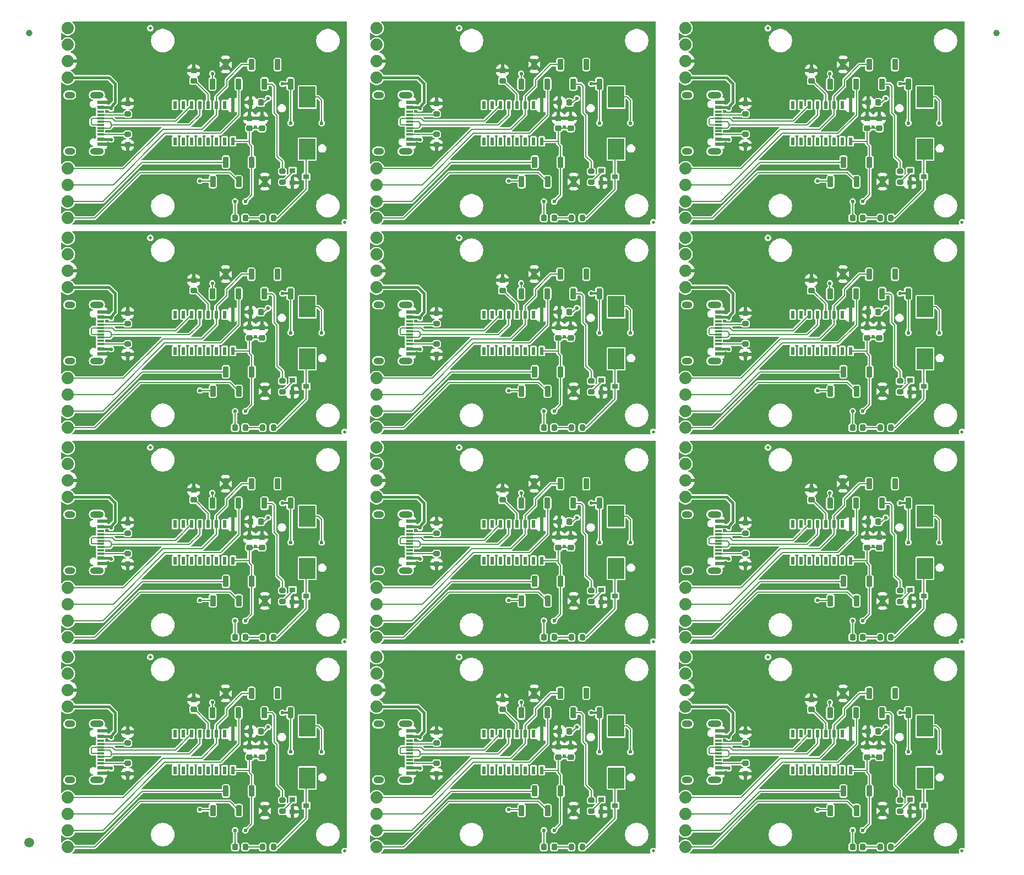
<source format=gtl>
%TF.GenerationSoftware,KiCad,Pcbnew,8.0.7*%
%TF.CreationDate,2025-01-21T14:59:33-07:00*%
%TF.ProjectId,SparkFun_USB_RFID_Reader_panelized,53706172-6b46-4756-9e5f-5553425f5246,rev?*%
%TF.SameCoordinates,Original*%
%TF.FileFunction,Copper,L1,Top*%
%TF.FilePolarity,Positive*%
%FSLAX46Y46*%
G04 Gerber Fmt 4.6, Leading zero omitted, Abs format (unit mm)*
G04 Created by KiCad (PCBNEW 8.0.7) date 2025-01-21 14:59:33*
%MOMM*%
%LPD*%
G01*
G04 APERTURE LIST*
G04 Aperture macros list*
%AMRoundRect*
0 Rectangle with rounded corners*
0 $1 Rounding radius*
0 $2 $3 $4 $5 $6 $7 $8 $9 X,Y pos of 4 corners*
0 Add a 4 corners polygon primitive as box body*
4,1,4,$2,$3,$4,$5,$6,$7,$8,$9,$2,$3,0*
0 Add four circle primitives for the rounded corners*
1,1,$1+$1,$2,$3*
1,1,$1+$1,$4,$5*
1,1,$1+$1,$6,$7*
1,1,$1+$1,$8,$9*
0 Add four rect primitives between the rounded corners*
20,1,$1+$1,$2,$3,$4,$5,0*
20,1,$1+$1,$4,$5,$6,$7,0*
20,1,$1+$1,$6,$7,$8,$9,0*
20,1,$1+$1,$8,$9,$2,$3,0*%
G04 Aperture macros list end*
%TA.AperFunction,SMDPad,CuDef*%
%ADD10C,1.000000*%
%TD*%
%TA.AperFunction,SMDPad,CuDef*%
%ADD11C,1.500000*%
%TD*%
%TA.AperFunction,SMDPad,CuDef*%
%ADD12R,1.000000X0.300000*%
%TD*%
%TA.AperFunction,SMDPad,CuDef*%
%ADD13R,1.000000X0.600000*%
%TD*%
%TA.AperFunction,ComponentPad*%
%ADD14O,1.600000X1.000000*%
%TD*%
%TA.AperFunction,ComponentPad*%
%ADD15O,2.100000X1.000000*%
%TD*%
%TA.AperFunction,SMDPad,CuDef*%
%ADD16RoundRect,0.225000X0.250000X-0.225000X0.250000X0.225000X-0.250000X0.225000X-0.250000X-0.225000X0*%
%TD*%
%TA.AperFunction,SMDPad,CuDef*%
%ADD17RoundRect,0.212500X-0.212500X-0.637500X0.212500X-0.637500X0.212500X0.637500X-0.212500X0.637500X0*%
%TD*%
%TA.AperFunction,SMDPad,CuDef*%
%ADD18RoundRect,0.200000X-0.275000X0.200000X-0.275000X-0.200000X0.275000X-0.200000X0.275000X0.200000X0*%
%TD*%
%TA.AperFunction,SMDPad,CuDef*%
%ADD19R,0.600000X1.200000*%
%TD*%
%TA.AperFunction,SMDPad,CuDef*%
%ADD20RoundRect,0.225000X-0.250000X0.225000X-0.250000X-0.225000X0.250000X-0.225000X0.250000X0.225000X0*%
%TD*%
%TA.AperFunction,SMDPad,CuDef*%
%ADD21RoundRect,0.218750X0.218750X0.256250X-0.218750X0.256250X-0.218750X-0.256250X0.218750X-0.256250X0*%
%TD*%
%TA.AperFunction,SMDPad,CuDef*%
%ADD22R,0.900000X0.800000*%
%TD*%
%TA.AperFunction,SMDPad,CuDef*%
%ADD23R,2.500000X3.200000*%
%TD*%
%TA.AperFunction,SMDPad,CuDef*%
%ADD24RoundRect,0.200000X0.200000X0.275000X-0.200000X0.275000X-0.200000X-0.275000X0.200000X-0.275000X0*%
%TD*%
%TA.AperFunction,SMDPad,CuDef*%
%ADD25C,0.500000*%
%TD*%
%TA.AperFunction,SMDPad,CuDef*%
%ADD26RoundRect,0.225000X0.225000X0.250000X-0.225000X0.250000X-0.225000X-0.250000X0.225000X-0.250000X0*%
%TD*%
%TA.AperFunction,SMDPad,CuDef*%
%ADD27RoundRect,0.200000X0.275000X-0.200000X0.275000X0.200000X-0.275000X0.200000X-0.275000X-0.200000X0*%
%TD*%
%TA.AperFunction,ComponentPad*%
%ADD28C,1.879600*%
%TD*%
%TA.AperFunction,ViaPad*%
%ADD29C,0.600000*%
%TD*%
%TA.AperFunction,ViaPad*%
%ADD30C,0.560000*%
%TD*%
%TA.AperFunction,Conductor*%
%ADD31C,0.203200*%
%TD*%
%TA.AperFunction,Conductor*%
%ADD32C,0.304800*%
%TD*%
%TA.AperFunction,Conductor*%
%ADD33C,0.406400*%
%TD*%
G04 APERTURE END LIST*
D10*
%TO.P,,*%
%TO.N,*%
X144082500Y126525000D03*
%TD*%
%TO.P,,*%
%TO.N,*%
X-4652500Y126525000D03*
%TD*%
D11*
%TO.P,,*%
%TO.N,*%
X-4652500Y1975000D03*
%TD*%
D12*
%TO.P,J1,A5,CC1*%
%TO.N,Net-(J1-CC1)*%
X101303750Y113875000D03*
%TO.P,J1,A6,D+*%
%TO.N,Net-(U3-UD+)*%
X101303750Y112875000D03*
%TO.P,J1,A7,D-*%
%TO.N,Net-(U3-UD-)*%
X101303750Y112375000D03*
%TO.P,J1,A8,NC*%
%TO.N,unconnected-(J1-NC-PadA8)*%
X101303750Y111375000D03*
%TO.P,J1,B5,CC2*%
%TO.N,Net-(J1-CC2)*%
X101303750Y110875000D03*
%TO.P,J1,B6,D+*%
%TO.N,Net-(U3-UD+)*%
X101303750Y111875000D03*
%TO.P,J1,B7,D-*%
%TO.N,Net-(U3-UD-)*%
X101303750Y113375000D03*
%TO.P,J1,B8,NC*%
%TO.N,unconnected-(J1-NC-PadB8)*%
X101303750Y114375000D03*
D13*
%TO.P,J1,GND,GND*%
%TO.N,GND*%
X101303750Y115850000D03*
X101303750Y109400000D03*
D14*
%TO.P,J1,NC1,NC*%
%TO.N,unconnected-(J1-NC-PadNC1)*%
X96548750Y116943000D03*
D15*
%TO.P,J1,NC2,NC*%
%TO.N,unconnected-(J1-NC-PadNC2)*%
X100728750Y116943000D03*
%TO.P,J1,NC3,NC*%
%TO.N,unconnected-(J1-NC-PadNC3)*%
X100728750Y108307000D03*
D14*
%TO.P,J1,S,SHIELD*%
%TO.N,unconnected-(J1-SHIELD-PadS)*%
X96548750Y108307000D03*
D13*
%TO.P,J1,VBUS,VBUS*%
%TO.N,5V*%
X101303750Y115075000D03*
X101303750Y110175000D03*
%TD*%
D12*
%TO.P,J1,A5,CC1*%
%TO.N,Net-(J1-CC1)*%
X101303750Y81625000D03*
%TO.P,J1,A6,D+*%
%TO.N,Net-(U3-UD+)*%
X101303750Y80625000D03*
%TO.P,J1,A7,D-*%
%TO.N,Net-(U3-UD-)*%
X101303750Y80125000D03*
%TO.P,J1,A8,NC*%
%TO.N,unconnected-(J1-NC-PadA8)*%
X101303750Y79125000D03*
%TO.P,J1,B5,CC2*%
%TO.N,Net-(J1-CC2)*%
X101303750Y78625000D03*
%TO.P,J1,B6,D+*%
%TO.N,Net-(U3-UD+)*%
X101303750Y79625000D03*
%TO.P,J1,B7,D-*%
%TO.N,Net-(U3-UD-)*%
X101303750Y81125000D03*
%TO.P,J1,B8,NC*%
%TO.N,unconnected-(J1-NC-PadB8)*%
X101303750Y82125000D03*
D13*
%TO.P,J1,GND,GND*%
%TO.N,GND*%
X101303750Y83600000D03*
X101303750Y77150000D03*
D14*
%TO.P,J1,NC1,NC*%
%TO.N,unconnected-(J1-NC-PadNC1)*%
X96548750Y84693000D03*
D15*
%TO.P,J1,NC2,NC*%
%TO.N,unconnected-(J1-NC-PadNC2)*%
X100728750Y84693000D03*
%TO.P,J1,NC3,NC*%
%TO.N,unconnected-(J1-NC-PadNC3)*%
X100728750Y76057000D03*
D14*
%TO.P,J1,S,SHIELD*%
%TO.N,unconnected-(J1-SHIELD-PadS)*%
X96548750Y76057000D03*
D13*
%TO.P,J1,VBUS,VBUS*%
%TO.N,5V*%
X101303750Y82825000D03*
X101303750Y77925000D03*
%TD*%
D12*
%TO.P,J1,A5,CC1*%
%TO.N,Net-(J1-CC1)*%
X101303750Y49375000D03*
%TO.P,J1,A6,D+*%
%TO.N,Net-(U3-UD+)*%
X101303750Y48375000D03*
%TO.P,J1,A7,D-*%
%TO.N,Net-(U3-UD-)*%
X101303750Y47875000D03*
%TO.P,J1,A8,NC*%
%TO.N,unconnected-(J1-NC-PadA8)*%
X101303750Y46875000D03*
%TO.P,J1,B5,CC2*%
%TO.N,Net-(J1-CC2)*%
X101303750Y46375000D03*
%TO.P,J1,B6,D+*%
%TO.N,Net-(U3-UD+)*%
X101303750Y47375000D03*
%TO.P,J1,B7,D-*%
%TO.N,Net-(U3-UD-)*%
X101303750Y48875000D03*
%TO.P,J1,B8,NC*%
%TO.N,unconnected-(J1-NC-PadB8)*%
X101303750Y49875000D03*
D13*
%TO.P,J1,GND,GND*%
%TO.N,GND*%
X101303750Y51350000D03*
X101303750Y44900000D03*
D14*
%TO.P,J1,NC1,NC*%
%TO.N,unconnected-(J1-NC-PadNC1)*%
X96548750Y52443000D03*
D15*
%TO.P,J1,NC2,NC*%
%TO.N,unconnected-(J1-NC-PadNC2)*%
X100728750Y52443000D03*
%TO.P,J1,NC3,NC*%
%TO.N,unconnected-(J1-NC-PadNC3)*%
X100728750Y43807000D03*
D14*
%TO.P,J1,S,SHIELD*%
%TO.N,unconnected-(J1-SHIELD-PadS)*%
X96548750Y43807000D03*
D13*
%TO.P,J1,VBUS,VBUS*%
%TO.N,5V*%
X101303750Y50575000D03*
X101303750Y45675000D03*
%TD*%
D12*
%TO.P,J1,A5,CC1*%
%TO.N,Net-(J1-CC1)*%
X101303750Y17125000D03*
%TO.P,J1,A6,D+*%
%TO.N,Net-(U3-UD+)*%
X101303750Y16125000D03*
%TO.P,J1,A7,D-*%
%TO.N,Net-(U3-UD-)*%
X101303750Y15625000D03*
%TO.P,J1,A8,NC*%
%TO.N,unconnected-(J1-NC-PadA8)*%
X101303750Y14625000D03*
%TO.P,J1,B5,CC2*%
%TO.N,Net-(J1-CC2)*%
X101303750Y14125000D03*
%TO.P,J1,B6,D+*%
%TO.N,Net-(U3-UD+)*%
X101303750Y15125000D03*
%TO.P,J1,B7,D-*%
%TO.N,Net-(U3-UD-)*%
X101303750Y16625000D03*
%TO.P,J1,B8,NC*%
%TO.N,unconnected-(J1-NC-PadB8)*%
X101303750Y17625000D03*
D13*
%TO.P,J1,GND,GND*%
%TO.N,GND*%
X101303750Y19100000D03*
X101303750Y12650000D03*
D14*
%TO.P,J1,NC1,NC*%
%TO.N,unconnected-(J1-NC-PadNC1)*%
X96548750Y20193000D03*
D15*
%TO.P,J1,NC2,NC*%
%TO.N,unconnected-(J1-NC-PadNC2)*%
X100728750Y20193000D03*
%TO.P,J1,NC3,NC*%
%TO.N,unconnected-(J1-NC-PadNC3)*%
X100728750Y11557000D03*
D14*
%TO.P,J1,S,SHIELD*%
%TO.N,unconnected-(J1-SHIELD-PadS)*%
X96548750Y11557000D03*
D13*
%TO.P,J1,VBUS,VBUS*%
%TO.N,5V*%
X101303750Y18325000D03*
X101303750Y13425000D03*
%TD*%
D12*
%TO.P,J1,A5,CC1*%
%TO.N,Net-(J1-CC1)*%
X53813750Y113875000D03*
%TO.P,J1,A6,D+*%
%TO.N,Net-(U3-UD+)*%
X53813750Y112875000D03*
%TO.P,J1,A7,D-*%
%TO.N,Net-(U3-UD-)*%
X53813750Y112375000D03*
%TO.P,J1,A8,NC*%
%TO.N,unconnected-(J1-NC-PadA8)*%
X53813750Y111375000D03*
%TO.P,J1,B5,CC2*%
%TO.N,Net-(J1-CC2)*%
X53813750Y110875000D03*
%TO.P,J1,B6,D+*%
%TO.N,Net-(U3-UD+)*%
X53813750Y111875000D03*
%TO.P,J1,B7,D-*%
%TO.N,Net-(U3-UD-)*%
X53813750Y113375000D03*
%TO.P,J1,B8,NC*%
%TO.N,unconnected-(J1-NC-PadB8)*%
X53813750Y114375000D03*
D13*
%TO.P,J1,GND,GND*%
%TO.N,GND*%
X53813750Y115850000D03*
X53813750Y109400000D03*
D14*
%TO.P,J1,NC1,NC*%
%TO.N,unconnected-(J1-NC-PadNC1)*%
X49058750Y116943000D03*
D15*
%TO.P,J1,NC2,NC*%
%TO.N,unconnected-(J1-NC-PadNC2)*%
X53238750Y116943000D03*
%TO.P,J1,NC3,NC*%
%TO.N,unconnected-(J1-NC-PadNC3)*%
X53238750Y108307000D03*
D14*
%TO.P,J1,S,SHIELD*%
%TO.N,unconnected-(J1-SHIELD-PadS)*%
X49058750Y108307000D03*
D13*
%TO.P,J1,VBUS,VBUS*%
%TO.N,5V*%
X53813750Y115075000D03*
X53813750Y110175000D03*
%TD*%
D12*
%TO.P,J1,A5,CC1*%
%TO.N,Net-(J1-CC1)*%
X53813750Y81625000D03*
%TO.P,J1,A6,D+*%
%TO.N,Net-(U3-UD+)*%
X53813750Y80625000D03*
%TO.P,J1,A7,D-*%
%TO.N,Net-(U3-UD-)*%
X53813750Y80125000D03*
%TO.P,J1,A8,NC*%
%TO.N,unconnected-(J1-NC-PadA8)*%
X53813750Y79125000D03*
%TO.P,J1,B5,CC2*%
%TO.N,Net-(J1-CC2)*%
X53813750Y78625000D03*
%TO.P,J1,B6,D+*%
%TO.N,Net-(U3-UD+)*%
X53813750Y79625000D03*
%TO.P,J1,B7,D-*%
%TO.N,Net-(U3-UD-)*%
X53813750Y81125000D03*
%TO.P,J1,B8,NC*%
%TO.N,unconnected-(J1-NC-PadB8)*%
X53813750Y82125000D03*
D13*
%TO.P,J1,GND,GND*%
%TO.N,GND*%
X53813750Y83600000D03*
X53813750Y77150000D03*
D14*
%TO.P,J1,NC1,NC*%
%TO.N,unconnected-(J1-NC-PadNC1)*%
X49058750Y84693000D03*
D15*
%TO.P,J1,NC2,NC*%
%TO.N,unconnected-(J1-NC-PadNC2)*%
X53238750Y84693000D03*
%TO.P,J1,NC3,NC*%
%TO.N,unconnected-(J1-NC-PadNC3)*%
X53238750Y76057000D03*
D14*
%TO.P,J1,S,SHIELD*%
%TO.N,unconnected-(J1-SHIELD-PadS)*%
X49058750Y76057000D03*
D13*
%TO.P,J1,VBUS,VBUS*%
%TO.N,5V*%
X53813750Y82825000D03*
X53813750Y77925000D03*
%TD*%
D12*
%TO.P,J1,A5,CC1*%
%TO.N,Net-(J1-CC1)*%
X53813750Y49375000D03*
%TO.P,J1,A6,D+*%
%TO.N,Net-(U3-UD+)*%
X53813750Y48375000D03*
%TO.P,J1,A7,D-*%
%TO.N,Net-(U3-UD-)*%
X53813750Y47875000D03*
%TO.P,J1,A8,NC*%
%TO.N,unconnected-(J1-NC-PadA8)*%
X53813750Y46875000D03*
%TO.P,J1,B5,CC2*%
%TO.N,Net-(J1-CC2)*%
X53813750Y46375000D03*
%TO.P,J1,B6,D+*%
%TO.N,Net-(U3-UD+)*%
X53813750Y47375000D03*
%TO.P,J1,B7,D-*%
%TO.N,Net-(U3-UD-)*%
X53813750Y48875000D03*
%TO.P,J1,B8,NC*%
%TO.N,unconnected-(J1-NC-PadB8)*%
X53813750Y49875000D03*
D13*
%TO.P,J1,GND,GND*%
%TO.N,GND*%
X53813750Y51350000D03*
X53813750Y44900000D03*
D14*
%TO.P,J1,NC1,NC*%
%TO.N,unconnected-(J1-NC-PadNC1)*%
X49058750Y52443000D03*
D15*
%TO.P,J1,NC2,NC*%
%TO.N,unconnected-(J1-NC-PadNC2)*%
X53238750Y52443000D03*
%TO.P,J1,NC3,NC*%
%TO.N,unconnected-(J1-NC-PadNC3)*%
X53238750Y43807000D03*
D14*
%TO.P,J1,S,SHIELD*%
%TO.N,unconnected-(J1-SHIELD-PadS)*%
X49058750Y43807000D03*
D13*
%TO.P,J1,VBUS,VBUS*%
%TO.N,5V*%
X53813750Y50575000D03*
X53813750Y45675000D03*
%TD*%
D12*
%TO.P,J1,A5,CC1*%
%TO.N,Net-(J1-CC1)*%
X53813750Y17125000D03*
%TO.P,J1,A6,D+*%
%TO.N,Net-(U3-UD+)*%
X53813750Y16125000D03*
%TO.P,J1,A7,D-*%
%TO.N,Net-(U3-UD-)*%
X53813750Y15625000D03*
%TO.P,J1,A8,NC*%
%TO.N,unconnected-(J1-NC-PadA8)*%
X53813750Y14625000D03*
%TO.P,J1,B5,CC2*%
%TO.N,Net-(J1-CC2)*%
X53813750Y14125000D03*
%TO.P,J1,B6,D+*%
%TO.N,Net-(U3-UD+)*%
X53813750Y15125000D03*
%TO.P,J1,B7,D-*%
%TO.N,Net-(U3-UD-)*%
X53813750Y16625000D03*
%TO.P,J1,B8,NC*%
%TO.N,unconnected-(J1-NC-PadB8)*%
X53813750Y17625000D03*
D13*
%TO.P,J1,GND,GND*%
%TO.N,GND*%
X53813750Y19100000D03*
X53813750Y12650000D03*
D14*
%TO.P,J1,NC1,NC*%
%TO.N,unconnected-(J1-NC-PadNC1)*%
X49058750Y20193000D03*
D15*
%TO.P,J1,NC2,NC*%
%TO.N,unconnected-(J1-NC-PadNC2)*%
X53238750Y20193000D03*
%TO.P,J1,NC3,NC*%
%TO.N,unconnected-(J1-NC-PadNC3)*%
X53238750Y11557000D03*
D14*
%TO.P,J1,S,SHIELD*%
%TO.N,unconnected-(J1-SHIELD-PadS)*%
X49058750Y11557000D03*
D13*
%TO.P,J1,VBUS,VBUS*%
%TO.N,5V*%
X53813750Y18325000D03*
X53813750Y13425000D03*
%TD*%
D12*
%TO.P,J1,A5,CC1*%
%TO.N,Net-(J1-CC1)*%
X6323750Y113875000D03*
%TO.P,J1,A6,D+*%
%TO.N,Net-(U3-UD+)*%
X6323750Y112875000D03*
%TO.P,J1,A7,D-*%
%TO.N,Net-(U3-UD-)*%
X6323750Y112375000D03*
%TO.P,J1,A8,NC*%
%TO.N,unconnected-(J1-NC-PadA8)*%
X6323750Y111375000D03*
%TO.P,J1,B5,CC2*%
%TO.N,Net-(J1-CC2)*%
X6323750Y110875000D03*
%TO.P,J1,B6,D+*%
%TO.N,Net-(U3-UD+)*%
X6323750Y111875000D03*
%TO.P,J1,B7,D-*%
%TO.N,Net-(U3-UD-)*%
X6323750Y113375000D03*
%TO.P,J1,B8,NC*%
%TO.N,unconnected-(J1-NC-PadB8)*%
X6323750Y114375000D03*
D13*
%TO.P,J1,GND,GND*%
%TO.N,GND*%
X6323750Y115850000D03*
X6323750Y109400000D03*
D14*
%TO.P,J1,NC1,NC*%
%TO.N,unconnected-(J1-NC-PadNC1)*%
X1568750Y116943000D03*
D15*
%TO.P,J1,NC2,NC*%
%TO.N,unconnected-(J1-NC-PadNC2)*%
X5748750Y116943000D03*
%TO.P,J1,NC3,NC*%
%TO.N,unconnected-(J1-NC-PadNC3)*%
X5748750Y108307000D03*
D14*
%TO.P,J1,S,SHIELD*%
%TO.N,unconnected-(J1-SHIELD-PadS)*%
X1568750Y108307000D03*
D13*
%TO.P,J1,VBUS,VBUS*%
%TO.N,5V*%
X6323750Y115075000D03*
X6323750Y110175000D03*
%TD*%
D12*
%TO.P,J1,A5,CC1*%
%TO.N,Net-(J1-CC1)*%
X6323750Y81625000D03*
%TO.P,J1,A6,D+*%
%TO.N,Net-(U3-UD+)*%
X6323750Y80625000D03*
%TO.P,J1,A7,D-*%
%TO.N,Net-(U3-UD-)*%
X6323750Y80125000D03*
%TO.P,J1,A8,NC*%
%TO.N,unconnected-(J1-NC-PadA8)*%
X6323750Y79125000D03*
%TO.P,J1,B5,CC2*%
%TO.N,Net-(J1-CC2)*%
X6323750Y78625000D03*
%TO.P,J1,B6,D+*%
%TO.N,Net-(U3-UD+)*%
X6323750Y79625000D03*
%TO.P,J1,B7,D-*%
%TO.N,Net-(U3-UD-)*%
X6323750Y81125000D03*
%TO.P,J1,B8,NC*%
%TO.N,unconnected-(J1-NC-PadB8)*%
X6323750Y82125000D03*
D13*
%TO.P,J1,GND,GND*%
%TO.N,GND*%
X6323750Y83600000D03*
X6323750Y77150000D03*
D14*
%TO.P,J1,NC1,NC*%
%TO.N,unconnected-(J1-NC-PadNC1)*%
X1568750Y84693000D03*
D15*
%TO.P,J1,NC2,NC*%
%TO.N,unconnected-(J1-NC-PadNC2)*%
X5748750Y84693000D03*
%TO.P,J1,NC3,NC*%
%TO.N,unconnected-(J1-NC-PadNC3)*%
X5748750Y76057000D03*
D14*
%TO.P,J1,S,SHIELD*%
%TO.N,unconnected-(J1-SHIELD-PadS)*%
X1568750Y76057000D03*
D13*
%TO.P,J1,VBUS,VBUS*%
%TO.N,5V*%
X6323750Y82825000D03*
X6323750Y77925000D03*
%TD*%
D12*
%TO.P,J1,A5,CC1*%
%TO.N,Net-(J1-CC1)*%
X6323750Y49375000D03*
%TO.P,J1,A6,D+*%
%TO.N,Net-(U3-UD+)*%
X6323750Y48375000D03*
%TO.P,J1,A7,D-*%
%TO.N,Net-(U3-UD-)*%
X6323750Y47875000D03*
%TO.P,J1,A8,NC*%
%TO.N,unconnected-(J1-NC-PadA8)*%
X6323750Y46875000D03*
%TO.P,J1,B5,CC2*%
%TO.N,Net-(J1-CC2)*%
X6323750Y46375000D03*
%TO.P,J1,B6,D+*%
%TO.N,Net-(U3-UD+)*%
X6323750Y47375000D03*
%TO.P,J1,B7,D-*%
%TO.N,Net-(U3-UD-)*%
X6323750Y48875000D03*
%TO.P,J1,B8,NC*%
%TO.N,unconnected-(J1-NC-PadB8)*%
X6323750Y49875000D03*
D13*
%TO.P,J1,GND,GND*%
%TO.N,GND*%
X6323750Y51350000D03*
X6323750Y44900000D03*
D14*
%TO.P,J1,NC1,NC*%
%TO.N,unconnected-(J1-NC-PadNC1)*%
X1568750Y52443000D03*
D15*
%TO.P,J1,NC2,NC*%
%TO.N,unconnected-(J1-NC-PadNC2)*%
X5748750Y52443000D03*
%TO.P,J1,NC3,NC*%
%TO.N,unconnected-(J1-NC-PadNC3)*%
X5748750Y43807000D03*
D14*
%TO.P,J1,S,SHIELD*%
%TO.N,unconnected-(J1-SHIELD-PadS)*%
X1568750Y43807000D03*
D13*
%TO.P,J1,VBUS,VBUS*%
%TO.N,5V*%
X6323750Y50575000D03*
X6323750Y45675000D03*
%TD*%
D16*
%TO.P,C1,1*%
%TO.N,Net-(U3-V3)*%
X115617500Y119152500D03*
%TO.P,C1,2*%
%TO.N,GND*%
X115617500Y120702500D03*
%TD*%
%TO.P,C1,1*%
%TO.N,Net-(U3-V3)*%
X115617500Y86902500D03*
%TO.P,C1,2*%
%TO.N,GND*%
X115617500Y88452500D03*
%TD*%
%TO.P,C1,1*%
%TO.N,Net-(U3-V3)*%
X115617500Y54652500D03*
%TO.P,C1,2*%
%TO.N,GND*%
X115617500Y56202500D03*
%TD*%
%TO.P,C1,1*%
%TO.N,Net-(U3-V3)*%
X115617500Y22402500D03*
%TO.P,C1,2*%
%TO.N,GND*%
X115617500Y23952500D03*
%TD*%
%TO.P,C1,1*%
%TO.N,Net-(U3-V3)*%
X68127500Y119152500D03*
%TO.P,C1,2*%
%TO.N,GND*%
X68127500Y120702500D03*
%TD*%
%TO.P,C1,1*%
%TO.N,Net-(U3-V3)*%
X68127500Y86902500D03*
%TO.P,C1,2*%
%TO.N,GND*%
X68127500Y88452500D03*
%TD*%
%TO.P,C1,1*%
%TO.N,Net-(U3-V3)*%
X68127500Y54652500D03*
%TO.P,C1,2*%
%TO.N,GND*%
X68127500Y56202500D03*
%TD*%
%TO.P,C1,1*%
%TO.N,Net-(U3-V3)*%
X68127500Y22402500D03*
%TO.P,C1,2*%
%TO.N,GND*%
X68127500Y23952500D03*
%TD*%
%TO.P,C1,1*%
%TO.N,Net-(U3-V3)*%
X20637500Y119152500D03*
%TO.P,C1,2*%
%TO.N,GND*%
X20637500Y120702500D03*
%TD*%
%TO.P,C1,1*%
%TO.N,Net-(U3-V3)*%
X20637500Y86902500D03*
%TO.P,C1,2*%
%TO.N,GND*%
X20637500Y88452500D03*
%TD*%
%TO.P,C1,1*%
%TO.N,Net-(U3-V3)*%
X20637500Y54652500D03*
%TO.P,C1,2*%
%TO.N,GND*%
X20637500Y56202500D03*
%TD*%
D17*
%TO.P,J3,1,Pin_1*%
%TO.N,GND*%
X126558320Y103622460D03*
%TO.P,J3,2,Pin_2*%
%TO.N,5V*%
X124558320Y106622460D03*
%TO.P,J3,3,Pin_3*%
%TO.N,ANT1*%
X122558320Y103622460D03*
%TO.P,J3,4,Pin_4*%
%TO.N,ANT2*%
X120558320Y106622460D03*
%TO.P,J3,5,Pin_5*%
%TO.N,CARD_PRESENT*%
X118558320Y103622460D03*
%TD*%
%TO.P,J3,1,Pin_1*%
%TO.N,GND*%
X126558320Y71372460D03*
%TO.P,J3,2,Pin_2*%
%TO.N,5V*%
X124558320Y74372460D03*
%TO.P,J3,3,Pin_3*%
%TO.N,ANT1*%
X122558320Y71372460D03*
%TO.P,J3,4,Pin_4*%
%TO.N,ANT2*%
X120558320Y74372460D03*
%TO.P,J3,5,Pin_5*%
%TO.N,CARD_PRESENT*%
X118558320Y71372460D03*
%TD*%
%TO.P,J3,1,Pin_1*%
%TO.N,GND*%
X126558320Y39122460D03*
%TO.P,J3,2,Pin_2*%
%TO.N,5V*%
X124558320Y42122460D03*
%TO.P,J3,3,Pin_3*%
%TO.N,ANT1*%
X122558320Y39122460D03*
%TO.P,J3,4,Pin_4*%
%TO.N,ANT2*%
X120558320Y42122460D03*
%TO.P,J3,5,Pin_5*%
%TO.N,CARD_PRESENT*%
X118558320Y39122460D03*
%TD*%
%TO.P,J3,1,Pin_1*%
%TO.N,GND*%
X126558320Y6872460D03*
%TO.P,J3,2,Pin_2*%
%TO.N,5V*%
X124558320Y9872460D03*
%TO.P,J3,3,Pin_3*%
%TO.N,ANT1*%
X122558320Y6872460D03*
%TO.P,J3,4,Pin_4*%
%TO.N,ANT2*%
X120558320Y9872460D03*
%TO.P,J3,5,Pin_5*%
%TO.N,CARD_PRESENT*%
X118558320Y6872460D03*
%TD*%
%TO.P,J3,1,Pin_1*%
%TO.N,GND*%
X79068320Y103622460D03*
%TO.P,J3,2,Pin_2*%
%TO.N,5V*%
X77068320Y106622460D03*
%TO.P,J3,3,Pin_3*%
%TO.N,ANT1*%
X75068320Y103622460D03*
%TO.P,J3,4,Pin_4*%
%TO.N,ANT2*%
X73068320Y106622460D03*
%TO.P,J3,5,Pin_5*%
%TO.N,CARD_PRESENT*%
X71068320Y103622460D03*
%TD*%
%TO.P,J3,1,Pin_1*%
%TO.N,GND*%
X79068320Y71372460D03*
%TO.P,J3,2,Pin_2*%
%TO.N,5V*%
X77068320Y74372460D03*
%TO.P,J3,3,Pin_3*%
%TO.N,ANT1*%
X75068320Y71372460D03*
%TO.P,J3,4,Pin_4*%
%TO.N,ANT2*%
X73068320Y74372460D03*
%TO.P,J3,5,Pin_5*%
%TO.N,CARD_PRESENT*%
X71068320Y71372460D03*
%TD*%
%TO.P,J3,1,Pin_1*%
%TO.N,GND*%
X79068320Y39122460D03*
%TO.P,J3,2,Pin_2*%
%TO.N,5V*%
X77068320Y42122460D03*
%TO.P,J3,3,Pin_3*%
%TO.N,ANT1*%
X75068320Y39122460D03*
%TO.P,J3,4,Pin_4*%
%TO.N,ANT2*%
X73068320Y42122460D03*
%TO.P,J3,5,Pin_5*%
%TO.N,CARD_PRESENT*%
X71068320Y39122460D03*
%TD*%
%TO.P,J3,1,Pin_1*%
%TO.N,GND*%
X79068320Y6872460D03*
%TO.P,J3,2,Pin_2*%
%TO.N,5V*%
X77068320Y9872460D03*
%TO.P,J3,3,Pin_3*%
%TO.N,ANT1*%
X75068320Y6872460D03*
%TO.P,J3,4,Pin_4*%
%TO.N,ANT2*%
X73068320Y9872460D03*
%TO.P,J3,5,Pin_5*%
%TO.N,CARD_PRESENT*%
X71068320Y6872460D03*
%TD*%
%TO.P,J3,1,Pin_1*%
%TO.N,GND*%
X31578320Y103622460D03*
%TO.P,J3,2,Pin_2*%
%TO.N,5V*%
X29578320Y106622460D03*
%TO.P,J3,3,Pin_3*%
%TO.N,ANT1*%
X27578320Y103622460D03*
%TO.P,J3,4,Pin_4*%
%TO.N,ANT2*%
X25578320Y106622460D03*
%TO.P,J3,5,Pin_5*%
%TO.N,CARD_PRESENT*%
X23578320Y103622460D03*
%TD*%
%TO.P,J3,1,Pin_1*%
%TO.N,GND*%
X31578320Y71372460D03*
%TO.P,J3,2,Pin_2*%
%TO.N,5V*%
X29578320Y74372460D03*
%TO.P,J3,3,Pin_3*%
%TO.N,ANT1*%
X27578320Y71372460D03*
%TO.P,J3,4,Pin_4*%
%TO.N,ANT2*%
X25578320Y74372460D03*
%TO.P,J3,5,Pin_5*%
%TO.N,CARD_PRESENT*%
X23578320Y71372460D03*
%TD*%
%TO.P,J3,1,Pin_1*%
%TO.N,GND*%
X31578320Y39122460D03*
%TO.P,J3,2,Pin_2*%
%TO.N,5V*%
X29578320Y42122460D03*
%TO.P,J3,3,Pin_3*%
%TO.N,ANT1*%
X27578320Y39122460D03*
%TO.P,J3,4,Pin_4*%
%TO.N,ANT2*%
X25578320Y42122460D03*
%TO.P,J3,5,Pin_5*%
%TO.N,CARD_PRESENT*%
X23578320Y39122460D03*
%TD*%
D18*
%TO.P,R1,1*%
%TO.N,GND*%
X105457500Y115672500D03*
%TO.P,R1,2*%
%TO.N,Net-(J1-CC1)*%
X105457500Y114022500D03*
%TD*%
%TO.P,R1,1*%
%TO.N,GND*%
X105457500Y83422500D03*
%TO.P,R1,2*%
%TO.N,Net-(J1-CC1)*%
X105457500Y81772500D03*
%TD*%
%TO.P,R1,1*%
%TO.N,GND*%
X105457500Y51172500D03*
%TO.P,R1,2*%
%TO.N,Net-(J1-CC1)*%
X105457500Y49522500D03*
%TD*%
%TO.P,R1,1*%
%TO.N,GND*%
X105457500Y18922500D03*
%TO.P,R1,2*%
%TO.N,Net-(J1-CC1)*%
X105457500Y17272500D03*
%TD*%
%TO.P,R1,1*%
%TO.N,GND*%
X57967500Y115672500D03*
%TO.P,R1,2*%
%TO.N,Net-(J1-CC1)*%
X57967500Y114022500D03*
%TD*%
%TO.P,R1,1*%
%TO.N,GND*%
X57967500Y83422500D03*
%TO.P,R1,2*%
%TO.N,Net-(J1-CC1)*%
X57967500Y81772500D03*
%TD*%
%TO.P,R1,1*%
%TO.N,GND*%
X57967500Y51172500D03*
%TO.P,R1,2*%
%TO.N,Net-(J1-CC1)*%
X57967500Y49522500D03*
%TD*%
%TO.P,R1,1*%
%TO.N,GND*%
X57967500Y18922500D03*
%TO.P,R1,2*%
%TO.N,Net-(J1-CC1)*%
X57967500Y17272500D03*
%TD*%
%TO.P,R1,1*%
%TO.N,GND*%
X10477500Y115672500D03*
%TO.P,R1,2*%
%TO.N,Net-(J1-CC1)*%
X10477500Y114022500D03*
%TD*%
%TO.P,R1,1*%
%TO.N,GND*%
X10477500Y83422500D03*
%TO.P,R1,2*%
%TO.N,Net-(J1-CC1)*%
X10477500Y81772500D03*
%TD*%
%TO.P,R1,1*%
%TO.N,GND*%
X10477500Y51172500D03*
%TO.P,R1,2*%
%TO.N,Net-(J1-CC1)*%
X10477500Y49522500D03*
%TD*%
D19*
%TO.P,U3,1,GND*%
%TO.N,GND*%
X121650000Y115425000D03*
%TO.P,U3,2,TXD*%
%TO.N,unconnected-(U3-TXD-Pad2)*%
X120380000Y115425000D03*
%TO.P,U3,3,RXD*%
%TO.N,DATA0*%
X119110000Y115425000D03*
%TO.P,U3,4,V3*%
%TO.N,Net-(U3-V3)*%
X117840000Y115425000D03*
%TO.P,U3,5,UD+*%
%TO.N,Net-(U3-UD+)*%
X116570000Y115425000D03*
%TO.P,U3,6,UD-*%
%TO.N,Net-(U3-UD-)*%
X115300000Y115425000D03*
%TO.P,U3,7,NC*%
%TO.N,unconnected-(U3-NC-Pad7)*%
X114030000Y115425000D03*
%TO.P,U3,8,NC*%
%TO.N,unconnected-(U3-NC-Pad8)*%
X112760000Y115425000D03*
%TO.P,U3,9,~{CTS}*%
%TO.N,unconnected-(U3-~{CTS}-Pad9)*%
X112760000Y109825000D03*
%TO.P,U3,10,~{DSR}*%
%TO.N,unconnected-(U3-~{DSR}-Pad10)*%
X114030000Y109825000D03*
%TO.P,U3,11,~{RI}*%
%TO.N,unconnected-(U3-~{RI}-Pad11)*%
X115300000Y109825000D03*
%TO.P,U3,12,~{DCD}*%
%TO.N,unconnected-(U3-~{DCD}-Pad12)*%
X116570000Y109825000D03*
%TO.P,U3,13,~{DTR}*%
%TO.N,unconnected-(U3-~{DTR}-Pad13)*%
X117840000Y109825000D03*
%TO.P,U3,14,~{RTS}*%
%TO.N,unconnected-(U3-~{RTS}-Pad14)*%
X119110000Y109825000D03*
%TO.P,U3,15,R232*%
%TO.N,unconnected-(U3-R232-Pad15)*%
X120380000Y109825000D03*
%TO.P,U3,16,VCC*%
%TO.N,5V*%
X121650000Y109825000D03*
%TD*%
%TO.P,U3,1,GND*%
%TO.N,GND*%
X121650000Y83175000D03*
%TO.P,U3,2,TXD*%
%TO.N,unconnected-(U3-TXD-Pad2)*%
X120380000Y83175000D03*
%TO.P,U3,3,RXD*%
%TO.N,DATA0*%
X119110000Y83175000D03*
%TO.P,U3,4,V3*%
%TO.N,Net-(U3-V3)*%
X117840000Y83175000D03*
%TO.P,U3,5,UD+*%
%TO.N,Net-(U3-UD+)*%
X116570000Y83175000D03*
%TO.P,U3,6,UD-*%
%TO.N,Net-(U3-UD-)*%
X115300000Y83175000D03*
%TO.P,U3,7,NC*%
%TO.N,unconnected-(U3-NC-Pad7)*%
X114030000Y83175000D03*
%TO.P,U3,8,NC*%
%TO.N,unconnected-(U3-NC-Pad8)*%
X112760000Y83175000D03*
%TO.P,U3,9,~{CTS}*%
%TO.N,unconnected-(U3-~{CTS}-Pad9)*%
X112760000Y77575000D03*
%TO.P,U3,10,~{DSR}*%
%TO.N,unconnected-(U3-~{DSR}-Pad10)*%
X114030000Y77575000D03*
%TO.P,U3,11,~{RI}*%
%TO.N,unconnected-(U3-~{RI}-Pad11)*%
X115300000Y77575000D03*
%TO.P,U3,12,~{DCD}*%
%TO.N,unconnected-(U3-~{DCD}-Pad12)*%
X116570000Y77575000D03*
%TO.P,U3,13,~{DTR}*%
%TO.N,unconnected-(U3-~{DTR}-Pad13)*%
X117840000Y77575000D03*
%TO.P,U3,14,~{RTS}*%
%TO.N,unconnected-(U3-~{RTS}-Pad14)*%
X119110000Y77575000D03*
%TO.P,U3,15,R232*%
%TO.N,unconnected-(U3-R232-Pad15)*%
X120380000Y77575000D03*
%TO.P,U3,16,VCC*%
%TO.N,5V*%
X121650000Y77575000D03*
%TD*%
%TO.P,U3,1,GND*%
%TO.N,GND*%
X121650000Y50925000D03*
%TO.P,U3,2,TXD*%
%TO.N,unconnected-(U3-TXD-Pad2)*%
X120380000Y50925000D03*
%TO.P,U3,3,RXD*%
%TO.N,DATA0*%
X119110000Y50925000D03*
%TO.P,U3,4,V3*%
%TO.N,Net-(U3-V3)*%
X117840000Y50925000D03*
%TO.P,U3,5,UD+*%
%TO.N,Net-(U3-UD+)*%
X116570000Y50925000D03*
%TO.P,U3,6,UD-*%
%TO.N,Net-(U3-UD-)*%
X115300000Y50925000D03*
%TO.P,U3,7,NC*%
%TO.N,unconnected-(U3-NC-Pad7)*%
X114030000Y50925000D03*
%TO.P,U3,8,NC*%
%TO.N,unconnected-(U3-NC-Pad8)*%
X112760000Y50925000D03*
%TO.P,U3,9,~{CTS}*%
%TO.N,unconnected-(U3-~{CTS}-Pad9)*%
X112760000Y45325000D03*
%TO.P,U3,10,~{DSR}*%
%TO.N,unconnected-(U3-~{DSR}-Pad10)*%
X114030000Y45325000D03*
%TO.P,U3,11,~{RI}*%
%TO.N,unconnected-(U3-~{RI}-Pad11)*%
X115300000Y45325000D03*
%TO.P,U3,12,~{DCD}*%
%TO.N,unconnected-(U3-~{DCD}-Pad12)*%
X116570000Y45325000D03*
%TO.P,U3,13,~{DTR}*%
%TO.N,unconnected-(U3-~{DTR}-Pad13)*%
X117840000Y45325000D03*
%TO.P,U3,14,~{RTS}*%
%TO.N,unconnected-(U3-~{RTS}-Pad14)*%
X119110000Y45325000D03*
%TO.P,U3,15,R232*%
%TO.N,unconnected-(U3-R232-Pad15)*%
X120380000Y45325000D03*
%TO.P,U3,16,VCC*%
%TO.N,5V*%
X121650000Y45325000D03*
%TD*%
%TO.P,U3,1,GND*%
%TO.N,GND*%
X121650000Y18675000D03*
%TO.P,U3,2,TXD*%
%TO.N,unconnected-(U3-TXD-Pad2)*%
X120380000Y18675000D03*
%TO.P,U3,3,RXD*%
%TO.N,DATA0*%
X119110000Y18675000D03*
%TO.P,U3,4,V3*%
%TO.N,Net-(U3-V3)*%
X117840000Y18675000D03*
%TO.P,U3,5,UD+*%
%TO.N,Net-(U3-UD+)*%
X116570000Y18675000D03*
%TO.P,U3,6,UD-*%
%TO.N,Net-(U3-UD-)*%
X115300000Y18675000D03*
%TO.P,U3,7,NC*%
%TO.N,unconnected-(U3-NC-Pad7)*%
X114030000Y18675000D03*
%TO.P,U3,8,NC*%
%TO.N,unconnected-(U3-NC-Pad8)*%
X112760000Y18675000D03*
%TO.P,U3,9,~{CTS}*%
%TO.N,unconnected-(U3-~{CTS}-Pad9)*%
X112760000Y13075000D03*
%TO.P,U3,10,~{DSR}*%
%TO.N,unconnected-(U3-~{DSR}-Pad10)*%
X114030000Y13075000D03*
%TO.P,U3,11,~{RI}*%
%TO.N,unconnected-(U3-~{RI}-Pad11)*%
X115300000Y13075000D03*
%TO.P,U3,12,~{DCD}*%
%TO.N,unconnected-(U3-~{DCD}-Pad12)*%
X116570000Y13075000D03*
%TO.P,U3,13,~{DTR}*%
%TO.N,unconnected-(U3-~{DTR}-Pad13)*%
X117840000Y13075000D03*
%TO.P,U3,14,~{RTS}*%
%TO.N,unconnected-(U3-~{RTS}-Pad14)*%
X119110000Y13075000D03*
%TO.P,U3,15,R232*%
%TO.N,unconnected-(U3-R232-Pad15)*%
X120380000Y13075000D03*
%TO.P,U3,16,VCC*%
%TO.N,5V*%
X121650000Y13075000D03*
%TD*%
%TO.P,U3,1,GND*%
%TO.N,GND*%
X74160000Y115425000D03*
%TO.P,U3,2,TXD*%
%TO.N,unconnected-(U3-TXD-Pad2)*%
X72890000Y115425000D03*
%TO.P,U3,3,RXD*%
%TO.N,DATA0*%
X71620000Y115425000D03*
%TO.P,U3,4,V3*%
%TO.N,Net-(U3-V3)*%
X70350000Y115425000D03*
%TO.P,U3,5,UD+*%
%TO.N,Net-(U3-UD+)*%
X69080000Y115425000D03*
%TO.P,U3,6,UD-*%
%TO.N,Net-(U3-UD-)*%
X67810000Y115425000D03*
%TO.P,U3,7,NC*%
%TO.N,unconnected-(U3-NC-Pad7)*%
X66540000Y115425000D03*
%TO.P,U3,8,NC*%
%TO.N,unconnected-(U3-NC-Pad8)*%
X65270000Y115425000D03*
%TO.P,U3,9,~{CTS}*%
%TO.N,unconnected-(U3-~{CTS}-Pad9)*%
X65270000Y109825000D03*
%TO.P,U3,10,~{DSR}*%
%TO.N,unconnected-(U3-~{DSR}-Pad10)*%
X66540000Y109825000D03*
%TO.P,U3,11,~{RI}*%
%TO.N,unconnected-(U3-~{RI}-Pad11)*%
X67810000Y109825000D03*
%TO.P,U3,12,~{DCD}*%
%TO.N,unconnected-(U3-~{DCD}-Pad12)*%
X69080000Y109825000D03*
%TO.P,U3,13,~{DTR}*%
%TO.N,unconnected-(U3-~{DTR}-Pad13)*%
X70350000Y109825000D03*
%TO.P,U3,14,~{RTS}*%
%TO.N,unconnected-(U3-~{RTS}-Pad14)*%
X71620000Y109825000D03*
%TO.P,U3,15,R232*%
%TO.N,unconnected-(U3-R232-Pad15)*%
X72890000Y109825000D03*
%TO.P,U3,16,VCC*%
%TO.N,5V*%
X74160000Y109825000D03*
%TD*%
%TO.P,U3,1,GND*%
%TO.N,GND*%
X74160000Y83175000D03*
%TO.P,U3,2,TXD*%
%TO.N,unconnected-(U3-TXD-Pad2)*%
X72890000Y83175000D03*
%TO.P,U3,3,RXD*%
%TO.N,DATA0*%
X71620000Y83175000D03*
%TO.P,U3,4,V3*%
%TO.N,Net-(U3-V3)*%
X70350000Y83175000D03*
%TO.P,U3,5,UD+*%
%TO.N,Net-(U3-UD+)*%
X69080000Y83175000D03*
%TO.P,U3,6,UD-*%
%TO.N,Net-(U3-UD-)*%
X67810000Y83175000D03*
%TO.P,U3,7,NC*%
%TO.N,unconnected-(U3-NC-Pad7)*%
X66540000Y83175000D03*
%TO.P,U3,8,NC*%
%TO.N,unconnected-(U3-NC-Pad8)*%
X65270000Y83175000D03*
%TO.P,U3,9,~{CTS}*%
%TO.N,unconnected-(U3-~{CTS}-Pad9)*%
X65270000Y77575000D03*
%TO.P,U3,10,~{DSR}*%
%TO.N,unconnected-(U3-~{DSR}-Pad10)*%
X66540000Y77575000D03*
%TO.P,U3,11,~{RI}*%
%TO.N,unconnected-(U3-~{RI}-Pad11)*%
X67810000Y77575000D03*
%TO.P,U3,12,~{DCD}*%
%TO.N,unconnected-(U3-~{DCD}-Pad12)*%
X69080000Y77575000D03*
%TO.P,U3,13,~{DTR}*%
%TO.N,unconnected-(U3-~{DTR}-Pad13)*%
X70350000Y77575000D03*
%TO.P,U3,14,~{RTS}*%
%TO.N,unconnected-(U3-~{RTS}-Pad14)*%
X71620000Y77575000D03*
%TO.P,U3,15,R232*%
%TO.N,unconnected-(U3-R232-Pad15)*%
X72890000Y77575000D03*
%TO.P,U3,16,VCC*%
%TO.N,5V*%
X74160000Y77575000D03*
%TD*%
%TO.P,U3,1,GND*%
%TO.N,GND*%
X74160000Y50925000D03*
%TO.P,U3,2,TXD*%
%TO.N,unconnected-(U3-TXD-Pad2)*%
X72890000Y50925000D03*
%TO.P,U3,3,RXD*%
%TO.N,DATA0*%
X71620000Y50925000D03*
%TO.P,U3,4,V3*%
%TO.N,Net-(U3-V3)*%
X70350000Y50925000D03*
%TO.P,U3,5,UD+*%
%TO.N,Net-(U3-UD+)*%
X69080000Y50925000D03*
%TO.P,U3,6,UD-*%
%TO.N,Net-(U3-UD-)*%
X67810000Y50925000D03*
%TO.P,U3,7,NC*%
%TO.N,unconnected-(U3-NC-Pad7)*%
X66540000Y50925000D03*
%TO.P,U3,8,NC*%
%TO.N,unconnected-(U3-NC-Pad8)*%
X65270000Y50925000D03*
%TO.P,U3,9,~{CTS}*%
%TO.N,unconnected-(U3-~{CTS}-Pad9)*%
X65270000Y45325000D03*
%TO.P,U3,10,~{DSR}*%
%TO.N,unconnected-(U3-~{DSR}-Pad10)*%
X66540000Y45325000D03*
%TO.P,U3,11,~{RI}*%
%TO.N,unconnected-(U3-~{RI}-Pad11)*%
X67810000Y45325000D03*
%TO.P,U3,12,~{DCD}*%
%TO.N,unconnected-(U3-~{DCD}-Pad12)*%
X69080000Y45325000D03*
%TO.P,U3,13,~{DTR}*%
%TO.N,unconnected-(U3-~{DTR}-Pad13)*%
X70350000Y45325000D03*
%TO.P,U3,14,~{RTS}*%
%TO.N,unconnected-(U3-~{RTS}-Pad14)*%
X71620000Y45325000D03*
%TO.P,U3,15,R232*%
%TO.N,unconnected-(U3-R232-Pad15)*%
X72890000Y45325000D03*
%TO.P,U3,16,VCC*%
%TO.N,5V*%
X74160000Y45325000D03*
%TD*%
%TO.P,U3,1,GND*%
%TO.N,GND*%
X74160000Y18675000D03*
%TO.P,U3,2,TXD*%
%TO.N,unconnected-(U3-TXD-Pad2)*%
X72890000Y18675000D03*
%TO.P,U3,3,RXD*%
%TO.N,DATA0*%
X71620000Y18675000D03*
%TO.P,U3,4,V3*%
%TO.N,Net-(U3-V3)*%
X70350000Y18675000D03*
%TO.P,U3,5,UD+*%
%TO.N,Net-(U3-UD+)*%
X69080000Y18675000D03*
%TO.P,U3,6,UD-*%
%TO.N,Net-(U3-UD-)*%
X67810000Y18675000D03*
%TO.P,U3,7,NC*%
%TO.N,unconnected-(U3-NC-Pad7)*%
X66540000Y18675000D03*
%TO.P,U3,8,NC*%
%TO.N,unconnected-(U3-NC-Pad8)*%
X65270000Y18675000D03*
%TO.P,U3,9,~{CTS}*%
%TO.N,unconnected-(U3-~{CTS}-Pad9)*%
X65270000Y13075000D03*
%TO.P,U3,10,~{DSR}*%
%TO.N,unconnected-(U3-~{DSR}-Pad10)*%
X66540000Y13075000D03*
%TO.P,U3,11,~{RI}*%
%TO.N,unconnected-(U3-~{RI}-Pad11)*%
X67810000Y13075000D03*
%TO.P,U3,12,~{DCD}*%
%TO.N,unconnected-(U3-~{DCD}-Pad12)*%
X69080000Y13075000D03*
%TO.P,U3,13,~{DTR}*%
%TO.N,unconnected-(U3-~{DTR}-Pad13)*%
X70350000Y13075000D03*
%TO.P,U3,14,~{RTS}*%
%TO.N,unconnected-(U3-~{RTS}-Pad14)*%
X71620000Y13075000D03*
%TO.P,U3,15,R232*%
%TO.N,unconnected-(U3-R232-Pad15)*%
X72890000Y13075000D03*
%TO.P,U3,16,VCC*%
%TO.N,5V*%
X74160000Y13075000D03*
%TD*%
%TO.P,U3,1,GND*%
%TO.N,GND*%
X26670000Y115425000D03*
%TO.P,U3,2,TXD*%
%TO.N,unconnected-(U3-TXD-Pad2)*%
X25400000Y115425000D03*
%TO.P,U3,3,RXD*%
%TO.N,DATA0*%
X24130000Y115425000D03*
%TO.P,U3,4,V3*%
%TO.N,Net-(U3-V3)*%
X22860000Y115425000D03*
%TO.P,U3,5,UD+*%
%TO.N,Net-(U3-UD+)*%
X21590000Y115425000D03*
%TO.P,U3,6,UD-*%
%TO.N,Net-(U3-UD-)*%
X20320000Y115425000D03*
%TO.P,U3,7,NC*%
%TO.N,unconnected-(U3-NC-Pad7)*%
X19050000Y115425000D03*
%TO.P,U3,8,NC*%
%TO.N,unconnected-(U3-NC-Pad8)*%
X17780000Y115425000D03*
%TO.P,U3,9,~{CTS}*%
%TO.N,unconnected-(U3-~{CTS}-Pad9)*%
X17780000Y109825000D03*
%TO.P,U3,10,~{DSR}*%
%TO.N,unconnected-(U3-~{DSR}-Pad10)*%
X19050000Y109825000D03*
%TO.P,U3,11,~{RI}*%
%TO.N,unconnected-(U3-~{RI}-Pad11)*%
X20320000Y109825000D03*
%TO.P,U3,12,~{DCD}*%
%TO.N,unconnected-(U3-~{DCD}-Pad12)*%
X21590000Y109825000D03*
%TO.P,U3,13,~{DTR}*%
%TO.N,unconnected-(U3-~{DTR}-Pad13)*%
X22860000Y109825000D03*
%TO.P,U3,14,~{RTS}*%
%TO.N,unconnected-(U3-~{RTS}-Pad14)*%
X24130000Y109825000D03*
%TO.P,U3,15,R232*%
%TO.N,unconnected-(U3-R232-Pad15)*%
X25400000Y109825000D03*
%TO.P,U3,16,VCC*%
%TO.N,5V*%
X26670000Y109825000D03*
%TD*%
%TO.P,U3,1,GND*%
%TO.N,GND*%
X26670000Y83175000D03*
%TO.P,U3,2,TXD*%
%TO.N,unconnected-(U3-TXD-Pad2)*%
X25400000Y83175000D03*
%TO.P,U3,3,RXD*%
%TO.N,DATA0*%
X24130000Y83175000D03*
%TO.P,U3,4,V3*%
%TO.N,Net-(U3-V3)*%
X22860000Y83175000D03*
%TO.P,U3,5,UD+*%
%TO.N,Net-(U3-UD+)*%
X21590000Y83175000D03*
%TO.P,U3,6,UD-*%
%TO.N,Net-(U3-UD-)*%
X20320000Y83175000D03*
%TO.P,U3,7,NC*%
%TO.N,unconnected-(U3-NC-Pad7)*%
X19050000Y83175000D03*
%TO.P,U3,8,NC*%
%TO.N,unconnected-(U3-NC-Pad8)*%
X17780000Y83175000D03*
%TO.P,U3,9,~{CTS}*%
%TO.N,unconnected-(U3-~{CTS}-Pad9)*%
X17780000Y77575000D03*
%TO.P,U3,10,~{DSR}*%
%TO.N,unconnected-(U3-~{DSR}-Pad10)*%
X19050000Y77575000D03*
%TO.P,U3,11,~{RI}*%
%TO.N,unconnected-(U3-~{RI}-Pad11)*%
X20320000Y77575000D03*
%TO.P,U3,12,~{DCD}*%
%TO.N,unconnected-(U3-~{DCD}-Pad12)*%
X21590000Y77575000D03*
%TO.P,U3,13,~{DTR}*%
%TO.N,unconnected-(U3-~{DTR}-Pad13)*%
X22860000Y77575000D03*
%TO.P,U3,14,~{RTS}*%
%TO.N,unconnected-(U3-~{RTS}-Pad14)*%
X24130000Y77575000D03*
%TO.P,U3,15,R232*%
%TO.N,unconnected-(U3-R232-Pad15)*%
X25400000Y77575000D03*
%TO.P,U3,16,VCC*%
%TO.N,5V*%
X26670000Y77575000D03*
%TD*%
%TO.P,U3,1,GND*%
%TO.N,GND*%
X26670000Y50925000D03*
%TO.P,U3,2,TXD*%
%TO.N,unconnected-(U3-TXD-Pad2)*%
X25400000Y50925000D03*
%TO.P,U3,3,RXD*%
%TO.N,DATA0*%
X24130000Y50925000D03*
%TO.P,U3,4,V3*%
%TO.N,Net-(U3-V3)*%
X22860000Y50925000D03*
%TO.P,U3,5,UD+*%
%TO.N,Net-(U3-UD+)*%
X21590000Y50925000D03*
%TO.P,U3,6,UD-*%
%TO.N,Net-(U3-UD-)*%
X20320000Y50925000D03*
%TO.P,U3,7,NC*%
%TO.N,unconnected-(U3-NC-Pad7)*%
X19050000Y50925000D03*
%TO.P,U3,8,NC*%
%TO.N,unconnected-(U3-NC-Pad8)*%
X17780000Y50925000D03*
%TO.P,U3,9,~{CTS}*%
%TO.N,unconnected-(U3-~{CTS}-Pad9)*%
X17780000Y45325000D03*
%TO.P,U3,10,~{DSR}*%
%TO.N,unconnected-(U3-~{DSR}-Pad10)*%
X19050000Y45325000D03*
%TO.P,U3,11,~{RI}*%
%TO.N,unconnected-(U3-~{RI}-Pad11)*%
X20320000Y45325000D03*
%TO.P,U3,12,~{DCD}*%
%TO.N,unconnected-(U3-~{DCD}-Pad12)*%
X21590000Y45325000D03*
%TO.P,U3,13,~{DTR}*%
%TO.N,unconnected-(U3-~{DTR}-Pad13)*%
X22860000Y45325000D03*
%TO.P,U3,14,~{RTS}*%
%TO.N,unconnected-(U3-~{RTS}-Pad14)*%
X24130000Y45325000D03*
%TO.P,U3,15,R232*%
%TO.N,unconnected-(U3-R232-Pad15)*%
X25400000Y45325000D03*
%TO.P,U3,16,VCC*%
%TO.N,5V*%
X26670000Y45325000D03*
%TD*%
D20*
%TO.P,C4,1*%
%TO.N,5V*%
X124190000Y111850000D03*
%TO.P,C4,2*%
%TO.N,GND*%
X124190000Y113400000D03*
%TD*%
%TO.P,C4,1*%
%TO.N,5V*%
X124190000Y79600000D03*
%TO.P,C4,2*%
%TO.N,GND*%
X124190000Y81150000D03*
%TD*%
%TO.P,C4,1*%
%TO.N,5V*%
X124190000Y47350000D03*
%TO.P,C4,2*%
%TO.N,GND*%
X124190000Y48900000D03*
%TD*%
%TO.P,C4,1*%
%TO.N,5V*%
X124190000Y15100000D03*
%TO.P,C4,2*%
%TO.N,GND*%
X124190000Y16650000D03*
%TD*%
%TO.P,C4,1*%
%TO.N,5V*%
X76700000Y111850000D03*
%TO.P,C4,2*%
%TO.N,GND*%
X76700000Y113400000D03*
%TD*%
%TO.P,C4,1*%
%TO.N,5V*%
X76700000Y79600000D03*
%TO.P,C4,2*%
%TO.N,GND*%
X76700000Y81150000D03*
%TD*%
%TO.P,C4,1*%
%TO.N,5V*%
X76700000Y47350000D03*
%TO.P,C4,2*%
%TO.N,GND*%
X76700000Y48900000D03*
%TD*%
%TO.P,C4,1*%
%TO.N,5V*%
X76700000Y15100000D03*
%TO.P,C4,2*%
%TO.N,GND*%
X76700000Y16650000D03*
%TD*%
%TO.P,C4,1*%
%TO.N,5V*%
X29210000Y111850000D03*
%TO.P,C4,2*%
%TO.N,GND*%
X29210000Y113400000D03*
%TD*%
%TO.P,C4,1*%
%TO.N,5V*%
X29210000Y79600000D03*
%TO.P,C4,2*%
%TO.N,GND*%
X29210000Y81150000D03*
%TD*%
%TO.P,C4,1*%
%TO.N,5V*%
X29210000Y47350000D03*
%TO.P,C4,2*%
%TO.N,GND*%
X29210000Y48900000D03*
%TD*%
D21*
%TO.P,D1,1,K*%
%TO.N,Net-(D1-K)*%
X123554999Y98020000D03*
%TO.P,D1,2,A*%
%TO.N,Net-(D1-A)*%
X121979999Y98020000D03*
%TD*%
%TO.P,D1,1,K*%
%TO.N,Net-(D1-K)*%
X123554999Y65770000D03*
%TO.P,D1,2,A*%
%TO.N,Net-(D1-A)*%
X121979999Y65770000D03*
%TD*%
%TO.P,D1,1,K*%
%TO.N,Net-(D1-K)*%
X123554999Y33520000D03*
%TO.P,D1,2,A*%
%TO.N,Net-(D1-A)*%
X121979999Y33520000D03*
%TD*%
%TO.P,D1,1,K*%
%TO.N,Net-(D1-K)*%
X123554999Y1270000D03*
%TO.P,D1,2,A*%
%TO.N,Net-(D1-A)*%
X121979999Y1270000D03*
%TD*%
%TO.P,D1,1,K*%
%TO.N,Net-(D1-K)*%
X76064999Y98020000D03*
%TO.P,D1,2,A*%
%TO.N,Net-(D1-A)*%
X74489999Y98020000D03*
%TD*%
%TO.P,D1,1,K*%
%TO.N,Net-(D1-K)*%
X76064999Y65770000D03*
%TO.P,D1,2,A*%
%TO.N,Net-(D1-A)*%
X74489999Y65770000D03*
%TD*%
%TO.P,D1,1,K*%
%TO.N,Net-(D1-K)*%
X76064999Y33520000D03*
%TO.P,D1,2,A*%
%TO.N,Net-(D1-A)*%
X74489999Y33520000D03*
%TD*%
%TO.P,D1,1,K*%
%TO.N,Net-(D1-K)*%
X76064999Y1270000D03*
%TO.P,D1,2,A*%
%TO.N,Net-(D1-A)*%
X74489999Y1270000D03*
%TD*%
%TO.P,D1,1,K*%
%TO.N,Net-(D1-K)*%
X28574999Y98020000D03*
%TO.P,D1,2,A*%
%TO.N,Net-(D1-A)*%
X26999999Y98020000D03*
%TD*%
%TO.P,D1,1,K*%
%TO.N,Net-(D1-K)*%
X28574999Y65770000D03*
%TO.P,D1,2,A*%
%TO.N,Net-(D1-A)*%
X26999999Y65770000D03*
%TD*%
%TO.P,D1,1,K*%
%TO.N,Net-(D1-K)*%
X28574999Y33520000D03*
%TO.P,D1,2,A*%
%TO.N,Net-(D1-A)*%
X26999999Y33520000D03*
%TD*%
D22*
%TO.P,Q1,1,B*%
%TO.N,Net-(Q1-B)*%
X130810000Y105320000D03*
%TO.P,Q1,2,E*%
%TO.N,GND*%
X130810000Y103420000D03*
%TO.P,Q1,3,C*%
%TO.N,Net-(BZ1--)*%
X132910000Y104370000D03*
%TD*%
%TO.P,Q1,1,B*%
%TO.N,Net-(Q1-B)*%
X130810000Y73070000D03*
%TO.P,Q1,2,E*%
%TO.N,GND*%
X130810000Y71170000D03*
%TO.P,Q1,3,C*%
%TO.N,Net-(BZ1--)*%
X132910000Y72120000D03*
%TD*%
%TO.P,Q1,1,B*%
%TO.N,Net-(Q1-B)*%
X130810000Y40820000D03*
%TO.P,Q1,2,E*%
%TO.N,GND*%
X130810000Y38920000D03*
%TO.P,Q1,3,C*%
%TO.N,Net-(BZ1--)*%
X132910000Y39870000D03*
%TD*%
%TO.P,Q1,1,B*%
%TO.N,Net-(Q1-B)*%
X130810000Y8570000D03*
%TO.P,Q1,2,E*%
%TO.N,GND*%
X130810000Y6670000D03*
%TO.P,Q1,3,C*%
%TO.N,Net-(BZ1--)*%
X132910000Y7620000D03*
%TD*%
%TO.P,Q1,1,B*%
%TO.N,Net-(Q1-B)*%
X83320000Y105320000D03*
%TO.P,Q1,2,E*%
%TO.N,GND*%
X83320000Y103420000D03*
%TO.P,Q1,3,C*%
%TO.N,Net-(BZ1--)*%
X85420000Y104370000D03*
%TD*%
%TO.P,Q1,1,B*%
%TO.N,Net-(Q1-B)*%
X83320000Y73070000D03*
%TO.P,Q1,2,E*%
%TO.N,GND*%
X83320000Y71170000D03*
%TO.P,Q1,3,C*%
%TO.N,Net-(BZ1--)*%
X85420000Y72120000D03*
%TD*%
%TO.P,Q1,1,B*%
%TO.N,Net-(Q1-B)*%
X83320000Y40820000D03*
%TO.P,Q1,2,E*%
%TO.N,GND*%
X83320000Y38920000D03*
%TO.P,Q1,3,C*%
%TO.N,Net-(BZ1--)*%
X85420000Y39870000D03*
%TD*%
%TO.P,Q1,1,B*%
%TO.N,Net-(Q1-B)*%
X83320000Y8570000D03*
%TO.P,Q1,2,E*%
%TO.N,GND*%
X83320000Y6670000D03*
%TO.P,Q1,3,C*%
%TO.N,Net-(BZ1--)*%
X85420000Y7620000D03*
%TD*%
%TO.P,Q1,1,B*%
%TO.N,Net-(Q1-B)*%
X35830000Y105320000D03*
%TO.P,Q1,2,E*%
%TO.N,GND*%
X35830000Y103420000D03*
%TO.P,Q1,3,C*%
%TO.N,Net-(BZ1--)*%
X37930000Y104370000D03*
%TD*%
%TO.P,Q1,1,B*%
%TO.N,Net-(Q1-B)*%
X35830000Y73070000D03*
%TO.P,Q1,2,E*%
%TO.N,GND*%
X35830000Y71170000D03*
%TO.P,Q1,3,C*%
%TO.N,Net-(BZ1--)*%
X37930000Y72120000D03*
%TD*%
%TO.P,Q1,1,B*%
%TO.N,Net-(Q1-B)*%
X35830000Y40820000D03*
%TO.P,Q1,2,E*%
%TO.N,GND*%
X35830000Y38920000D03*
%TO.P,Q1,3,C*%
%TO.N,Net-(BZ1--)*%
X37930000Y39870000D03*
%TD*%
D23*
%TO.P,BZ1,1,+*%
%TO.N,Net-(BZ1-+)*%
X133080000Y116625000D03*
%TO.P,BZ1,2,-*%
%TO.N,Net-(BZ1--)*%
X133080000Y108625000D03*
%TD*%
%TO.P,BZ1,1,+*%
%TO.N,Net-(BZ1-+)*%
X133080000Y84375000D03*
%TO.P,BZ1,2,-*%
%TO.N,Net-(BZ1--)*%
X133080000Y76375000D03*
%TD*%
%TO.P,BZ1,1,+*%
%TO.N,Net-(BZ1-+)*%
X133080000Y52125000D03*
%TO.P,BZ1,2,-*%
%TO.N,Net-(BZ1--)*%
X133080000Y44125000D03*
%TD*%
%TO.P,BZ1,1,+*%
%TO.N,Net-(BZ1-+)*%
X133080000Y19875000D03*
%TO.P,BZ1,2,-*%
%TO.N,Net-(BZ1--)*%
X133080000Y11875000D03*
%TD*%
%TO.P,BZ1,1,+*%
%TO.N,Net-(BZ1-+)*%
X85590000Y116625000D03*
%TO.P,BZ1,2,-*%
%TO.N,Net-(BZ1--)*%
X85590000Y108625000D03*
%TD*%
%TO.P,BZ1,1,+*%
%TO.N,Net-(BZ1-+)*%
X85590000Y84375000D03*
%TO.P,BZ1,2,-*%
%TO.N,Net-(BZ1--)*%
X85590000Y76375000D03*
%TD*%
%TO.P,BZ1,1,+*%
%TO.N,Net-(BZ1-+)*%
X85590000Y52125000D03*
%TO.P,BZ1,2,-*%
%TO.N,Net-(BZ1--)*%
X85590000Y44125000D03*
%TD*%
%TO.P,BZ1,1,+*%
%TO.N,Net-(BZ1-+)*%
X85590000Y19875000D03*
%TO.P,BZ1,2,-*%
%TO.N,Net-(BZ1--)*%
X85590000Y11875000D03*
%TD*%
%TO.P,BZ1,1,+*%
%TO.N,Net-(BZ1-+)*%
X38100000Y116625000D03*
%TO.P,BZ1,2,-*%
%TO.N,Net-(BZ1--)*%
X38100000Y108625000D03*
%TD*%
%TO.P,BZ1,1,+*%
%TO.N,Net-(BZ1-+)*%
X38100000Y84375000D03*
%TO.P,BZ1,2,-*%
%TO.N,Net-(BZ1--)*%
X38100000Y76375000D03*
%TD*%
%TO.P,BZ1,1,+*%
%TO.N,Net-(BZ1-+)*%
X38100000Y52125000D03*
%TO.P,BZ1,2,-*%
%TO.N,Net-(BZ1--)*%
X38100000Y44125000D03*
%TD*%
D17*
%TO.P,J2,1,Pin_1*%
%TO.N,5V*%
X130505000Y118645000D03*
%TO.P,J2,2,Pin_2*%
%TO.N,unconnected-(J2-Pin_2-Pad2)*%
X128505000Y121645000D03*
%TO.P,J2,3,Pin_3*%
%TO.N,LED*%
X126505000Y118645000D03*
%TO.P,J2,4,Pin_4*%
%TO.N,DATA0*%
X124505000Y121645000D03*
%TO.P,J2,5,Pin_5*%
%TO.N,DATA1*%
X122505000Y118645000D03*
%TO.P,J2,6,Pin_6*%
%TO.N,GND*%
X120505000Y121645000D03*
%TO.P,J2,7,Pin_7*%
%TO.N,TAG_IN_RANGE*%
X118505000Y118645000D03*
%TD*%
%TO.P,J2,1,Pin_1*%
%TO.N,5V*%
X130505000Y86395000D03*
%TO.P,J2,2,Pin_2*%
%TO.N,unconnected-(J2-Pin_2-Pad2)*%
X128505000Y89395000D03*
%TO.P,J2,3,Pin_3*%
%TO.N,LED*%
X126505000Y86395000D03*
%TO.P,J2,4,Pin_4*%
%TO.N,DATA0*%
X124505000Y89395000D03*
%TO.P,J2,5,Pin_5*%
%TO.N,DATA1*%
X122505000Y86395000D03*
%TO.P,J2,6,Pin_6*%
%TO.N,GND*%
X120505000Y89395000D03*
%TO.P,J2,7,Pin_7*%
%TO.N,TAG_IN_RANGE*%
X118505000Y86395000D03*
%TD*%
%TO.P,J2,1,Pin_1*%
%TO.N,5V*%
X130505000Y54145000D03*
%TO.P,J2,2,Pin_2*%
%TO.N,unconnected-(J2-Pin_2-Pad2)*%
X128505000Y57145000D03*
%TO.P,J2,3,Pin_3*%
%TO.N,LED*%
X126505000Y54145000D03*
%TO.P,J2,4,Pin_4*%
%TO.N,DATA0*%
X124505000Y57145000D03*
%TO.P,J2,5,Pin_5*%
%TO.N,DATA1*%
X122505000Y54145000D03*
%TO.P,J2,6,Pin_6*%
%TO.N,GND*%
X120505000Y57145000D03*
%TO.P,J2,7,Pin_7*%
%TO.N,TAG_IN_RANGE*%
X118505000Y54145000D03*
%TD*%
%TO.P,J2,1,Pin_1*%
%TO.N,5V*%
X130505000Y21895000D03*
%TO.P,J2,2,Pin_2*%
%TO.N,unconnected-(J2-Pin_2-Pad2)*%
X128505000Y24895000D03*
%TO.P,J2,3,Pin_3*%
%TO.N,LED*%
X126505000Y21895000D03*
%TO.P,J2,4,Pin_4*%
%TO.N,DATA0*%
X124505000Y24895000D03*
%TO.P,J2,5,Pin_5*%
%TO.N,DATA1*%
X122505000Y21895000D03*
%TO.P,J2,6,Pin_6*%
%TO.N,GND*%
X120505000Y24895000D03*
%TO.P,J2,7,Pin_7*%
%TO.N,TAG_IN_RANGE*%
X118505000Y21895000D03*
%TD*%
%TO.P,J2,1,Pin_1*%
%TO.N,5V*%
X83015000Y118645000D03*
%TO.P,J2,2,Pin_2*%
%TO.N,unconnected-(J2-Pin_2-Pad2)*%
X81015000Y121645000D03*
%TO.P,J2,3,Pin_3*%
%TO.N,LED*%
X79015000Y118645000D03*
%TO.P,J2,4,Pin_4*%
%TO.N,DATA0*%
X77015000Y121645000D03*
%TO.P,J2,5,Pin_5*%
%TO.N,DATA1*%
X75015000Y118645000D03*
%TO.P,J2,6,Pin_6*%
%TO.N,GND*%
X73015000Y121645000D03*
%TO.P,J2,7,Pin_7*%
%TO.N,TAG_IN_RANGE*%
X71015000Y118645000D03*
%TD*%
%TO.P,J2,1,Pin_1*%
%TO.N,5V*%
X83015000Y86395000D03*
%TO.P,J2,2,Pin_2*%
%TO.N,unconnected-(J2-Pin_2-Pad2)*%
X81015000Y89395000D03*
%TO.P,J2,3,Pin_3*%
%TO.N,LED*%
X79015000Y86395000D03*
%TO.P,J2,4,Pin_4*%
%TO.N,DATA0*%
X77015000Y89395000D03*
%TO.P,J2,5,Pin_5*%
%TO.N,DATA1*%
X75015000Y86395000D03*
%TO.P,J2,6,Pin_6*%
%TO.N,GND*%
X73015000Y89395000D03*
%TO.P,J2,7,Pin_7*%
%TO.N,TAG_IN_RANGE*%
X71015000Y86395000D03*
%TD*%
%TO.P,J2,1,Pin_1*%
%TO.N,5V*%
X83015000Y54145000D03*
%TO.P,J2,2,Pin_2*%
%TO.N,unconnected-(J2-Pin_2-Pad2)*%
X81015000Y57145000D03*
%TO.P,J2,3,Pin_3*%
%TO.N,LED*%
X79015000Y54145000D03*
%TO.P,J2,4,Pin_4*%
%TO.N,DATA0*%
X77015000Y57145000D03*
%TO.P,J2,5,Pin_5*%
%TO.N,DATA1*%
X75015000Y54145000D03*
%TO.P,J2,6,Pin_6*%
%TO.N,GND*%
X73015000Y57145000D03*
%TO.P,J2,7,Pin_7*%
%TO.N,TAG_IN_RANGE*%
X71015000Y54145000D03*
%TD*%
%TO.P,J2,1,Pin_1*%
%TO.N,5V*%
X83015000Y21895000D03*
%TO.P,J2,2,Pin_2*%
%TO.N,unconnected-(J2-Pin_2-Pad2)*%
X81015000Y24895000D03*
%TO.P,J2,3,Pin_3*%
%TO.N,LED*%
X79015000Y21895000D03*
%TO.P,J2,4,Pin_4*%
%TO.N,DATA0*%
X77015000Y24895000D03*
%TO.P,J2,5,Pin_5*%
%TO.N,DATA1*%
X75015000Y21895000D03*
%TO.P,J2,6,Pin_6*%
%TO.N,GND*%
X73015000Y24895000D03*
%TO.P,J2,7,Pin_7*%
%TO.N,TAG_IN_RANGE*%
X71015000Y21895000D03*
%TD*%
%TO.P,J2,1,Pin_1*%
%TO.N,5V*%
X35525000Y118645000D03*
%TO.P,J2,2,Pin_2*%
%TO.N,unconnected-(J2-Pin_2-Pad2)*%
X33525000Y121645000D03*
%TO.P,J2,3,Pin_3*%
%TO.N,LED*%
X31525000Y118645000D03*
%TO.P,J2,4,Pin_4*%
%TO.N,DATA0*%
X29525000Y121645000D03*
%TO.P,J2,5,Pin_5*%
%TO.N,DATA1*%
X27525000Y118645000D03*
%TO.P,J2,6,Pin_6*%
%TO.N,GND*%
X25525000Y121645000D03*
%TO.P,J2,7,Pin_7*%
%TO.N,TAG_IN_RANGE*%
X23525000Y118645000D03*
%TD*%
%TO.P,J2,1,Pin_1*%
%TO.N,5V*%
X35525000Y86395000D03*
%TO.P,J2,2,Pin_2*%
%TO.N,unconnected-(J2-Pin_2-Pad2)*%
X33525000Y89395000D03*
%TO.P,J2,3,Pin_3*%
%TO.N,LED*%
X31525000Y86395000D03*
%TO.P,J2,4,Pin_4*%
%TO.N,DATA0*%
X29525000Y89395000D03*
%TO.P,J2,5,Pin_5*%
%TO.N,DATA1*%
X27525000Y86395000D03*
%TO.P,J2,6,Pin_6*%
%TO.N,GND*%
X25525000Y89395000D03*
%TO.P,J2,7,Pin_7*%
%TO.N,TAG_IN_RANGE*%
X23525000Y86395000D03*
%TD*%
%TO.P,J2,1,Pin_1*%
%TO.N,5V*%
X35525000Y54145000D03*
%TO.P,J2,2,Pin_2*%
%TO.N,unconnected-(J2-Pin_2-Pad2)*%
X33525000Y57145000D03*
%TO.P,J2,3,Pin_3*%
%TO.N,LED*%
X31525000Y54145000D03*
%TO.P,J2,4,Pin_4*%
%TO.N,DATA0*%
X29525000Y57145000D03*
%TO.P,J2,5,Pin_5*%
%TO.N,DATA1*%
X27525000Y54145000D03*
%TO.P,J2,6,Pin_6*%
%TO.N,GND*%
X25525000Y57145000D03*
%TO.P,J2,7,Pin_7*%
%TO.N,TAG_IN_RANGE*%
X23525000Y54145000D03*
%TD*%
D24*
%TO.P,R3,1*%
%TO.N,Net-(BZ1--)*%
X127872500Y98020000D03*
%TO.P,R3,2*%
%TO.N,Net-(D1-K)*%
X126222500Y98020000D03*
%TD*%
%TO.P,R3,1*%
%TO.N,Net-(BZ1--)*%
X127872500Y65770000D03*
%TO.P,R3,2*%
%TO.N,Net-(D1-K)*%
X126222500Y65770000D03*
%TD*%
%TO.P,R3,1*%
%TO.N,Net-(BZ1--)*%
X127872500Y33520000D03*
%TO.P,R3,2*%
%TO.N,Net-(D1-K)*%
X126222500Y33520000D03*
%TD*%
%TO.P,R3,1*%
%TO.N,Net-(BZ1--)*%
X127872500Y1270000D03*
%TO.P,R3,2*%
%TO.N,Net-(D1-K)*%
X126222500Y1270000D03*
%TD*%
%TO.P,R3,1*%
%TO.N,Net-(BZ1--)*%
X80382500Y98020000D03*
%TO.P,R3,2*%
%TO.N,Net-(D1-K)*%
X78732500Y98020000D03*
%TD*%
%TO.P,R3,1*%
%TO.N,Net-(BZ1--)*%
X80382500Y65770000D03*
%TO.P,R3,2*%
%TO.N,Net-(D1-K)*%
X78732500Y65770000D03*
%TD*%
%TO.P,R3,1*%
%TO.N,Net-(BZ1--)*%
X80382500Y33520000D03*
%TO.P,R3,2*%
%TO.N,Net-(D1-K)*%
X78732500Y33520000D03*
%TD*%
%TO.P,R3,1*%
%TO.N,Net-(BZ1--)*%
X80382500Y1270000D03*
%TO.P,R3,2*%
%TO.N,Net-(D1-K)*%
X78732500Y1270000D03*
%TD*%
%TO.P,R3,1*%
%TO.N,Net-(BZ1--)*%
X32892500Y98020000D03*
%TO.P,R3,2*%
%TO.N,Net-(D1-K)*%
X31242500Y98020000D03*
%TD*%
%TO.P,R3,1*%
%TO.N,Net-(BZ1--)*%
X32892500Y65770000D03*
%TO.P,R3,2*%
%TO.N,Net-(D1-K)*%
X31242500Y65770000D03*
%TD*%
%TO.P,R3,1*%
%TO.N,Net-(BZ1--)*%
X32892500Y33520000D03*
%TO.P,R3,2*%
%TO.N,Net-(D1-K)*%
X31242500Y33520000D03*
%TD*%
D18*
%TO.P,R4,1*%
%TO.N,LED*%
X129270000Y105195000D03*
%TO.P,R4,2*%
%TO.N,Net-(Q1-B)*%
X129270000Y103545000D03*
%TD*%
%TO.P,R4,1*%
%TO.N,LED*%
X129270000Y72945000D03*
%TO.P,R4,2*%
%TO.N,Net-(Q1-B)*%
X129270000Y71295000D03*
%TD*%
%TO.P,R4,1*%
%TO.N,LED*%
X129270000Y40695000D03*
%TO.P,R4,2*%
%TO.N,Net-(Q1-B)*%
X129270000Y39045000D03*
%TD*%
%TO.P,R4,1*%
%TO.N,LED*%
X129270000Y8445000D03*
%TO.P,R4,2*%
%TO.N,Net-(Q1-B)*%
X129270000Y6795000D03*
%TD*%
%TO.P,R4,1*%
%TO.N,LED*%
X81780000Y105195000D03*
%TO.P,R4,2*%
%TO.N,Net-(Q1-B)*%
X81780000Y103545000D03*
%TD*%
%TO.P,R4,1*%
%TO.N,LED*%
X81780000Y72945000D03*
%TO.P,R4,2*%
%TO.N,Net-(Q1-B)*%
X81780000Y71295000D03*
%TD*%
%TO.P,R4,1*%
%TO.N,LED*%
X81780000Y40695000D03*
%TO.P,R4,2*%
%TO.N,Net-(Q1-B)*%
X81780000Y39045000D03*
%TD*%
%TO.P,R4,1*%
%TO.N,LED*%
X81780000Y8445000D03*
%TO.P,R4,2*%
%TO.N,Net-(Q1-B)*%
X81780000Y6795000D03*
%TD*%
%TO.P,R4,1*%
%TO.N,LED*%
X34290000Y105195000D03*
%TO.P,R4,2*%
%TO.N,Net-(Q1-B)*%
X34290000Y103545000D03*
%TD*%
%TO.P,R4,1*%
%TO.N,LED*%
X34290000Y72945000D03*
%TO.P,R4,2*%
%TO.N,Net-(Q1-B)*%
X34290000Y71295000D03*
%TD*%
%TO.P,R4,1*%
%TO.N,LED*%
X34290000Y40695000D03*
%TO.P,R4,2*%
%TO.N,Net-(Q1-B)*%
X34290000Y39045000D03*
%TD*%
D25*
%TO.P,FID4,*%
%TO.N,*%
X138795000Y97385000D03*
%TD*%
%TO.P,FID4,*%
%TO.N,*%
X138795000Y65135000D03*
%TD*%
%TO.P,FID4,*%
%TO.N,*%
X138795000Y32885000D03*
%TD*%
%TO.P,FID4,*%
%TO.N,*%
X138795000Y635000D03*
%TD*%
%TO.P,FID4,*%
%TO.N,*%
X91305000Y97385000D03*
%TD*%
%TO.P,FID4,*%
%TO.N,*%
X91305000Y65135000D03*
%TD*%
%TO.P,FID4,*%
%TO.N,*%
X91305000Y32885000D03*
%TD*%
%TO.P,FID4,*%
%TO.N,*%
X91305000Y635000D03*
%TD*%
%TO.P,FID4,*%
%TO.N,*%
X43815000Y97385000D03*
%TD*%
%TO.P,FID4,*%
%TO.N,*%
X43815000Y65135000D03*
%TD*%
%TO.P,FID4,*%
%TO.N,*%
X43815000Y32885000D03*
%TD*%
D26*
%TO.P,C2,1*%
%TO.N,5V*%
X125917500Y115800000D03*
%TO.P,C2,2*%
%TO.N,GND*%
X124367500Y115800000D03*
%TD*%
%TO.P,C2,1*%
%TO.N,5V*%
X125917500Y83550000D03*
%TO.P,C2,2*%
%TO.N,GND*%
X124367500Y83550000D03*
%TD*%
%TO.P,C2,1*%
%TO.N,5V*%
X125917500Y51300000D03*
%TO.P,C2,2*%
%TO.N,GND*%
X124367500Y51300000D03*
%TD*%
%TO.P,C2,1*%
%TO.N,5V*%
X125917500Y19050000D03*
%TO.P,C2,2*%
%TO.N,GND*%
X124367500Y19050000D03*
%TD*%
%TO.P,C2,1*%
%TO.N,5V*%
X78427500Y115800000D03*
%TO.P,C2,2*%
%TO.N,GND*%
X76877500Y115800000D03*
%TD*%
%TO.P,C2,1*%
%TO.N,5V*%
X78427500Y83550000D03*
%TO.P,C2,2*%
%TO.N,GND*%
X76877500Y83550000D03*
%TD*%
%TO.P,C2,1*%
%TO.N,5V*%
X78427500Y51300000D03*
%TO.P,C2,2*%
%TO.N,GND*%
X76877500Y51300000D03*
%TD*%
%TO.P,C2,1*%
%TO.N,5V*%
X78427500Y19050000D03*
%TO.P,C2,2*%
%TO.N,GND*%
X76877500Y19050000D03*
%TD*%
%TO.P,C2,1*%
%TO.N,5V*%
X30937500Y115800000D03*
%TO.P,C2,2*%
%TO.N,GND*%
X29387500Y115800000D03*
%TD*%
%TO.P,C2,1*%
%TO.N,5V*%
X30937500Y83550000D03*
%TO.P,C2,2*%
%TO.N,GND*%
X29387500Y83550000D03*
%TD*%
%TO.P,C2,1*%
%TO.N,5V*%
X30937500Y51300000D03*
%TO.P,C2,2*%
%TO.N,GND*%
X29387500Y51300000D03*
%TD*%
D16*
%TO.P,C3,1*%
%TO.N,5V*%
X126095000Y111850000D03*
%TO.P,C3,2*%
%TO.N,GND*%
X126095000Y113400000D03*
%TD*%
%TO.P,C3,1*%
%TO.N,5V*%
X126095000Y79600000D03*
%TO.P,C3,2*%
%TO.N,GND*%
X126095000Y81150000D03*
%TD*%
%TO.P,C3,1*%
%TO.N,5V*%
X126095000Y47350000D03*
%TO.P,C3,2*%
%TO.N,GND*%
X126095000Y48900000D03*
%TD*%
%TO.P,C3,1*%
%TO.N,5V*%
X126095000Y15100000D03*
%TO.P,C3,2*%
%TO.N,GND*%
X126095000Y16650000D03*
%TD*%
%TO.P,C3,1*%
%TO.N,5V*%
X78605000Y111850000D03*
%TO.P,C3,2*%
%TO.N,GND*%
X78605000Y113400000D03*
%TD*%
%TO.P,C3,1*%
%TO.N,5V*%
X78605000Y79600000D03*
%TO.P,C3,2*%
%TO.N,GND*%
X78605000Y81150000D03*
%TD*%
%TO.P,C3,1*%
%TO.N,5V*%
X78605000Y47350000D03*
%TO.P,C3,2*%
%TO.N,GND*%
X78605000Y48900000D03*
%TD*%
%TO.P,C3,1*%
%TO.N,5V*%
X78605000Y15100000D03*
%TO.P,C3,2*%
%TO.N,GND*%
X78605000Y16650000D03*
%TD*%
%TO.P,C3,1*%
%TO.N,5V*%
X31115000Y111850000D03*
%TO.P,C3,2*%
%TO.N,GND*%
X31115000Y113400000D03*
%TD*%
%TO.P,C3,1*%
%TO.N,5V*%
X31115000Y79600000D03*
%TO.P,C3,2*%
%TO.N,GND*%
X31115000Y81150000D03*
%TD*%
%TO.P,C3,1*%
%TO.N,5V*%
X31115000Y47350000D03*
%TO.P,C3,2*%
%TO.N,GND*%
X31115000Y48900000D03*
%TD*%
D27*
%TO.P,R2,1*%
%TO.N,GND*%
X105457500Y109260000D03*
%TO.P,R2,2*%
%TO.N,Net-(J1-CC2)*%
X105457500Y110910000D03*
%TD*%
%TO.P,R2,1*%
%TO.N,GND*%
X105457500Y77010000D03*
%TO.P,R2,2*%
%TO.N,Net-(J1-CC2)*%
X105457500Y78660000D03*
%TD*%
%TO.P,R2,1*%
%TO.N,GND*%
X105457500Y44760000D03*
%TO.P,R2,2*%
%TO.N,Net-(J1-CC2)*%
X105457500Y46410000D03*
%TD*%
%TO.P,R2,1*%
%TO.N,GND*%
X105457500Y12510000D03*
%TO.P,R2,2*%
%TO.N,Net-(J1-CC2)*%
X105457500Y14160000D03*
%TD*%
%TO.P,R2,1*%
%TO.N,GND*%
X57967500Y109260000D03*
%TO.P,R2,2*%
%TO.N,Net-(J1-CC2)*%
X57967500Y110910000D03*
%TD*%
%TO.P,R2,1*%
%TO.N,GND*%
X57967500Y77010000D03*
%TO.P,R2,2*%
%TO.N,Net-(J1-CC2)*%
X57967500Y78660000D03*
%TD*%
%TO.P,R2,1*%
%TO.N,GND*%
X57967500Y44760000D03*
%TO.P,R2,2*%
%TO.N,Net-(J1-CC2)*%
X57967500Y46410000D03*
%TD*%
%TO.P,R2,1*%
%TO.N,GND*%
X57967500Y12510000D03*
%TO.P,R2,2*%
%TO.N,Net-(J1-CC2)*%
X57967500Y14160000D03*
%TD*%
%TO.P,R2,1*%
%TO.N,GND*%
X10477500Y109260000D03*
%TO.P,R2,2*%
%TO.N,Net-(J1-CC2)*%
X10477500Y110910000D03*
%TD*%
%TO.P,R2,1*%
%TO.N,GND*%
X10477500Y77010000D03*
%TO.P,R2,2*%
%TO.N,Net-(J1-CC2)*%
X10477500Y78660000D03*
%TD*%
%TO.P,R2,1*%
%TO.N,GND*%
X10477500Y44760000D03*
%TO.P,R2,2*%
%TO.N,Net-(J1-CC2)*%
X10477500Y46410000D03*
%TD*%
D25*
%TO.P,FID2,*%
%TO.N,*%
X108950000Y127230000D03*
%TD*%
%TO.P,FID2,*%
%TO.N,*%
X108950000Y94980000D03*
%TD*%
%TO.P,FID2,*%
%TO.N,*%
X108950000Y62730000D03*
%TD*%
%TO.P,FID2,*%
%TO.N,*%
X108950000Y30480000D03*
%TD*%
%TO.P,FID2,*%
%TO.N,*%
X61460000Y127230000D03*
%TD*%
%TO.P,FID2,*%
%TO.N,*%
X61460000Y94980000D03*
%TD*%
%TO.P,FID2,*%
%TO.N,*%
X61460000Y62730000D03*
%TD*%
%TO.P,FID2,*%
%TO.N,*%
X61460000Y30480000D03*
%TD*%
%TO.P,FID2,*%
%TO.N,*%
X13970000Y127230000D03*
%TD*%
%TO.P,FID2,*%
%TO.N,*%
X13970000Y94980000D03*
%TD*%
%TO.P,FID2,*%
%TO.N,*%
X13970000Y62730000D03*
%TD*%
D28*
%TO.P,J6,1,Pin_1*%
%TO.N,TAG_IN_RANGE*%
X96250000Y127229999D03*
%TO.P,J6,2,Pin_2*%
%TO.N,CARD_PRESENT*%
X96250000Y124689999D03*
%TO.P,J6,3,Pin_3*%
%TO.N,GND*%
X96250000Y122149999D03*
%TO.P,J6,4,Pin_4*%
%TO.N,5V*%
X96250000Y119609999D03*
%TD*%
%TO.P,J6,1,Pin_1*%
%TO.N,TAG_IN_RANGE*%
X96250000Y94979999D03*
%TO.P,J6,2,Pin_2*%
%TO.N,CARD_PRESENT*%
X96250000Y92439999D03*
%TO.P,J6,3,Pin_3*%
%TO.N,GND*%
X96250000Y89899999D03*
%TO.P,J6,4,Pin_4*%
%TO.N,5V*%
X96250000Y87359999D03*
%TD*%
%TO.P,J6,1,Pin_1*%
%TO.N,TAG_IN_RANGE*%
X96250000Y62729999D03*
%TO.P,J6,2,Pin_2*%
%TO.N,CARD_PRESENT*%
X96250000Y60189999D03*
%TO.P,J6,3,Pin_3*%
%TO.N,GND*%
X96250000Y57649999D03*
%TO.P,J6,4,Pin_4*%
%TO.N,5V*%
X96250000Y55109999D03*
%TD*%
%TO.P,J6,1,Pin_1*%
%TO.N,TAG_IN_RANGE*%
X96250000Y30479999D03*
%TO.P,J6,2,Pin_2*%
%TO.N,CARD_PRESENT*%
X96250000Y27939999D03*
%TO.P,J6,3,Pin_3*%
%TO.N,GND*%
X96250000Y25399999D03*
%TO.P,J6,4,Pin_4*%
%TO.N,5V*%
X96250000Y22859999D03*
%TD*%
%TO.P,J6,1,Pin_1*%
%TO.N,TAG_IN_RANGE*%
X48760000Y127229999D03*
%TO.P,J6,2,Pin_2*%
%TO.N,CARD_PRESENT*%
X48760000Y124689999D03*
%TO.P,J6,3,Pin_3*%
%TO.N,GND*%
X48760000Y122149999D03*
%TO.P,J6,4,Pin_4*%
%TO.N,5V*%
X48760000Y119609999D03*
%TD*%
%TO.P,J6,1,Pin_1*%
%TO.N,TAG_IN_RANGE*%
X48760000Y94979999D03*
%TO.P,J6,2,Pin_2*%
%TO.N,CARD_PRESENT*%
X48760000Y92439999D03*
%TO.P,J6,3,Pin_3*%
%TO.N,GND*%
X48760000Y89899999D03*
%TO.P,J6,4,Pin_4*%
%TO.N,5V*%
X48760000Y87359999D03*
%TD*%
%TO.P,J6,1,Pin_1*%
%TO.N,TAG_IN_RANGE*%
X48760000Y62729999D03*
%TO.P,J6,2,Pin_2*%
%TO.N,CARD_PRESENT*%
X48760000Y60189999D03*
%TO.P,J6,3,Pin_3*%
%TO.N,GND*%
X48760000Y57649999D03*
%TO.P,J6,4,Pin_4*%
%TO.N,5V*%
X48760000Y55109999D03*
%TD*%
%TO.P,J6,1,Pin_1*%
%TO.N,TAG_IN_RANGE*%
X48760000Y30479999D03*
%TO.P,J6,2,Pin_2*%
%TO.N,CARD_PRESENT*%
X48760000Y27939999D03*
%TO.P,J6,3,Pin_3*%
%TO.N,GND*%
X48760000Y25399999D03*
%TO.P,J6,4,Pin_4*%
%TO.N,5V*%
X48760000Y22859999D03*
%TD*%
%TO.P,J6,1,Pin_1*%
%TO.N,TAG_IN_RANGE*%
X1270000Y127229999D03*
%TO.P,J6,2,Pin_2*%
%TO.N,CARD_PRESENT*%
X1270000Y124689999D03*
%TO.P,J6,3,Pin_3*%
%TO.N,GND*%
X1270000Y122149999D03*
%TO.P,J6,4,Pin_4*%
%TO.N,5V*%
X1270000Y119609999D03*
%TD*%
%TO.P,J6,1,Pin_1*%
%TO.N,TAG_IN_RANGE*%
X1270000Y94979999D03*
%TO.P,J6,2,Pin_2*%
%TO.N,CARD_PRESENT*%
X1270000Y92439999D03*
%TO.P,J6,3,Pin_3*%
%TO.N,GND*%
X1270000Y89899999D03*
%TO.P,J6,4,Pin_4*%
%TO.N,5V*%
X1270000Y87359999D03*
%TD*%
%TO.P,J6,1,Pin_1*%
%TO.N,TAG_IN_RANGE*%
X1270000Y62729999D03*
%TO.P,J6,2,Pin_2*%
%TO.N,CARD_PRESENT*%
X1270000Y60189999D03*
%TO.P,J6,3,Pin_3*%
%TO.N,GND*%
X1270000Y57649999D03*
%TO.P,J6,4,Pin_4*%
%TO.N,5V*%
X1270000Y55109999D03*
%TD*%
%TO.P,J4,1,Pin_1*%
%TO.N,ANT1*%
X96250000Y98020000D03*
%TO.P,J4,2,Pin_2*%
%TO.N,ANT2*%
X96250000Y100560000D03*
%TO.P,J4,3,Pin_3*%
%TO.N,DATA1*%
X96250000Y103100000D03*
%TO.P,J4,4,Pin_4*%
%TO.N,DATA0*%
X96250000Y105640000D03*
%TD*%
%TO.P,J4,1,Pin_1*%
%TO.N,ANT1*%
X96250000Y65770000D03*
%TO.P,J4,2,Pin_2*%
%TO.N,ANT2*%
X96250000Y68310000D03*
%TO.P,J4,3,Pin_3*%
%TO.N,DATA1*%
X96250000Y70850000D03*
%TO.P,J4,4,Pin_4*%
%TO.N,DATA0*%
X96250000Y73390000D03*
%TD*%
%TO.P,J4,1,Pin_1*%
%TO.N,ANT1*%
X96250000Y33520000D03*
%TO.P,J4,2,Pin_2*%
%TO.N,ANT2*%
X96250000Y36060000D03*
%TO.P,J4,3,Pin_3*%
%TO.N,DATA1*%
X96250000Y38600000D03*
%TO.P,J4,4,Pin_4*%
%TO.N,DATA0*%
X96250000Y41140000D03*
%TD*%
%TO.P,J4,1,Pin_1*%
%TO.N,ANT1*%
X96250000Y1270000D03*
%TO.P,J4,2,Pin_2*%
%TO.N,ANT2*%
X96250000Y3810000D03*
%TO.P,J4,3,Pin_3*%
%TO.N,DATA1*%
X96250000Y6350000D03*
%TO.P,J4,4,Pin_4*%
%TO.N,DATA0*%
X96250000Y8890000D03*
%TD*%
%TO.P,J4,1,Pin_1*%
%TO.N,ANT1*%
X48760000Y98020000D03*
%TO.P,J4,2,Pin_2*%
%TO.N,ANT2*%
X48760000Y100560000D03*
%TO.P,J4,3,Pin_3*%
%TO.N,DATA1*%
X48760000Y103100000D03*
%TO.P,J4,4,Pin_4*%
%TO.N,DATA0*%
X48760000Y105640000D03*
%TD*%
%TO.P,J4,1,Pin_1*%
%TO.N,ANT1*%
X48760000Y65770000D03*
%TO.P,J4,2,Pin_2*%
%TO.N,ANT2*%
X48760000Y68310000D03*
%TO.P,J4,3,Pin_3*%
%TO.N,DATA1*%
X48760000Y70850000D03*
%TO.P,J4,4,Pin_4*%
%TO.N,DATA0*%
X48760000Y73390000D03*
%TD*%
%TO.P,J4,1,Pin_1*%
%TO.N,ANT1*%
X48760000Y33520000D03*
%TO.P,J4,2,Pin_2*%
%TO.N,ANT2*%
X48760000Y36060000D03*
%TO.P,J4,3,Pin_3*%
%TO.N,DATA1*%
X48760000Y38600000D03*
%TO.P,J4,4,Pin_4*%
%TO.N,DATA0*%
X48760000Y41140000D03*
%TD*%
%TO.P,J4,1,Pin_1*%
%TO.N,ANT1*%
X48760000Y1270000D03*
%TO.P,J4,2,Pin_2*%
%TO.N,ANT2*%
X48760000Y3810000D03*
%TO.P,J4,3,Pin_3*%
%TO.N,DATA1*%
X48760000Y6350000D03*
%TO.P,J4,4,Pin_4*%
%TO.N,DATA0*%
X48760000Y8890000D03*
%TD*%
%TO.P,J4,1,Pin_1*%
%TO.N,ANT1*%
X1270000Y98020000D03*
%TO.P,J4,2,Pin_2*%
%TO.N,ANT2*%
X1270000Y100560000D03*
%TO.P,J4,3,Pin_3*%
%TO.N,DATA1*%
X1270000Y103100000D03*
%TO.P,J4,4,Pin_4*%
%TO.N,DATA0*%
X1270000Y105640000D03*
%TD*%
%TO.P,J4,1,Pin_1*%
%TO.N,ANT1*%
X1270000Y65770000D03*
%TO.P,J4,2,Pin_2*%
%TO.N,ANT2*%
X1270000Y68310000D03*
%TO.P,J4,3,Pin_3*%
%TO.N,DATA1*%
X1270000Y70850000D03*
%TO.P,J4,4,Pin_4*%
%TO.N,DATA0*%
X1270000Y73390000D03*
%TD*%
%TO.P,J4,1,Pin_1*%
%TO.N,ANT1*%
X1270000Y33520000D03*
%TO.P,J4,2,Pin_2*%
%TO.N,ANT2*%
X1270000Y36060000D03*
%TO.P,J4,3,Pin_3*%
%TO.N,DATA1*%
X1270000Y38600000D03*
%TO.P,J4,4,Pin_4*%
%TO.N,DATA0*%
X1270000Y41140000D03*
%TD*%
%TO.P,J4,1,Pin_1*%
%TO.N,ANT1*%
X1270000Y1270000D03*
%TO.P,J4,2,Pin_2*%
%TO.N,ANT2*%
X1270000Y3810000D03*
%TO.P,J4,3,Pin_3*%
%TO.N,DATA1*%
X1270000Y6350000D03*
%TO.P,J4,4,Pin_4*%
%TO.N,DATA0*%
X1270000Y8890000D03*
%TD*%
%TO.P,J6,1,Pin_1*%
%TO.N,TAG_IN_RANGE*%
X1270000Y30479999D03*
%TO.P,J6,2,Pin_2*%
%TO.N,CARD_PRESENT*%
X1270000Y27939999D03*
%TO.P,J6,3,Pin_3*%
%TO.N,GND*%
X1270000Y25399999D03*
%TO.P,J6,4,Pin_4*%
%TO.N,5V*%
X1270000Y22859999D03*
%TD*%
D25*
%TO.P,FID2,*%
%TO.N,*%
X13970000Y30480000D03*
%TD*%
D27*
%TO.P,R2,1*%
%TO.N,GND*%
X10477500Y12510000D03*
%TO.P,R2,2*%
%TO.N,Net-(J1-CC2)*%
X10477500Y14160000D03*
%TD*%
D16*
%TO.P,C3,1*%
%TO.N,5V*%
X31115000Y15100000D03*
%TO.P,C3,2*%
%TO.N,GND*%
X31115000Y16650000D03*
%TD*%
D26*
%TO.P,C2,1*%
%TO.N,5V*%
X30937500Y19050000D03*
%TO.P,C2,2*%
%TO.N,GND*%
X29387500Y19050000D03*
%TD*%
D25*
%TO.P,FID4,*%
%TO.N,*%
X43815000Y635000D03*
%TD*%
D18*
%TO.P,R4,1*%
%TO.N,LED*%
X34290000Y8445000D03*
%TO.P,R4,2*%
%TO.N,Net-(Q1-B)*%
X34290000Y6795000D03*
%TD*%
D24*
%TO.P,R3,1*%
%TO.N,Net-(BZ1--)*%
X32892500Y1270000D03*
%TO.P,R3,2*%
%TO.N,Net-(D1-K)*%
X31242500Y1270000D03*
%TD*%
D17*
%TO.P,J2,1,Pin_1*%
%TO.N,5V*%
X35525000Y21895000D03*
%TO.P,J2,2,Pin_2*%
%TO.N,unconnected-(J2-Pin_2-Pad2)*%
X33525000Y24895000D03*
%TO.P,J2,3,Pin_3*%
%TO.N,LED*%
X31525000Y21895000D03*
%TO.P,J2,4,Pin_4*%
%TO.N,DATA0*%
X29525000Y24895000D03*
%TO.P,J2,5,Pin_5*%
%TO.N,DATA1*%
X27525000Y21895000D03*
%TO.P,J2,6,Pin_6*%
%TO.N,GND*%
X25525000Y24895000D03*
%TO.P,J2,7,Pin_7*%
%TO.N,TAG_IN_RANGE*%
X23525000Y21895000D03*
%TD*%
D23*
%TO.P,BZ1,1,+*%
%TO.N,Net-(BZ1-+)*%
X38100000Y19875000D03*
%TO.P,BZ1,2,-*%
%TO.N,Net-(BZ1--)*%
X38100000Y11875000D03*
%TD*%
D22*
%TO.P,Q1,1,B*%
%TO.N,Net-(Q1-B)*%
X35830000Y8570000D03*
%TO.P,Q1,2,E*%
%TO.N,GND*%
X35830000Y6670000D03*
%TO.P,Q1,3,C*%
%TO.N,Net-(BZ1--)*%
X37930000Y7620000D03*
%TD*%
D21*
%TO.P,D1,1,K*%
%TO.N,Net-(D1-K)*%
X28574999Y1270000D03*
%TO.P,D1,2,A*%
%TO.N,Net-(D1-A)*%
X26999999Y1270000D03*
%TD*%
D20*
%TO.P,C4,1*%
%TO.N,5V*%
X29210000Y15100000D03*
%TO.P,C4,2*%
%TO.N,GND*%
X29210000Y16650000D03*
%TD*%
D19*
%TO.P,U3,1,GND*%
%TO.N,GND*%
X26670000Y18675000D03*
%TO.P,U3,2,TXD*%
%TO.N,unconnected-(U3-TXD-Pad2)*%
X25400000Y18675000D03*
%TO.P,U3,3,RXD*%
%TO.N,DATA0*%
X24130000Y18675000D03*
%TO.P,U3,4,V3*%
%TO.N,Net-(U3-V3)*%
X22860000Y18675000D03*
%TO.P,U3,5,UD+*%
%TO.N,Net-(U3-UD+)*%
X21590000Y18675000D03*
%TO.P,U3,6,UD-*%
%TO.N,Net-(U3-UD-)*%
X20320000Y18675000D03*
%TO.P,U3,7,NC*%
%TO.N,unconnected-(U3-NC-Pad7)*%
X19050000Y18675000D03*
%TO.P,U3,8,NC*%
%TO.N,unconnected-(U3-NC-Pad8)*%
X17780000Y18675000D03*
%TO.P,U3,9,~{CTS}*%
%TO.N,unconnected-(U3-~{CTS}-Pad9)*%
X17780000Y13075000D03*
%TO.P,U3,10,~{DSR}*%
%TO.N,unconnected-(U3-~{DSR}-Pad10)*%
X19050000Y13075000D03*
%TO.P,U3,11,~{RI}*%
%TO.N,unconnected-(U3-~{RI}-Pad11)*%
X20320000Y13075000D03*
%TO.P,U3,12,~{DCD}*%
%TO.N,unconnected-(U3-~{DCD}-Pad12)*%
X21590000Y13075000D03*
%TO.P,U3,13,~{DTR}*%
%TO.N,unconnected-(U3-~{DTR}-Pad13)*%
X22860000Y13075000D03*
%TO.P,U3,14,~{RTS}*%
%TO.N,unconnected-(U3-~{RTS}-Pad14)*%
X24130000Y13075000D03*
%TO.P,U3,15,R232*%
%TO.N,unconnected-(U3-R232-Pad15)*%
X25400000Y13075000D03*
%TO.P,U3,16,VCC*%
%TO.N,5V*%
X26670000Y13075000D03*
%TD*%
D18*
%TO.P,R1,1*%
%TO.N,GND*%
X10477500Y18922500D03*
%TO.P,R1,2*%
%TO.N,Net-(J1-CC1)*%
X10477500Y17272500D03*
%TD*%
D17*
%TO.P,J3,1,Pin_1*%
%TO.N,GND*%
X31578320Y6872460D03*
%TO.P,J3,2,Pin_2*%
%TO.N,5V*%
X29578320Y9872460D03*
%TO.P,J3,3,Pin_3*%
%TO.N,ANT1*%
X27578320Y6872460D03*
%TO.P,J3,4,Pin_4*%
%TO.N,ANT2*%
X25578320Y9872460D03*
%TO.P,J3,5,Pin_5*%
%TO.N,CARD_PRESENT*%
X23578320Y6872460D03*
%TD*%
D16*
%TO.P,C1,1*%
%TO.N,Net-(U3-V3)*%
X20637500Y22402500D03*
%TO.P,C1,2*%
%TO.N,GND*%
X20637500Y23952500D03*
%TD*%
D12*
%TO.P,J1,A5,CC1*%
%TO.N,Net-(J1-CC1)*%
X6323750Y17125000D03*
%TO.P,J1,A6,D+*%
%TO.N,Net-(U3-UD+)*%
X6323750Y16125000D03*
%TO.P,J1,A7,D-*%
%TO.N,Net-(U3-UD-)*%
X6323750Y15625000D03*
%TO.P,J1,A8,NC*%
%TO.N,unconnected-(J1-NC-PadA8)*%
X6323750Y14625000D03*
%TO.P,J1,B5,CC2*%
%TO.N,Net-(J1-CC2)*%
X6323750Y14125000D03*
%TO.P,J1,B6,D+*%
%TO.N,Net-(U3-UD+)*%
X6323750Y15125000D03*
%TO.P,J1,B7,D-*%
%TO.N,Net-(U3-UD-)*%
X6323750Y16625000D03*
%TO.P,J1,B8,NC*%
%TO.N,unconnected-(J1-NC-PadB8)*%
X6323750Y17625000D03*
D13*
%TO.P,J1,GND,GND*%
%TO.N,GND*%
X6323750Y19100000D03*
X6323750Y12650000D03*
D14*
%TO.P,J1,NC1,NC*%
%TO.N,unconnected-(J1-NC-PadNC1)*%
X1568750Y20193000D03*
D15*
%TO.P,J1,NC2,NC*%
%TO.N,unconnected-(J1-NC-PadNC2)*%
X5748750Y20193000D03*
%TO.P,J1,NC3,NC*%
%TO.N,unconnected-(J1-NC-PadNC3)*%
X5748750Y11557000D03*
D14*
%TO.P,J1,S,SHIELD*%
%TO.N,unconnected-(J1-SHIELD-PadS)*%
X1568750Y11557000D03*
D13*
%TO.P,J1,VBUS,VBUS*%
%TO.N,5V*%
X6323750Y18325000D03*
X6323750Y13425000D03*
%TD*%
D29*
%TO.N,5V*%
X129270000Y118657500D03*
X129270000Y86407500D03*
X129270000Y54157500D03*
X129270000Y21907500D03*
X81780000Y118657500D03*
X81780000Y86407500D03*
X81780000Y54157500D03*
X81780000Y21907500D03*
X34290000Y118657500D03*
X34290000Y86407500D03*
X34290000Y54157500D03*
X130540000Y112625000D03*
X130540000Y80375000D03*
X130540000Y48125000D03*
X130540000Y15875000D03*
X83050000Y112625000D03*
X83050000Y80375000D03*
X83050000Y48125000D03*
X83050000Y15875000D03*
X35560000Y112625000D03*
X35560000Y80375000D03*
X35560000Y48125000D03*
X123555000Y100560000D03*
X123555000Y68310000D03*
X123555000Y36060000D03*
X123555000Y3810000D03*
X76065000Y100560000D03*
X76065000Y68310000D03*
X76065000Y36060000D03*
X76065000Y3810000D03*
X28575000Y100560000D03*
X28575000Y68310000D03*
X28575000Y36060000D03*
X125142500Y111990000D03*
X125142500Y79740000D03*
X125142500Y47490000D03*
X125142500Y15240000D03*
X77652500Y111990000D03*
X77652500Y79740000D03*
X77652500Y47490000D03*
X77652500Y15240000D03*
X30162500Y111990000D03*
X30162500Y79740000D03*
X30162500Y47490000D03*
D30*
X102917500Y114847500D03*
X102917500Y82597500D03*
X102917500Y50347500D03*
X102917500Y18097500D03*
X55427500Y114847500D03*
X55427500Y82597500D03*
X55427500Y50347500D03*
X55427500Y18097500D03*
X7937500Y114847500D03*
X7937500Y82597500D03*
X7937500Y50347500D03*
D29*
X127047500Y116435000D03*
X127047500Y84185000D03*
X127047500Y51935000D03*
X127047500Y19685000D03*
X79557500Y116435000D03*
X79557500Y84185000D03*
X79557500Y51935000D03*
X79557500Y19685000D03*
X32067500Y116435000D03*
X32067500Y84185000D03*
X32067500Y51935000D03*
%TO.N,Net-(BZ1-+)*%
X135302500Y112625000D03*
X135302500Y80375000D03*
X135302500Y48125000D03*
X135302500Y15875000D03*
X87812500Y112625000D03*
X87812500Y80375000D03*
X87812500Y48125000D03*
X87812500Y15875000D03*
X40322500Y112625000D03*
X40322500Y80375000D03*
X40322500Y48125000D03*
%TO.N,Net-(D1-A)*%
X121967500Y100560000D03*
X121967500Y68310000D03*
X121967500Y36060000D03*
X121967500Y3810000D03*
X74477500Y100560000D03*
X74477500Y68310000D03*
X74477500Y36060000D03*
X74477500Y3810000D03*
X26987500Y100560000D03*
X26987500Y68310000D03*
X26987500Y36060000D03*
D30*
%TO.N,TAG_IN_RANGE*%
X118475000Y120245000D03*
X118475000Y87995000D03*
X118475000Y55745000D03*
X118475000Y23495000D03*
X70985000Y120245000D03*
X70985000Y87995000D03*
X70985000Y55745000D03*
X70985000Y23495000D03*
X23495000Y120245000D03*
X23495000Y87995000D03*
X23495000Y55745000D03*
%TO.N,CARD_PRESENT*%
X116570000Y103735000D03*
X116570000Y71485000D03*
X116570000Y39235000D03*
X116570000Y6985000D03*
X69080000Y103735000D03*
X69080000Y71485000D03*
X69080000Y39235000D03*
X69080000Y6985000D03*
X21590000Y103735000D03*
X21590000Y71485000D03*
X21590000Y39235000D03*
%TO.N,5V*%
X102917500Y110085000D03*
X102917500Y77835000D03*
X102917500Y45585000D03*
X102917500Y13335000D03*
X55427500Y110085000D03*
X55427500Y77835000D03*
X55427500Y45585000D03*
X55427500Y13335000D03*
X7937500Y110085000D03*
X7937500Y77835000D03*
X7937500Y45585000D03*
X7937500Y13335000D03*
%TO.N,CARD_PRESENT*%
X21590000Y6985000D03*
%TO.N,TAG_IN_RANGE*%
X23495000Y23495000D03*
D29*
%TO.N,Net-(D1-A)*%
X26987500Y3810000D03*
%TO.N,Net-(BZ1-+)*%
X40322500Y15875000D03*
%TO.N,5V*%
X32067500Y19685000D03*
D30*
X7937500Y18097500D03*
D29*
X30162500Y15240000D03*
X28575000Y3810000D03*
X35560000Y15875000D03*
X34290000Y21907500D03*
%TD*%
D31*
%TO.N,5V*%
X130540000Y112625000D02*
X130540000Y113260000D01*
X130540000Y80375000D02*
X130540000Y81010000D01*
X130540000Y48125000D02*
X130540000Y48760000D01*
X130540000Y15875000D02*
X130540000Y16510000D01*
X83050000Y112625000D02*
X83050000Y113260000D01*
X83050000Y80375000D02*
X83050000Y81010000D01*
X83050000Y48125000D02*
X83050000Y48760000D01*
X83050000Y15875000D02*
X83050000Y16510000D01*
X35560000Y112625000D02*
X35560000Y113260000D01*
X35560000Y80375000D02*
X35560000Y81010000D01*
X35560000Y48125000D02*
X35560000Y48760000D01*
X124190000Y111850000D02*
X124190000Y109767500D01*
X124190000Y79600000D02*
X124190000Y77517500D01*
X124190000Y47350000D02*
X124190000Y45267500D01*
X124190000Y15100000D02*
X124190000Y13017500D01*
X76700000Y111850000D02*
X76700000Y109767500D01*
X76700000Y79600000D02*
X76700000Y77517500D01*
X76700000Y47350000D02*
X76700000Y45267500D01*
X76700000Y15100000D02*
X76700000Y13017500D01*
X29210000Y111850000D02*
X29210000Y109767500D01*
X29210000Y79600000D02*
X29210000Y77517500D01*
X29210000Y47350000D02*
X29210000Y45267500D01*
X126095000Y111850000D02*
X125282500Y111850000D01*
X126095000Y79600000D02*
X125282500Y79600000D01*
X126095000Y47350000D02*
X125282500Y47350000D01*
X126095000Y15100000D02*
X125282500Y15100000D01*
X78605000Y111850000D02*
X77792500Y111850000D01*
X78605000Y79600000D02*
X77792500Y79600000D01*
X78605000Y47350000D02*
X77792500Y47350000D01*
X78605000Y15100000D02*
X77792500Y15100000D01*
X31115000Y111850000D02*
X30302500Y111850000D01*
X31115000Y79600000D02*
X30302500Y79600000D01*
X31115000Y47350000D02*
X30302500Y47350000D01*
X130559544Y113279544D02*
X130559544Y118632487D01*
X130559544Y81029544D02*
X130559544Y86382487D01*
X130559544Y48779544D02*
X130559544Y54132487D01*
X130559544Y16529544D02*
X130559544Y21882487D01*
X83069544Y113279544D02*
X83069544Y118632487D01*
X83069544Y81029544D02*
X83069544Y86382487D01*
X83069544Y48779544D02*
X83069544Y54132487D01*
X83069544Y16529544D02*
X83069544Y21882487D01*
X35579544Y113279544D02*
X35579544Y118632487D01*
X35579544Y81029544D02*
X35579544Y86382487D01*
X35579544Y48779544D02*
X35579544Y54132487D01*
X125002500Y111850000D02*
X125142500Y111990000D01*
X125002500Y79600000D02*
X125142500Y79740000D01*
X125002500Y47350000D02*
X125142500Y47490000D01*
X125002500Y15100000D02*
X125142500Y15240000D01*
X77512500Y111850000D02*
X77652500Y111990000D01*
X77512500Y79600000D02*
X77652500Y79740000D01*
X77512500Y47350000D02*
X77652500Y47490000D01*
X77512500Y15100000D02*
X77652500Y15240000D01*
X30022500Y111850000D02*
X30162500Y111990000D01*
X30022500Y79600000D02*
X30162500Y79740000D01*
X30022500Y47350000D02*
X30162500Y47490000D01*
X124190000Y111850000D02*
X125002500Y111850000D01*
X124190000Y79600000D02*
X125002500Y79600000D01*
X124190000Y47350000D02*
X125002500Y47350000D01*
X124190000Y15100000D02*
X125002500Y15100000D01*
X76700000Y111850000D02*
X77512500Y111850000D01*
X76700000Y79600000D02*
X77512500Y79600000D01*
X76700000Y47350000D02*
X77512500Y47350000D01*
X76700000Y15100000D02*
X77512500Y15100000D01*
X29210000Y111850000D02*
X30022500Y111850000D01*
X29210000Y79600000D02*
X30022500Y79600000D01*
X29210000Y47350000D02*
X30022500Y47350000D01*
X124558320Y106622460D02*
X124558320Y101563320D01*
X124558320Y74372460D02*
X124558320Y69313320D01*
X124558320Y42122460D02*
X124558320Y37063320D01*
X124558320Y9872460D02*
X124558320Y4813320D01*
X77068320Y106622460D02*
X77068320Y101563320D01*
X77068320Y74372460D02*
X77068320Y69313320D01*
X77068320Y42122460D02*
X77068320Y37063320D01*
X77068320Y9872460D02*
X77068320Y4813320D01*
X29578320Y106622460D02*
X29578320Y101563320D01*
X29578320Y74372460D02*
X29578320Y69313320D01*
X29578320Y42122460D02*
X29578320Y37063320D01*
X124558320Y101563320D02*
X123555000Y100560000D01*
X124558320Y69313320D02*
X123555000Y68310000D01*
X124558320Y37063320D02*
X123555000Y36060000D01*
X124558320Y4813320D02*
X123555000Y3810000D01*
X77068320Y101563320D02*
X76065000Y100560000D01*
X77068320Y69313320D02*
X76065000Y68310000D01*
X77068320Y37063320D02*
X76065000Y36060000D01*
X77068320Y4813320D02*
X76065000Y3810000D01*
X29578320Y101563320D02*
X28575000Y100560000D01*
X29578320Y69313320D02*
X28575000Y68310000D01*
X29578320Y37063320D02*
X28575000Y36060000D01*
X121650001Y109825000D02*
X124132500Y109825000D01*
X121650001Y77575000D02*
X124132500Y77575000D01*
X121650001Y45325000D02*
X124132500Y45325000D01*
X121650001Y13075000D02*
X124132500Y13075000D01*
X74160001Y109825000D02*
X76642500Y109825000D01*
X74160001Y77575000D02*
X76642500Y77575000D01*
X74160001Y45325000D02*
X76642500Y45325000D01*
X74160001Y13075000D02*
X76642500Y13075000D01*
X26670001Y109825000D02*
X29152500Y109825000D01*
X26670001Y77575000D02*
X29152500Y77575000D01*
X26670001Y45325000D02*
X29152500Y45325000D01*
D32*
X130534531Y118657500D02*
X130559544Y118632487D01*
X130534531Y86407500D02*
X130559544Y86382487D01*
X130534531Y54157500D02*
X130559544Y54132487D01*
X130534531Y21907500D02*
X130559544Y21882487D01*
X83044531Y118657500D02*
X83069544Y118632487D01*
X83044531Y86407500D02*
X83069544Y86382487D01*
X83044531Y54157500D02*
X83069544Y54132487D01*
X83044531Y21907500D02*
X83069544Y21882487D01*
X35554531Y118657500D02*
X35579544Y118632487D01*
X35554531Y86407500D02*
X35579544Y86382487D01*
X35554531Y54157500D02*
X35579544Y54132487D01*
D31*
X125917500Y115800000D02*
X126412500Y115800000D01*
X125917500Y83550000D02*
X126412500Y83550000D01*
X125917500Y51300000D02*
X126412500Y51300000D01*
X125917500Y19050000D02*
X126412500Y19050000D01*
X78427500Y115800000D02*
X78922500Y115800000D01*
X78427500Y83550000D02*
X78922500Y83550000D01*
X78427500Y51300000D02*
X78922500Y51300000D01*
X78427500Y19050000D02*
X78922500Y19050000D01*
X30937500Y115800000D02*
X31432500Y115800000D01*
X30937500Y83550000D02*
X31432500Y83550000D01*
X30937500Y51300000D02*
X31432500Y51300000D01*
X125282500Y111850000D02*
X125142500Y111990000D01*
X125282500Y79600000D02*
X125142500Y79740000D01*
X125282500Y47350000D02*
X125142500Y47490000D01*
X125282500Y15100000D02*
X125142500Y15240000D01*
X77792500Y111850000D02*
X77652500Y111990000D01*
X77792500Y79600000D02*
X77652500Y79740000D01*
X77792500Y47350000D02*
X77652500Y47490000D01*
X77792500Y15100000D02*
X77652500Y15240000D01*
X30302500Y111850000D02*
X30162500Y111990000D01*
X30302500Y79600000D02*
X30162500Y79740000D01*
X30302500Y47350000D02*
X30162500Y47490000D01*
X124190000Y109767500D02*
X124190000Y109450000D01*
X124190000Y77517500D02*
X124190000Y77200000D01*
X124190000Y45267500D02*
X124190000Y44950000D01*
X124190000Y13017500D02*
X124190000Y12700000D01*
X76700000Y109767500D02*
X76700000Y109450000D01*
X76700000Y77517500D02*
X76700000Y77200000D01*
X76700000Y45267500D02*
X76700000Y44950000D01*
X76700000Y13017500D02*
X76700000Y12700000D01*
X29210000Y109767500D02*
X29210000Y109450000D01*
X29210000Y77517500D02*
X29210000Y77200000D01*
X29210000Y45267500D02*
X29210000Y44950000D01*
X126412500Y115800000D02*
X127047500Y116435000D01*
X126412500Y83550000D02*
X127047500Y84185000D01*
X126412500Y51300000D02*
X127047500Y51935000D01*
X126412500Y19050000D02*
X127047500Y19685000D01*
X78922500Y115800000D02*
X79557500Y116435000D01*
X78922500Y83550000D02*
X79557500Y84185000D01*
X78922500Y51300000D02*
X79557500Y51935000D01*
X78922500Y19050000D02*
X79557500Y19685000D01*
X31432500Y115800000D02*
X32067500Y116435000D01*
X31432500Y83550000D02*
X32067500Y84185000D01*
X31432500Y51300000D02*
X32067500Y51935000D01*
X124132500Y109825000D02*
X124190000Y109767500D01*
X124132500Y77575000D02*
X124190000Y77517500D01*
X124132500Y45325000D02*
X124190000Y45267500D01*
X124132500Y13075000D02*
X124190000Y13017500D01*
X76642500Y109825000D02*
X76700000Y109767500D01*
X76642500Y77575000D02*
X76700000Y77517500D01*
X76642500Y45325000D02*
X76700000Y45267500D01*
X76642500Y13075000D02*
X76700000Y13017500D01*
X29152500Y109825000D02*
X29210000Y109767500D01*
X29152500Y77575000D02*
X29210000Y77517500D01*
X29152500Y45325000D02*
X29210000Y45267500D01*
X124558320Y109081680D02*
X124558320Y106622460D01*
X124558320Y76831680D02*
X124558320Y74372460D01*
X124558320Y44581680D02*
X124558320Y42122460D01*
X124558320Y12331680D02*
X124558320Y9872460D01*
X77068320Y109081680D02*
X77068320Y106622460D01*
X77068320Y76831680D02*
X77068320Y74372460D01*
X77068320Y44581680D02*
X77068320Y42122460D01*
X77068320Y12331680D02*
X77068320Y9872460D01*
X29578320Y109081680D02*
X29578320Y106622460D01*
X29578320Y76831680D02*
X29578320Y74372460D01*
X29578320Y44581680D02*
X29578320Y42122460D01*
X124190000Y109450000D02*
X124558320Y109081680D01*
X124190000Y77200000D02*
X124558320Y76831680D01*
X124190000Y44950000D02*
X124558320Y44581680D01*
X124190000Y12700000D02*
X124558320Y12331680D01*
X76700000Y109450000D02*
X77068320Y109081680D01*
X76700000Y77200000D02*
X77068320Y76831680D01*
X76700000Y44950000D02*
X77068320Y44581680D01*
X76700000Y12700000D02*
X77068320Y12331680D01*
X29210000Y109450000D02*
X29578320Y109081680D01*
X29210000Y77200000D02*
X29578320Y76831680D01*
X29210000Y44950000D02*
X29578320Y44581680D01*
D32*
X129270000Y118657500D02*
X130534531Y118657500D01*
X129270000Y86407500D02*
X130534531Y86407500D01*
X129270000Y54157500D02*
X130534531Y54157500D01*
X129270000Y21907500D02*
X130534531Y21907500D01*
X81780000Y118657500D02*
X83044531Y118657500D01*
X81780000Y86407500D02*
X83044531Y86407500D01*
X81780000Y54157500D02*
X83044531Y54157500D01*
X81780000Y21907500D02*
X83044531Y21907500D01*
X34290000Y118657500D02*
X35554531Y118657500D01*
X34290000Y86407500D02*
X35554531Y86407500D01*
X34290000Y54157500D02*
X35554531Y54157500D01*
D31*
X130540000Y113260000D02*
X130559544Y113279544D01*
X130540000Y81010000D02*
X130559544Y81029544D01*
X130540000Y48760000D02*
X130559544Y48779544D01*
X130540000Y16510000D02*
X130559544Y16529544D01*
X83050000Y113260000D02*
X83069544Y113279544D01*
X83050000Y81010000D02*
X83069544Y81029544D01*
X83050000Y48760000D02*
X83069544Y48779544D01*
X83050000Y16510000D02*
X83069544Y16529544D01*
X35560000Y113260000D02*
X35579544Y113279544D01*
X35560000Y81010000D02*
X35579544Y81029544D01*
X35560000Y48760000D02*
X35579544Y48779544D01*
%TO.N,Net-(BZ1--)*%
X127872500Y98020000D02*
X128476250Y98020000D01*
X127872500Y65770000D02*
X128476250Y65770000D01*
X127872500Y33520000D02*
X128476250Y33520000D01*
X127872500Y1270000D02*
X128476250Y1270000D01*
X80382500Y98020000D02*
X80986250Y98020000D01*
X80382500Y65770000D02*
X80986250Y65770000D01*
X80382500Y33520000D02*
X80986250Y33520000D01*
X80382500Y1270000D02*
X80986250Y1270000D01*
X32892500Y98020000D02*
X33496250Y98020000D01*
X32892500Y65770000D02*
X33496250Y65770000D01*
X32892500Y33520000D02*
X33496250Y33520000D01*
X132910000Y102453750D02*
X132910000Y104370000D01*
X132910000Y70203750D02*
X132910000Y72120000D01*
X132910000Y37953750D02*
X132910000Y39870000D01*
X132910000Y5703750D02*
X132910000Y7620000D01*
X85420000Y102453750D02*
X85420000Y104370000D01*
X85420000Y70203750D02*
X85420000Y72120000D01*
X85420000Y37953750D02*
X85420000Y39870000D01*
X85420000Y5703750D02*
X85420000Y7620000D01*
X37930000Y102453750D02*
X37930000Y104370000D01*
X37930000Y70203750D02*
X37930000Y72120000D01*
X37930000Y37953750D02*
X37930000Y39870000D01*
X132910000Y104370000D02*
X132910000Y108455000D01*
X132910000Y72120000D02*
X132910000Y76205000D01*
X132910000Y39870000D02*
X132910000Y43955000D01*
X132910000Y7620000D02*
X132910000Y11705000D01*
X85420000Y104370000D02*
X85420000Y108455000D01*
X85420000Y72120000D02*
X85420000Y76205000D01*
X85420000Y39870000D02*
X85420000Y43955000D01*
X85420000Y7620000D02*
X85420000Y11705000D01*
X37930000Y104370000D02*
X37930000Y108455000D01*
X37930000Y72120000D02*
X37930000Y76205000D01*
X37930000Y39870000D02*
X37930000Y43955000D01*
X128476250Y98020000D02*
X132910000Y102453750D01*
X128476250Y65770000D02*
X132910000Y70203750D01*
X128476250Y33520000D02*
X132910000Y37953750D01*
X128476250Y1270000D02*
X132910000Y5703750D01*
X80986250Y98020000D02*
X85420000Y102453750D01*
X80986250Y65770000D02*
X85420000Y70203750D01*
X80986250Y33520000D02*
X85420000Y37953750D01*
X80986250Y1270000D02*
X85420000Y5703750D01*
X33496250Y98020000D02*
X37930000Y102453750D01*
X33496250Y65770000D02*
X37930000Y70203750D01*
X33496250Y33520000D02*
X37930000Y37953750D01*
X132910000Y108455000D02*
X133080000Y108625000D01*
X132910000Y76205000D02*
X133080000Y76375000D01*
X132910000Y43955000D02*
X133080000Y44125000D01*
X132910000Y11705000D02*
X133080000Y11875000D01*
X85420000Y108455000D02*
X85590000Y108625000D01*
X85420000Y76205000D02*
X85590000Y76375000D01*
X85420000Y43955000D02*
X85590000Y44125000D01*
X85420000Y11705000D02*
X85590000Y11875000D01*
X37930000Y108455000D02*
X38100000Y108625000D01*
X37930000Y76205000D02*
X38100000Y76375000D01*
X37930000Y43955000D02*
X38100000Y44125000D01*
%TO.N,Net-(Q1-B)*%
X130810000Y105085000D02*
X129270000Y103545000D01*
X130810000Y72835000D02*
X129270000Y71295000D01*
X130810000Y40585000D02*
X129270000Y39045000D01*
X130810000Y8335000D02*
X129270000Y6795000D01*
X83320000Y105085000D02*
X81780000Y103545000D01*
X83320000Y72835000D02*
X81780000Y71295000D01*
X83320000Y40585000D02*
X81780000Y39045000D01*
X83320000Y8335000D02*
X81780000Y6795000D01*
X35830000Y105085000D02*
X34290000Y103545000D01*
X35830000Y72835000D02*
X34290000Y71295000D01*
X35830000Y40585000D02*
X34290000Y39045000D01*
X130810000Y105320000D02*
X130810000Y105085000D01*
X130810000Y73070000D02*
X130810000Y72835000D01*
X130810000Y40820000D02*
X130810000Y40585000D01*
X130810000Y8570000D02*
X130810000Y8335000D01*
X83320000Y105320000D02*
X83320000Y105085000D01*
X83320000Y73070000D02*
X83320000Y72835000D01*
X83320000Y40820000D02*
X83320000Y40585000D01*
X83320000Y8570000D02*
X83320000Y8335000D01*
X35830000Y105320000D02*
X35830000Y105085000D01*
X35830000Y73070000D02*
X35830000Y72835000D01*
X35830000Y40820000D02*
X35830000Y40585000D01*
%TO.N,Net-(BZ1-+)*%
X135302500Y112625000D02*
X135302500Y116117500D01*
X135302500Y80375000D02*
X135302500Y83867500D01*
X135302500Y48125000D02*
X135302500Y51617500D01*
X135302500Y15875000D02*
X135302500Y19367500D01*
X87812500Y112625000D02*
X87812500Y116117500D01*
X87812500Y80375000D02*
X87812500Y83867500D01*
X87812500Y48125000D02*
X87812500Y51617500D01*
X87812500Y15875000D02*
X87812500Y19367500D01*
X40322500Y112625000D02*
X40322500Y116117500D01*
X40322500Y80375000D02*
X40322500Y83867500D01*
X40322500Y48125000D02*
X40322500Y51617500D01*
X135302500Y116117500D02*
X134795000Y116625000D01*
X135302500Y83867500D02*
X134795000Y84375000D01*
X135302500Y51617500D02*
X134795000Y52125000D01*
X135302500Y19367500D02*
X134795000Y19875000D01*
X87812500Y116117500D02*
X87305000Y116625000D01*
X87812500Y83867500D02*
X87305000Y84375000D01*
X87812500Y51617500D02*
X87305000Y52125000D01*
X87812500Y19367500D02*
X87305000Y19875000D01*
X40322500Y116117500D02*
X39815000Y116625000D01*
X40322500Y83867500D02*
X39815000Y84375000D01*
X40322500Y51617500D02*
X39815000Y52125000D01*
X134795000Y116625000D02*
X133080000Y116625000D01*
X134795000Y84375000D02*
X133080000Y84375000D01*
X134795000Y52125000D02*
X133080000Y52125000D01*
X134795000Y19875000D02*
X133080000Y19875000D01*
X87305000Y116625000D02*
X85590000Y116625000D01*
X87305000Y84375000D02*
X85590000Y84375000D01*
X87305000Y52125000D02*
X85590000Y52125000D01*
X87305000Y19875000D02*
X85590000Y19875000D01*
X39815000Y116625000D02*
X38100000Y116625000D01*
X39815000Y84375000D02*
X38100000Y84375000D01*
X39815000Y52125000D02*
X38100000Y52125000D01*
%TO.N,Net-(D1-A)*%
X121979998Y100547502D02*
X121979998Y98020000D01*
X121979998Y68297502D02*
X121979998Y65770000D01*
X121979998Y36047502D02*
X121979998Y33520000D01*
X121979998Y3797502D02*
X121979998Y1270000D01*
X74489998Y100547502D02*
X74489998Y98020000D01*
X74489998Y68297502D02*
X74489998Y65770000D01*
X74489998Y36047502D02*
X74489998Y33520000D01*
X74489998Y3797502D02*
X74489998Y1270000D01*
X26999998Y100547502D02*
X26999998Y98020000D01*
X26999998Y68297502D02*
X26999998Y65770000D01*
X26999998Y36047502D02*
X26999998Y33520000D01*
X121967500Y100560000D02*
X121979998Y100547502D01*
X121967500Y68310000D02*
X121979998Y68297502D01*
X121967500Y36060000D02*
X121979998Y36047502D01*
X121967500Y3810000D02*
X121979998Y3797502D01*
X74477500Y100560000D02*
X74489998Y100547502D01*
X74477500Y68310000D02*
X74489998Y68297502D01*
X74477500Y36060000D02*
X74489998Y36047502D01*
X74477500Y3810000D02*
X74489998Y3797502D01*
X26987500Y100560000D02*
X26999998Y100547502D01*
X26987500Y68310000D02*
X26999998Y68297502D01*
X26987500Y36060000D02*
X26999998Y36047502D01*
%TO.N,Net-(D1-K)*%
X126222500Y98020000D02*
X123554999Y98020000D01*
X126222500Y65770000D02*
X123554999Y65770000D01*
X126222500Y33520000D02*
X123554999Y33520000D01*
X126222500Y1270000D02*
X123554999Y1270000D01*
X78732500Y98020000D02*
X76064999Y98020000D01*
X78732500Y65770000D02*
X76064999Y65770000D01*
X78732500Y33520000D02*
X76064999Y33520000D01*
X78732500Y1270000D02*
X76064999Y1270000D01*
X31242500Y98020000D02*
X28574999Y98020000D01*
X31242500Y65770000D02*
X28574999Y65770000D01*
X31242500Y33520000D02*
X28574999Y33520000D01*
%TO.N,LED*%
X127682500Y118632487D02*
X128000000Y118314987D01*
X127682500Y86382487D02*
X128000000Y86064987D01*
X127682500Y54132487D02*
X128000000Y53814987D01*
X127682500Y21882487D02*
X128000000Y21564987D01*
X80192500Y118632487D02*
X80510000Y118314987D01*
X80192500Y86382487D02*
X80510000Y86064987D01*
X80192500Y54132487D02*
X80510000Y53814987D01*
X80192500Y21882487D02*
X80510000Y21564987D01*
X32702500Y118632487D02*
X33020000Y118314987D01*
X32702500Y86382487D02*
X33020000Y86064987D01*
X32702500Y54132487D02*
X33020000Y53814987D01*
X128000000Y118314987D02*
X128000000Y114212500D01*
X128000000Y86064987D02*
X128000000Y81962500D01*
X128000000Y53814987D02*
X128000000Y49712500D01*
X128000000Y21564987D02*
X128000000Y17462500D01*
X80510000Y118314987D02*
X80510000Y114212500D01*
X80510000Y86064987D02*
X80510000Y81962500D01*
X80510000Y53814987D02*
X80510000Y49712500D01*
X80510000Y21564987D02*
X80510000Y17462500D01*
X33020000Y118314987D02*
X33020000Y114212500D01*
X33020000Y86064987D02*
X33020000Y81962500D01*
X33020000Y53814987D02*
X33020000Y49712500D01*
X128445000Y113767500D02*
X128445000Y107545000D01*
X128445000Y81517500D02*
X128445000Y75295000D01*
X128445000Y49267500D02*
X128445000Y43045000D01*
X128445000Y17017500D02*
X128445000Y10795000D01*
X80955000Y113767500D02*
X80955000Y107545000D01*
X80955000Y81517500D02*
X80955000Y75295000D01*
X80955000Y49267500D02*
X80955000Y43045000D01*
X80955000Y17017500D02*
X80955000Y10795000D01*
X33465000Y113767500D02*
X33465000Y107545000D01*
X33465000Y81517500D02*
X33465000Y75295000D01*
X33465000Y49267500D02*
X33465000Y43045000D01*
X129270000Y106720000D02*
X128445000Y107545000D01*
X129270000Y74470000D02*
X128445000Y75295000D01*
X129270000Y42220000D02*
X128445000Y43045000D01*
X129270000Y9970000D02*
X128445000Y10795000D01*
X81780000Y106720000D02*
X80955000Y107545000D01*
X81780000Y74470000D02*
X80955000Y75295000D01*
X81780000Y42220000D02*
X80955000Y43045000D01*
X81780000Y9970000D02*
X80955000Y10795000D01*
X34290000Y106720000D02*
X33465000Y107545000D01*
X34290000Y74470000D02*
X33465000Y75295000D01*
X34290000Y42220000D02*
X33465000Y43045000D01*
X128000000Y114212500D02*
X128445000Y113767500D01*
X128000000Y81962500D02*
X128445000Y81517500D01*
X128000000Y49712500D02*
X128445000Y49267500D01*
X128000000Y17462500D02*
X128445000Y17017500D01*
X80510000Y114212500D02*
X80955000Y113767500D01*
X80510000Y81962500D02*
X80955000Y81517500D01*
X80510000Y49712500D02*
X80955000Y49267500D01*
X80510000Y17462500D02*
X80955000Y17017500D01*
X33020000Y114212500D02*
X33465000Y113767500D01*
X33020000Y81962500D02*
X33465000Y81517500D01*
X33020000Y49712500D02*
X33465000Y49267500D01*
X126559544Y118632487D02*
X127682500Y118632487D01*
X126559544Y86382487D02*
X127682500Y86382487D01*
X126559544Y54132487D02*
X127682500Y54132487D01*
X126559544Y21882487D02*
X127682500Y21882487D01*
X79069544Y118632487D02*
X80192500Y118632487D01*
X79069544Y86382487D02*
X80192500Y86382487D01*
X79069544Y54132487D02*
X80192500Y54132487D01*
X79069544Y21882487D02*
X80192500Y21882487D01*
X31579544Y118632487D02*
X32702500Y118632487D01*
X31579544Y86382487D02*
X32702500Y86382487D01*
X31579544Y54132487D02*
X32702500Y54132487D01*
X129270000Y105195000D02*
X129270000Y106720000D01*
X129270000Y72945000D02*
X129270000Y74470000D01*
X129270000Y40695000D02*
X129270000Y42220000D01*
X129270000Y8445000D02*
X129270000Y9970000D01*
X81780000Y105195000D02*
X81780000Y106720000D01*
X81780000Y72945000D02*
X81780000Y74470000D01*
X81780000Y40695000D02*
X81780000Y42220000D01*
X81780000Y8445000D02*
X81780000Y9970000D01*
X34290000Y105195000D02*
X34290000Y106720000D01*
X34290000Y72945000D02*
X34290000Y74470000D01*
X34290000Y40695000D02*
X34290000Y42220000D01*
%TO.N,TAG_IN_RANGE*%
X118475000Y120245000D02*
X118475000Y118675000D01*
X118475000Y87995000D02*
X118475000Y86425000D01*
X118475000Y55745000D02*
X118475000Y54175000D01*
X118475000Y23495000D02*
X118475000Y21925000D01*
X70985000Y120245000D02*
X70985000Y118675000D01*
X70985000Y87995000D02*
X70985000Y86425000D01*
X70985000Y55745000D02*
X70985000Y54175000D01*
X70985000Y23495000D02*
X70985000Y21925000D01*
X23495000Y120245000D02*
X23495000Y118675000D01*
X23495000Y87995000D02*
X23495000Y86425000D01*
X23495000Y55745000D02*
X23495000Y54175000D01*
X118475000Y118675000D02*
X118505000Y118645000D01*
X118475000Y86425000D02*
X118505000Y86395000D01*
X118475000Y54175000D02*
X118505000Y54145000D01*
X118475000Y21925000D02*
X118505000Y21895000D01*
X70985000Y118675000D02*
X71015000Y118645000D01*
X70985000Y86425000D02*
X71015000Y86395000D01*
X70985000Y54175000D02*
X71015000Y54145000D01*
X70985000Y21925000D02*
X71015000Y21895000D01*
X23495000Y118675000D02*
X23525000Y118645000D01*
X23495000Y86425000D02*
X23525000Y86395000D01*
X23495000Y54175000D02*
X23525000Y54145000D01*
%TO.N,DATA0*%
X120697500Y118340000D02*
X120697500Y119292500D01*
X120697500Y86090000D02*
X120697500Y87042500D01*
X120697500Y53840000D02*
X120697500Y54792500D01*
X120697500Y21590000D02*
X120697500Y22542500D01*
X73207500Y118340000D02*
X73207500Y119292500D01*
X73207500Y86090000D02*
X73207500Y87042500D01*
X73207500Y53840000D02*
X73207500Y54792500D01*
X73207500Y21590000D02*
X73207500Y22542500D01*
X25717500Y118340000D02*
X25717500Y119292500D01*
X25717500Y86090000D02*
X25717500Y87042500D01*
X25717500Y53840000D02*
X25717500Y54792500D01*
X120697500Y119292500D02*
X123037487Y121632487D01*
X120697500Y87042500D02*
X123037487Y89382487D01*
X120697500Y54792500D02*
X123037487Y57132487D01*
X120697500Y22542500D02*
X123037487Y24882487D01*
X73207500Y119292500D02*
X75547487Y121632487D01*
X73207500Y87042500D02*
X75547487Y89382487D01*
X73207500Y54792500D02*
X75547487Y57132487D01*
X73207500Y22542500D02*
X75547487Y24882487D01*
X25717500Y119292500D02*
X28057487Y121632487D01*
X25717500Y87042500D02*
X28057487Y89382487D01*
X25717500Y54792500D02*
X28057487Y57132487D01*
X110855000Y111672500D02*
X116887500Y111672500D01*
X110855000Y79422500D02*
X116887500Y79422500D01*
X110855000Y47172500D02*
X116887500Y47172500D01*
X110855000Y14922500D02*
X116887500Y14922500D01*
X63365000Y111672500D02*
X69397500Y111672500D01*
X63365000Y79422500D02*
X69397500Y79422500D01*
X63365000Y47172500D02*
X69397500Y47172500D01*
X63365000Y14922500D02*
X69397500Y14922500D01*
X15875000Y111672500D02*
X21907500Y111672500D01*
X15875000Y79422500D02*
X21907500Y79422500D01*
X15875000Y47172500D02*
X21907500Y47172500D01*
X123037487Y121632487D02*
X124559544Y121632487D01*
X123037487Y89382487D02*
X124559544Y89382487D01*
X123037487Y57132487D02*
X124559544Y57132487D01*
X123037487Y24882487D02*
X124559544Y24882487D01*
X75547487Y121632487D02*
X77069544Y121632487D01*
X75547487Y89382487D02*
X77069544Y89382487D01*
X75547487Y57132487D02*
X77069544Y57132487D01*
X75547487Y24882487D02*
X77069544Y24882487D01*
X28057487Y121632487D02*
X29579544Y121632487D01*
X28057487Y89382487D02*
X29579544Y89382487D01*
X28057487Y57132487D02*
X29579544Y57132487D01*
X119109999Y116752499D02*
X120697500Y118340000D01*
X119109999Y84502499D02*
X120697500Y86090000D01*
X119109999Y52252499D02*
X120697500Y53840000D01*
X119109999Y20002499D02*
X120697500Y21590000D01*
X71619999Y116752499D02*
X73207500Y118340000D01*
X71619999Y84502499D02*
X73207500Y86090000D01*
X71619999Y52252499D02*
X73207500Y53840000D01*
X71619999Y20002499D02*
X73207500Y21590000D01*
X24129999Y116752499D02*
X25717500Y118340000D01*
X24129999Y84502499D02*
X25717500Y86090000D01*
X24129999Y52252499D02*
X25717500Y53840000D01*
X96250000Y105640000D02*
X104822500Y105640000D01*
X96250000Y73390000D02*
X104822500Y73390000D01*
X96250000Y41140000D02*
X104822500Y41140000D01*
X96250000Y8890000D02*
X104822500Y8890000D01*
X48760000Y105640000D02*
X57332500Y105640000D01*
X48760000Y73390000D02*
X57332500Y73390000D01*
X48760000Y41140000D02*
X57332500Y41140000D01*
X48760000Y8890000D02*
X57332500Y8890000D01*
X1270000Y105640000D02*
X9842500Y105640000D01*
X1270000Y73390000D02*
X9842500Y73390000D01*
X1270000Y41140000D02*
X9842500Y41140000D01*
X119109999Y113894999D02*
X119109999Y116752499D01*
X119109999Y81644999D02*
X119109999Y84502499D01*
X119109999Y49394999D02*
X119109999Y52252499D01*
X119109999Y17144999D02*
X119109999Y20002499D01*
X71619999Y113894999D02*
X71619999Y116752499D01*
X71619999Y81644999D02*
X71619999Y84502499D01*
X71619999Y49394999D02*
X71619999Y52252499D01*
X71619999Y17144999D02*
X71619999Y20002499D01*
X24129999Y113894999D02*
X24129999Y116752499D01*
X24129999Y81644999D02*
X24129999Y84502499D01*
X24129999Y49394999D02*
X24129999Y52252499D01*
X104822500Y105640000D02*
X110855000Y111672500D01*
X104822500Y73390000D02*
X110855000Y79422500D01*
X104822500Y41140000D02*
X110855000Y47172500D01*
X104822500Y8890000D02*
X110855000Y14922500D01*
X57332500Y105640000D02*
X63365000Y111672500D01*
X57332500Y73390000D02*
X63365000Y79422500D01*
X57332500Y41140000D02*
X63365000Y47172500D01*
X57332500Y8890000D02*
X63365000Y14922500D01*
X9842500Y105640000D02*
X15875000Y111672500D01*
X9842500Y73390000D02*
X15875000Y79422500D01*
X9842500Y41140000D02*
X15875000Y47172500D01*
X116887500Y111672500D02*
X119109999Y113894999D01*
X116887500Y79422500D02*
X119109999Y81644999D01*
X116887500Y47172500D02*
X119109999Y49394999D01*
X116887500Y14922500D02*
X119109999Y17144999D01*
X69397500Y111672500D02*
X71619999Y113894999D01*
X69397500Y79422500D02*
X71619999Y81644999D01*
X69397500Y47172500D02*
X71619999Y49394999D01*
X69397500Y14922500D02*
X71619999Y17144999D01*
X21907500Y111672500D02*
X24129999Y113894999D01*
X21907500Y79422500D02*
X24129999Y81644999D01*
X21907500Y47172500D02*
X24129999Y49394999D01*
%TO.N,DATA1*%
X96250000Y103099999D02*
X103234999Y103099999D01*
X96250000Y70849999D02*
X103234999Y70849999D01*
X96250000Y38599999D02*
X103234999Y38599999D01*
X96250000Y6349999D02*
X103234999Y6349999D01*
X48760000Y103099999D02*
X55744999Y103099999D01*
X48760000Y70849999D02*
X55744999Y70849999D01*
X48760000Y38599999D02*
X55744999Y38599999D01*
X48760000Y6349999D02*
X55744999Y6349999D01*
X1270000Y103099999D02*
X8254999Y103099999D01*
X1270000Y70849999D02*
X8254999Y70849999D01*
X1270000Y38599999D02*
X8254999Y38599999D01*
X122559544Y118632487D02*
X122602500Y118675443D01*
X122559544Y86382487D02*
X122602500Y86425443D01*
X122559544Y54132487D02*
X122602500Y54175443D01*
X122559544Y21882487D02*
X122602500Y21925443D01*
X75069544Y118632487D02*
X75112500Y118675443D01*
X75069544Y86382487D02*
X75112500Y86425443D01*
X75069544Y54132487D02*
X75112500Y54175443D01*
X75069544Y21882487D02*
X75112500Y21925443D01*
X27579544Y118632487D02*
X27622500Y118675443D01*
X27579544Y86382487D02*
X27622500Y86425443D01*
X27579544Y54132487D02*
X27622500Y54175443D01*
X122559544Y113852044D02*
X122559544Y118632487D01*
X122559544Y81602044D02*
X122559544Y86382487D01*
X122559544Y49352044D02*
X122559544Y54132487D01*
X122559544Y17102044D02*
X122559544Y21882487D01*
X75069544Y113852044D02*
X75069544Y118632487D01*
X75069544Y81602044D02*
X75069544Y86382487D01*
X75069544Y49352044D02*
X75069544Y54132487D01*
X75069544Y17102044D02*
X75069544Y21882487D01*
X27579544Y113852044D02*
X27579544Y118632487D01*
X27579544Y81602044D02*
X27579544Y86382487D01*
X27579544Y49352044D02*
X27579544Y54132487D01*
X111172500Y111037500D02*
X119745000Y111037500D01*
X111172500Y78787500D02*
X119745000Y78787500D01*
X111172500Y46537500D02*
X119745000Y46537500D01*
X111172500Y14287500D02*
X119745000Y14287500D01*
X63682500Y111037500D02*
X72255000Y111037500D01*
X63682500Y78787500D02*
X72255000Y78787500D01*
X63682500Y46537500D02*
X72255000Y46537500D01*
X63682500Y14287500D02*
X72255000Y14287500D01*
X16192500Y111037500D02*
X24765000Y111037500D01*
X16192500Y78787500D02*
X24765000Y78787500D01*
X16192500Y46537500D02*
X24765000Y46537500D01*
X103234999Y103099999D02*
X111172500Y111037500D01*
X103234999Y70849999D02*
X111172500Y78787500D01*
X103234999Y38599999D02*
X111172500Y46537500D01*
X103234999Y6349999D02*
X111172500Y14287500D01*
X55744999Y103099999D02*
X63682500Y111037500D01*
X55744999Y70849999D02*
X63682500Y78787500D01*
X55744999Y38599999D02*
X63682500Y46537500D01*
X55744999Y6349999D02*
X63682500Y14287500D01*
X8254999Y103099999D02*
X16192500Y111037500D01*
X8254999Y70849999D02*
X16192500Y78787500D01*
X8254999Y38599999D02*
X16192500Y46537500D01*
X119745000Y111037500D02*
X122559544Y113852044D01*
X119745000Y78787500D02*
X122559544Y81602044D01*
X119745000Y46537500D02*
X122559544Y49352044D01*
X119745000Y14287500D02*
X122559544Y17102044D01*
X72255000Y111037500D02*
X75069544Y113852044D01*
X72255000Y78787500D02*
X75069544Y81602044D01*
X72255000Y46537500D02*
X75069544Y49352044D01*
X72255000Y14287500D02*
X75069544Y17102044D01*
X24765000Y111037500D02*
X27579544Y113852044D01*
X24765000Y78787500D02*
X27579544Y81602044D01*
X24765000Y46537500D02*
X27579544Y49352044D01*
%TO.N,ANT1*%
X96250000Y98020000D02*
X100377500Y98020000D01*
X96250000Y65770000D02*
X100377500Y65770000D01*
X96250000Y33520000D02*
X100377500Y33520000D01*
X96250000Y1270000D02*
X100377500Y1270000D01*
X48760000Y98020000D02*
X52887500Y98020000D01*
X48760000Y65770000D02*
X52887500Y65770000D01*
X48760000Y33520000D02*
X52887500Y33520000D01*
X48760000Y1270000D02*
X52887500Y1270000D01*
X1270000Y98020000D02*
X5397500Y98020000D01*
X1270000Y65770000D02*
X5397500Y65770000D01*
X1270000Y33520000D02*
X5397500Y33520000D01*
X107362500Y105005000D02*
X121175780Y105005000D01*
X107362500Y72755000D02*
X121175780Y72755000D01*
X107362500Y40505000D02*
X121175780Y40505000D01*
X107362500Y8255000D02*
X121175780Y8255000D01*
X59872500Y105005000D02*
X73685780Y105005000D01*
X59872500Y72755000D02*
X73685780Y72755000D01*
X59872500Y40505000D02*
X73685780Y40505000D01*
X59872500Y8255000D02*
X73685780Y8255000D01*
X12382500Y105005000D02*
X26195780Y105005000D01*
X12382500Y72755000D02*
X26195780Y72755000D01*
X12382500Y40505000D02*
X26195780Y40505000D01*
X100377500Y98020000D02*
X107362500Y105005000D01*
X100377500Y65770000D02*
X107362500Y72755000D01*
X100377500Y33520000D02*
X107362500Y40505000D01*
X100377500Y1270000D02*
X107362500Y8255000D01*
X52887500Y98020000D02*
X59872500Y105005000D01*
X52887500Y65770000D02*
X59872500Y72755000D01*
X52887500Y33520000D02*
X59872500Y40505000D01*
X52887500Y1270000D02*
X59872500Y8255000D01*
X5397500Y98020000D02*
X12382500Y105005000D01*
X5397500Y65770000D02*
X12382500Y72755000D01*
X5397500Y33520000D02*
X12382500Y40505000D01*
X121175780Y105005000D02*
X122558320Y103622460D01*
X121175780Y72755000D02*
X122558320Y71372460D01*
X121175780Y40505000D02*
X122558320Y39122460D01*
X121175780Y8255000D02*
X122558320Y6872460D01*
X73685780Y105005000D02*
X75068320Y103622460D01*
X73685780Y72755000D02*
X75068320Y71372460D01*
X73685780Y40505000D02*
X75068320Y39122460D01*
X73685780Y8255000D02*
X75068320Y6872460D01*
X26195780Y105005000D02*
X27578320Y103622460D01*
X26195780Y72755000D02*
X27578320Y71372460D01*
X26195780Y40505000D02*
X27578320Y39122460D01*
%TO.N,ANT2*%
X96250000Y100560000D02*
X101647500Y100560000D01*
X96250000Y68310000D02*
X101647500Y68310000D01*
X96250000Y36060000D02*
X101647500Y36060000D01*
X96250000Y3810000D02*
X101647500Y3810000D01*
X48760000Y100560000D02*
X54157500Y100560000D01*
X48760000Y68310000D02*
X54157500Y68310000D01*
X48760000Y36060000D02*
X54157500Y36060000D01*
X48760000Y3810000D02*
X54157500Y3810000D01*
X1270000Y100560000D02*
X6667500Y100560000D01*
X1270000Y68310000D02*
X6667500Y68310000D01*
X1270000Y36060000D02*
X6667500Y36060000D01*
X120528360Y106592500D02*
X120558320Y106622460D01*
X120528360Y74342500D02*
X120558320Y74372460D01*
X120528360Y42092500D02*
X120558320Y42122460D01*
X120528360Y9842500D02*
X120558320Y9872460D01*
X73038360Y106592500D02*
X73068320Y106622460D01*
X73038360Y74342500D02*
X73068320Y74372460D01*
X73038360Y42092500D02*
X73068320Y42122460D01*
X73038360Y9842500D02*
X73068320Y9872460D01*
X25548360Y106592500D02*
X25578320Y106622460D01*
X25548360Y74342500D02*
X25578320Y74372460D01*
X25548360Y42092500D02*
X25578320Y42122460D01*
X107680000Y106592500D02*
X120528360Y106592500D01*
X107680000Y74342500D02*
X120528360Y74342500D01*
X107680000Y42092500D02*
X120528360Y42092500D01*
X107680000Y9842500D02*
X120528360Y9842500D01*
X60190000Y106592500D02*
X73038360Y106592500D01*
X60190000Y74342500D02*
X73038360Y74342500D01*
X60190000Y42092500D02*
X73038360Y42092500D01*
X60190000Y9842500D02*
X73038360Y9842500D01*
X12700000Y106592500D02*
X25548360Y106592500D01*
X12700000Y74342500D02*
X25548360Y74342500D01*
X12700000Y42092500D02*
X25548360Y42092500D01*
X101647500Y100560000D02*
X107680000Y106592500D01*
X101647500Y68310000D02*
X107680000Y74342500D01*
X101647500Y36060000D02*
X107680000Y42092500D01*
X101647500Y3810000D02*
X107680000Y9842500D01*
X54157500Y100560000D02*
X60190000Y106592500D01*
X54157500Y68310000D02*
X60190000Y74342500D01*
X54157500Y36060000D02*
X60190000Y42092500D01*
X54157500Y3810000D02*
X60190000Y9842500D01*
X6667500Y100560000D02*
X12700000Y106592500D01*
X6667500Y68310000D02*
X12700000Y74342500D01*
X6667500Y36060000D02*
X12700000Y42092500D01*
%TO.N,CARD_PRESENT*%
X116570000Y103735000D02*
X118445780Y103735000D01*
X116570000Y71485000D02*
X118445780Y71485000D01*
X116570000Y39235000D02*
X118445780Y39235000D01*
X116570000Y6985000D02*
X118445780Y6985000D01*
X69080000Y103735000D02*
X70955780Y103735000D01*
X69080000Y71485000D02*
X70955780Y71485000D01*
X69080000Y39235000D02*
X70955780Y39235000D01*
X69080000Y6985000D02*
X70955780Y6985000D01*
X21590000Y103735000D02*
X23465780Y103735000D01*
X21590000Y71485000D02*
X23465780Y71485000D01*
X21590000Y39235000D02*
X23465780Y39235000D01*
X118445780Y103735000D02*
X118558320Y103622460D01*
X118445780Y71485000D02*
X118558320Y71372460D01*
X118445780Y39235000D02*
X118558320Y39122460D01*
X118445780Y6985000D02*
X118558320Y6872460D01*
X70955780Y103735000D02*
X71068320Y103622460D01*
X70955780Y71485000D02*
X71068320Y71372460D01*
X70955780Y39235000D02*
X71068320Y39122460D01*
X70955780Y6985000D02*
X71068320Y6872460D01*
X23465780Y103735000D02*
X23578320Y103622460D01*
X23465780Y71485000D02*
X23578320Y71372460D01*
X23465780Y39235000D02*
X23578320Y39122460D01*
%TO.N,Net-(J1-CC2)*%
X101303750Y110875000D02*
X105422500Y110875000D01*
X101303750Y78625000D02*
X105422500Y78625000D01*
X101303750Y46375000D02*
X105422500Y46375000D01*
X101303750Y14125000D02*
X105422500Y14125000D01*
X53813750Y110875000D02*
X57932500Y110875000D01*
X53813750Y78625000D02*
X57932500Y78625000D01*
X53813750Y46375000D02*
X57932500Y46375000D01*
X53813750Y14125000D02*
X57932500Y14125000D01*
X6323750Y110875000D02*
X10442500Y110875000D01*
X6323750Y78625000D02*
X10442500Y78625000D01*
X6323750Y46375000D02*
X10442500Y46375000D01*
X105422500Y110875000D02*
X105457500Y110910000D01*
X105422500Y78625000D02*
X105457500Y78660000D01*
X105422500Y46375000D02*
X105457500Y46410000D01*
X105422500Y14125000D02*
X105457500Y14160000D01*
X57932500Y110875000D02*
X57967500Y110910000D01*
X57932500Y78625000D02*
X57967500Y78660000D01*
X57932500Y46375000D02*
X57967500Y46410000D01*
X57932500Y14125000D02*
X57967500Y14160000D01*
X10442500Y110875000D02*
X10477500Y110910000D01*
X10442500Y78625000D02*
X10477500Y78660000D01*
X10442500Y46375000D02*
X10477500Y46410000D01*
%TO.N,Net-(U3-UD-)*%
X115300000Y115425001D02*
X115300001Y115425000D01*
X115300000Y83175001D02*
X115300001Y83175000D01*
X115300000Y50925001D02*
X115300001Y50925000D01*
X115300000Y18675001D02*
X115300001Y18675000D01*
X67810000Y115425001D02*
X67810001Y115425000D01*
X67810000Y83175001D02*
X67810001Y83175000D01*
X67810000Y50925001D02*
X67810001Y50925000D01*
X67810000Y18675001D02*
X67810001Y18675000D01*
X20320000Y115425001D02*
X20320001Y115425000D01*
X20320000Y83175001D02*
X20320001Y83175000D01*
X20320000Y50925001D02*
X20320001Y50925000D01*
X101303750Y113375000D02*
X103120000Y113375000D01*
X101303750Y81125000D02*
X103120000Y81125000D01*
X101303750Y48875000D02*
X103120000Y48875000D01*
X101303750Y16625000D02*
X103120000Y16625000D01*
X53813750Y113375000D02*
X55630000Y113375000D01*
X53813750Y81125000D02*
X55630000Y81125000D01*
X53813750Y48875000D02*
X55630000Y48875000D01*
X53813750Y16625000D02*
X55630000Y16625000D01*
X6323750Y113375000D02*
X8140000Y113375000D01*
X6323750Y81125000D02*
X8140000Y81125000D01*
X6323750Y48875000D02*
X8140000Y48875000D01*
X112817500Y112942500D02*
X115300000Y115425000D01*
X112817500Y80692500D02*
X115300000Y83175000D01*
X112817500Y48442500D02*
X115300000Y50925000D01*
X112817500Y16192500D02*
X115300000Y18675000D01*
X65327500Y112942500D02*
X67810000Y115425000D01*
X65327500Y80692500D02*
X67810000Y83175000D01*
X65327500Y48442500D02*
X67810000Y50925000D01*
X65327500Y16192500D02*
X67810000Y18675000D01*
X17837500Y112942500D02*
X20320000Y115425000D01*
X17837500Y80692500D02*
X20320000Y83175000D01*
X17837500Y48442500D02*
X20320000Y50925000D01*
X103120000Y113375000D02*
X103552500Y112942500D01*
X103120000Y81125000D02*
X103552500Y80692500D01*
X103120000Y48875000D02*
X103552500Y48442500D01*
X103120000Y16625000D02*
X103552500Y16192500D01*
X55630000Y113375000D02*
X56062500Y112942500D01*
X55630000Y81125000D02*
X56062500Y80692500D01*
X55630000Y48875000D02*
X56062500Y48442500D01*
X55630000Y16625000D02*
X56062500Y16192500D01*
X8140000Y113375000D02*
X8572500Y112942500D01*
X8140000Y81125000D02*
X8572500Y80692500D01*
X8140000Y48875000D02*
X8572500Y48442500D01*
X103552500Y112942500D02*
X112817500Y112942500D01*
X103552500Y80692500D02*
X112817500Y80692500D01*
X103552500Y48442500D02*
X112817500Y48442500D01*
X103552500Y16192500D02*
X112817500Y16192500D01*
X56062500Y112942500D02*
X65327500Y112942500D01*
X56062500Y80692500D02*
X65327500Y80692500D01*
X56062500Y48442500D02*
X65327500Y48442500D01*
X56062500Y16192500D02*
X65327500Y16192500D01*
X8572500Y112942500D02*
X17837500Y112942500D01*
X8572500Y80692500D02*
X17837500Y80692500D01*
X8572500Y48442500D02*
X17837500Y48442500D01*
%TO.N,Net-(J1-CC1)*%
X105310000Y113875000D02*
X105457500Y114022500D01*
X105310000Y81625000D02*
X105457500Y81772500D01*
X105310000Y49375000D02*
X105457500Y49522500D01*
X105310000Y17125000D02*
X105457500Y17272500D01*
X57820000Y113875000D02*
X57967500Y114022500D01*
X57820000Y81625000D02*
X57967500Y81772500D01*
X57820000Y49375000D02*
X57967500Y49522500D01*
X57820000Y17125000D02*
X57967500Y17272500D01*
X10330000Y113875000D02*
X10477500Y114022500D01*
X10330000Y81625000D02*
X10477500Y81772500D01*
X10330000Y49375000D02*
X10477500Y49522500D01*
X101303750Y113875000D02*
X105310000Y113875000D01*
X101303750Y81625000D02*
X105310000Y81625000D01*
X101303750Y49375000D02*
X105310000Y49375000D01*
X101303750Y17125000D02*
X105310000Y17125000D01*
X53813750Y113875000D02*
X57820000Y113875000D01*
X53813750Y81625000D02*
X57820000Y81625000D01*
X53813750Y49375000D02*
X57820000Y49375000D01*
X53813750Y17125000D02*
X57820000Y17125000D01*
X6323750Y113875000D02*
X10330000Y113875000D01*
X6323750Y81625000D02*
X10330000Y81625000D01*
X6323750Y49375000D02*
X10330000Y49375000D01*
%TO.N,Net-(U3-UD+)*%
X102917500Y112625000D02*
X102917500Y112307500D01*
X102917500Y80375000D02*
X102917500Y80057500D01*
X102917500Y48125000D02*
X102917500Y47807500D01*
X102917500Y15875000D02*
X102917500Y15557500D01*
X55427500Y112625000D02*
X55427500Y112307500D01*
X55427500Y80375000D02*
X55427500Y80057500D01*
X55427500Y48125000D02*
X55427500Y47807500D01*
X55427500Y15875000D02*
X55427500Y15557500D01*
X7937500Y112625000D02*
X7937500Y112307500D01*
X7937500Y80375000D02*
X7937500Y80057500D01*
X7937500Y48125000D02*
X7937500Y47807500D01*
X102917500Y112307500D02*
X114982500Y112307500D01*
X102917500Y80057500D02*
X114982500Y80057500D01*
X102917500Y47807500D02*
X114982500Y47807500D01*
X102917500Y15557500D02*
X114982500Y15557500D01*
X55427500Y112307500D02*
X67492500Y112307500D01*
X55427500Y80057500D02*
X67492500Y80057500D01*
X55427500Y47807500D02*
X67492500Y47807500D01*
X55427500Y15557500D02*
X67492500Y15557500D01*
X7937500Y112307500D02*
X20002500Y112307500D01*
X7937500Y80057500D02*
X20002500Y80057500D01*
X7937500Y47807500D02*
X20002500Y47807500D01*
X116570000Y113895000D02*
X116570000Y115425000D01*
X116570000Y81645000D02*
X116570000Y83175000D01*
X116570000Y49395000D02*
X116570000Y50925000D01*
X116570000Y17145000D02*
X116570000Y18675000D01*
X69080000Y113895000D02*
X69080000Y115425000D01*
X69080000Y81645000D02*
X69080000Y83175000D01*
X69080000Y49395000D02*
X69080000Y50925000D01*
X69080000Y17145000D02*
X69080000Y18675000D01*
X21590000Y113895000D02*
X21590000Y115425000D01*
X21590000Y81645000D02*
X21590000Y83175000D01*
X21590000Y49395000D02*
X21590000Y50925000D01*
X114982500Y112307500D02*
X116570000Y113895000D01*
X114982500Y80057500D02*
X116570000Y81645000D01*
X114982500Y47807500D02*
X116570000Y49395000D01*
X114982500Y15557500D02*
X116570000Y17145000D01*
X67492500Y112307500D02*
X69080000Y113895000D01*
X67492500Y80057500D02*
X69080000Y81645000D01*
X67492500Y47807500D02*
X69080000Y49395000D01*
X67492500Y15557500D02*
X69080000Y17145000D01*
X20002500Y112307500D02*
X21590000Y113895000D01*
X20002500Y80057500D02*
X21590000Y81645000D01*
X20002500Y47807500D02*
X21590000Y49395000D01*
X101303750Y112875000D02*
X102667500Y112875000D01*
X101303750Y80625000D02*
X102667500Y80625000D01*
X101303750Y48375000D02*
X102667500Y48375000D01*
X101303750Y16125000D02*
X102667500Y16125000D01*
X53813750Y112875000D02*
X55177500Y112875000D01*
X53813750Y80625000D02*
X55177500Y80625000D01*
X53813750Y48375000D02*
X55177500Y48375000D01*
X53813750Y16125000D02*
X55177500Y16125000D01*
X6323750Y112875000D02*
X7687500Y112875000D01*
X6323750Y80625000D02*
X7687500Y80625000D01*
X6323750Y48375000D02*
X7687500Y48375000D01*
X102667500Y112875000D02*
X102917500Y112625000D01*
X102667500Y80625000D02*
X102917500Y80375000D01*
X102667500Y48375000D02*
X102917500Y48125000D01*
X102667500Y16125000D02*
X102917500Y15875000D01*
X55177500Y112875000D02*
X55427500Y112625000D01*
X55177500Y80625000D02*
X55427500Y80375000D01*
X55177500Y48375000D02*
X55427500Y48125000D01*
X55177500Y16125000D02*
X55427500Y15875000D01*
X7687500Y112875000D02*
X7937500Y112625000D01*
X7687500Y80625000D02*
X7937500Y80375000D01*
X7687500Y48375000D02*
X7937500Y48125000D01*
%TO.N,Net-(U3-V3)*%
X117840000Y115425000D02*
X117840000Y117070000D01*
X117840000Y83175000D02*
X117840000Y84820000D01*
X117840000Y50925000D02*
X117840000Y52570000D01*
X117840000Y18675000D02*
X117840000Y20320000D01*
X70350000Y115425000D02*
X70350000Y117070000D01*
X70350000Y83175000D02*
X70350000Y84820000D01*
X70350000Y50925000D02*
X70350000Y52570000D01*
X70350000Y18675000D02*
X70350000Y20320000D01*
X22860000Y115425000D02*
X22860000Y117070000D01*
X22860000Y83175000D02*
X22860000Y84820000D01*
X22860000Y50925000D02*
X22860000Y52570000D01*
X117840000Y117070000D02*
X115757500Y119152500D01*
X117840000Y84820000D02*
X115757500Y86902500D01*
X117840000Y52570000D02*
X115757500Y54652500D01*
X117840000Y20320000D02*
X115757500Y22402500D01*
X70350000Y117070000D02*
X68267500Y119152500D01*
X70350000Y84820000D02*
X68267500Y86902500D01*
X70350000Y52570000D02*
X68267500Y54652500D01*
X70350000Y20320000D02*
X68267500Y22402500D01*
X22860000Y117070000D02*
X20777500Y119152500D01*
X22860000Y84820000D02*
X20777500Y86902500D01*
X22860000Y52570000D02*
X20777500Y54652500D01*
X115757500Y119152500D02*
X115617500Y119152500D01*
X115757500Y86902500D02*
X115617500Y86902500D01*
X115757500Y54652500D02*
X115617500Y54652500D01*
X115757500Y22402500D02*
X115617500Y22402500D01*
X68267500Y119152500D02*
X68127500Y119152500D01*
X68267500Y86902500D02*
X68127500Y86902500D01*
X68267500Y54652500D02*
X68127500Y54652500D01*
X68267500Y22402500D02*
X68127500Y22402500D01*
X20777500Y119152500D02*
X20637500Y119152500D01*
X20777500Y86902500D02*
X20637500Y86902500D01*
X20777500Y54652500D02*
X20637500Y54652500D01*
%TO.N,Net-(U3-UD+)*%
X101303750Y111875000D02*
X102721529Y111875000D01*
X101303750Y79625000D02*
X102721529Y79625000D01*
X101303750Y47375000D02*
X102721529Y47375000D01*
X101303750Y15125000D02*
X102721529Y15125000D01*
X53813750Y111875000D02*
X55231529Y111875000D01*
X53813750Y79625000D02*
X55231529Y79625000D01*
X53813750Y47375000D02*
X55231529Y47375000D01*
X53813750Y15125000D02*
X55231529Y15125000D01*
X6323750Y111875000D02*
X7741529Y111875000D01*
X6323750Y79625000D02*
X7741529Y79625000D01*
X6323750Y47375000D02*
X7741529Y47375000D01*
X102917500Y112070971D02*
X102917500Y112307500D01*
X102917500Y79820971D02*
X102917500Y80057500D01*
X102917500Y47570971D02*
X102917500Y47807500D01*
X102917500Y15320971D02*
X102917500Y15557500D01*
X55427500Y112070971D02*
X55427500Y112307500D01*
X55427500Y79820971D02*
X55427500Y80057500D01*
X55427500Y47570971D02*
X55427500Y47807500D01*
X55427500Y15320971D02*
X55427500Y15557500D01*
X7937500Y112070971D02*
X7937500Y112307500D01*
X7937500Y79820971D02*
X7937500Y80057500D01*
X7937500Y47570971D02*
X7937500Y47807500D01*
X102721529Y111875000D02*
X102917500Y112070971D01*
X102721529Y79625000D02*
X102917500Y79820971D01*
X102721529Y47375000D02*
X102917500Y47570971D01*
X102721529Y15125000D02*
X102917500Y15320971D01*
X55231529Y111875000D02*
X55427500Y112070971D01*
X55231529Y79625000D02*
X55427500Y79820971D01*
X55231529Y47375000D02*
X55427500Y47570971D01*
X55231529Y15125000D02*
X55427500Y15320971D01*
X7741529Y111875000D02*
X7937500Y112070971D01*
X7741529Y79625000D02*
X7937500Y79820971D01*
X7741529Y47375000D02*
X7937500Y47570971D01*
%TO.N,Net-(U3-UD-)*%
X101303750Y112375000D02*
X99992500Y112375000D01*
X101303750Y80125000D02*
X99992500Y80125000D01*
X101303750Y47875000D02*
X99992500Y47875000D01*
X101303750Y15625000D02*
X99992500Y15625000D01*
X53813750Y112375000D02*
X52502500Y112375000D01*
X53813750Y80125000D02*
X52502500Y80125000D01*
X53813750Y47875000D02*
X52502500Y47875000D01*
X53813750Y15625000D02*
X52502500Y15625000D01*
X6323750Y112375000D02*
X5012500Y112375000D01*
X6323750Y80125000D02*
X5012500Y80125000D01*
X6323750Y47875000D02*
X5012500Y47875000D01*
X99868226Y113159419D02*
X100083807Y113375000D01*
X99868226Y80909419D02*
X100083807Y81125000D01*
X99868226Y48659419D02*
X100083807Y48875000D01*
X99868226Y16409419D02*
X100083807Y16625000D01*
X52378226Y113159419D02*
X52593807Y113375000D01*
X52378226Y80909419D02*
X52593807Y81125000D01*
X52378226Y48659419D02*
X52593807Y48875000D01*
X52378226Y16409419D02*
X52593807Y16625000D01*
X4888226Y113159419D02*
X5103807Y113375000D01*
X4888226Y80909419D02*
X5103807Y81125000D01*
X4888226Y48659419D02*
X5103807Y48875000D01*
X99992500Y112375000D02*
X99868226Y112499274D01*
X99992500Y80125000D02*
X99868226Y80249274D01*
X99992500Y47875000D02*
X99868226Y47999274D01*
X99992500Y15625000D02*
X99868226Y15749274D01*
X52502500Y112375000D02*
X52378226Y112499274D01*
X52502500Y80125000D02*
X52378226Y80249274D01*
X52502500Y47875000D02*
X52378226Y47999274D01*
X52502500Y15625000D02*
X52378226Y15749274D01*
X5012500Y112375000D02*
X4888226Y112499274D01*
X5012500Y80125000D02*
X4888226Y80249274D01*
X5012500Y47875000D02*
X4888226Y47999274D01*
X99868226Y112499274D02*
X99868226Y113159419D01*
X99868226Y80249274D02*
X99868226Y80909419D01*
X99868226Y47999274D02*
X99868226Y48659419D01*
X99868226Y15749274D02*
X99868226Y16409419D01*
X52378226Y112499274D02*
X52378226Y113159419D01*
X52378226Y80249274D02*
X52378226Y80909419D01*
X52378226Y47999274D02*
X52378226Y48659419D01*
X52378226Y15749274D02*
X52378226Y16409419D01*
X4888226Y112499274D02*
X4888226Y113159419D01*
X4888226Y80249274D02*
X4888226Y80909419D01*
X4888226Y47999274D02*
X4888226Y48659419D01*
X100083807Y113375000D02*
X101303750Y113375000D01*
X100083807Y81125000D02*
X101303750Y81125000D01*
X100083807Y48875000D02*
X101303750Y48875000D01*
X100083807Y16625000D02*
X101303750Y16625000D01*
X52593807Y113375000D02*
X53813750Y113375000D01*
X52593807Y81125000D02*
X53813750Y81125000D01*
X52593807Y48875000D02*
X53813750Y48875000D01*
X52593807Y16625000D02*
X53813750Y16625000D01*
X5103807Y113375000D02*
X6323750Y113375000D01*
X5103807Y81125000D02*
X6323750Y81125000D01*
X5103807Y48875000D02*
X6323750Y48875000D01*
D33*
%TO.N,GND*%
X96250000Y122149999D02*
X98472499Y122149999D01*
X96250000Y89899999D02*
X98472499Y89899999D01*
X96250000Y57649999D02*
X98472499Y57649999D01*
X96250000Y25399999D02*
X98472499Y25399999D01*
X48760000Y122149999D02*
X50982499Y122149999D01*
X48760000Y89899999D02*
X50982499Y89899999D01*
X48760000Y57649999D02*
X50982499Y57649999D01*
X48760000Y25399999D02*
X50982499Y25399999D01*
X1270000Y122149999D02*
X3492499Y122149999D01*
X1270000Y89899999D02*
X3492499Y89899999D01*
X1270000Y57649999D02*
X3492499Y57649999D01*
X98472499Y122149999D02*
X98472500Y122150000D01*
X98472499Y89899999D02*
X98472500Y89900000D01*
X98472499Y57649999D02*
X98472500Y57650000D01*
X98472499Y25399999D02*
X98472500Y25400000D01*
X50982499Y122149999D02*
X50982500Y122150000D01*
X50982499Y89899999D02*
X50982500Y89900000D01*
X50982499Y57649999D02*
X50982500Y57650000D01*
X50982499Y25399999D02*
X50982500Y25400000D01*
X3492499Y122149999D02*
X3492500Y122150000D01*
X3492499Y89899999D02*
X3492500Y89900000D01*
X3492499Y57649999D02*
X3492500Y57650000D01*
X101303750Y109400000D02*
X102550000Y109400000D01*
X101303750Y77150000D02*
X102550000Y77150000D01*
X101303750Y44900000D02*
X102550000Y44900000D01*
X101303750Y12650000D02*
X102550000Y12650000D01*
X53813750Y109400000D02*
X55060000Y109400000D01*
X53813750Y77150000D02*
X55060000Y77150000D01*
X53813750Y44900000D02*
X55060000Y44900000D01*
X53813750Y12650000D02*
X55060000Y12650000D01*
X6323750Y109400000D02*
X7570000Y109400000D01*
X6323750Y77150000D02*
X7570000Y77150000D01*
X6323750Y44900000D02*
X7570000Y44900000D01*
X102550000Y109400000D02*
X102600000Y109450000D01*
X102550000Y77150000D02*
X102600000Y77200000D01*
X102550000Y44900000D02*
X102600000Y44950000D01*
X102550000Y12650000D02*
X102600000Y12700000D01*
X55060000Y109400000D02*
X55110000Y109450000D01*
X55060000Y77150000D02*
X55110000Y77200000D01*
X55060000Y44900000D02*
X55110000Y44950000D01*
X55060000Y12650000D02*
X55110000Y12700000D01*
X7570000Y109400000D02*
X7620000Y109450000D01*
X7570000Y77150000D02*
X7620000Y77200000D01*
X7570000Y44900000D02*
X7620000Y44950000D01*
X101303750Y115850000D02*
X102550000Y115850000D01*
X101303750Y83600000D02*
X102550000Y83600000D01*
X101303750Y51350000D02*
X102550000Y51350000D01*
X101303750Y19100000D02*
X102550000Y19100000D01*
X53813750Y115850000D02*
X55060000Y115850000D01*
X53813750Y83600000D02*
X55060000Y83600000D01*
X53813750Y51350000D02*
X55060000Y51350000D01*
X53813750Y19100000D02*
X55060000Y19100000D01*
X6323750Y115850000D02*
X7570000Y115850000D01*
X6323750Y83600000D02*
X7570000Y83600000D01*
X6323750Y51350000D02*
X7570000Y51350000D01*
X102550000Y115850000D02*
X102600000Y115800000D01*
X102550000Y83600000D02*
X102600000Y83550000D01*
X102550000Y51350000D02*
X102600000Y51300000D01*
X102550000Y19100000D02*
X102600000Y19050000D01*
X55060000Y115850000D02*
X55110000Y115800000D01*
X55060000Y83600000D02*
X55110000Y83550000D01*
X55060000Y51350000D02*
X55110000Y51300000D01*
X55060000Y19100000D02*
X55110000Y19050000D01*
X7570000Y115850000D02*
X7620000Y115800000D01*
X7570000Y83600000D02*
X7620000Y83550000D01*
X7570000Y51350000D02*
X7620000Y51300000D01*
%TO.N,5V*%
X101303750Y110175000D02*
X102827500Y110175000D01*
X101303750Y77925000D02*
X102827500Y77925000D01*
X101303750Y45675000D02*
X102827500Y45675000D01*
X101303750Y13425000D02*
X102827500Y13425000D01*
X53813750Y110175000D02*
X55337500Y110175000D01*
X53813750Y77925000D02*
X55337500Y77925000D01*
X53813750Y45675000D02*
X55337500Y45675000D01*
X53813750Y13425000D02*
X55337500Y13425000D01*
X6323750Y110175000D02*
X7847500Y110175000D01*
X6323750Y77925000D02*
X7847500Y77925000D01*
X6323750Y45675000D02*
X7847500Y45675000D01*
X102827500Y110175000D02*
X102917500Y110085000D01*
X102827500Y77925000D02*
X102917500Y77835000D01*
X102827500Y45675000D02*
X102917500Y45585000D01*
X102827500Y13425000D02*
X102917500Y13335000D01*
X55337500Y110175000D02*
X55427500Y110085000D01*
X55337500Y77925000D02*
X55427500Y77835000D01*
X55337500Y45675000D02*
X55427500Y45585000D01*
X55337500Y13425000D02*
X55427500Y13335000D01*
X7847500Y110175000D02*
X7937500Y110085000D01*
X7847500Y77925000D02*
X7937500Y77835000D01*
X7847500Y45675000D02*
X7937500Y45585000D01*
X96250000Y119609999D02*
X102599999Y119609999D01*
X96250000Y87359999D02*
X102599999Y87359999D01*
X96250000Y55109999D02*
X102599999Y55109999D01*
X96250000Y22859999D02*
X102599999Y22859999D01*
X48760000Y119609999D02*
X55109999Y119609999D01*
X48760000Y87359999D02*
X55109999Y87359999D01*
X48760000Y55109999D02*
X55109999Y55109999D01*
X48760000Y22859999D02*
X55109999Y22859999D01*
X1270000Y119609999D02*
X7619999Y119609999D01*
X1270000Y87359999D02*
X7619999Y87359999D01*
X1270000Y55109999D02*
X7619999Y55109999D01*
X102599999Y119609999D02*
X102600000Y119610000D01*
X102599999Y87359999D02*
X102600000Y87360000D01*
X102599999Y55109999D02*
X102600000Y55110000D01*
X102599999Y22859999D02*
X102600000Y22860000D01*
X55109999Y119609999D02*
X55110000Y119610000D01*
X55109999Y87359999D02*
X55110000Y87360000D01*
X55109999Y55109999D02*
X55110000Y55110000D01*
X55109999Y22859999D02*
X55110000Y22860000D01*
X7619999Y119609999D02*
X7620000Y119610000D01*
X7619999Y87359999D02*
X7620000Y87360000D01*
X7619999Y55109999D02*
X7620000Y55110000D01*
X102600000Y119610000D02*
X103552500Y118657500D01*
X102600000Y87360000D02*
X103552500Y86407500D01*
X102600000Y55110000D02*
X103552500Y54157500D01*
X102600000Y22860000D02*
X103552500Y21907500D01*
X55110000Y119610000D02*
X56062500Y118657500D01*
X55110000Y87360000D02*
X56062500Y86407500D01*
X55110000Y55110000D02*
X56062500Y54157500D01*
X55110000Y22860000D02*
X56062500Y21907500D01*
X7620000Y119610000D02*
X8572500Y118657500D01*
X7620000Y87360000D02*
X8572500Y86407500D01*
X7620000Y55110000D02*
X8572500Y54157500D01*
X103552500Y118657500D02*
X103552500Y115800000D01*
X103552500Y86407500D02*
X103552500Y83550000D01*
X103552500Y54157500D02*
X103552500Y51300000D01*
X103552500Y21907500D02*
X103552500Y19050000D01*
X56062500Y118657500D02*
X56062500Y115800000D01*
X56062500Y86407500D02*
X56062500Y83550000D01*
X56062500Y54157500D02*
X56062500Y51300000D01*
X56062500Y21907500D02*
X56062500Y19050000D01*
X8572500Y118657500D02*
X8572500Y115800000D01*
X8572500Y86407500D02*
X8572500Y83550000D01*
X8572500Y54157500D02*
X8572500Y51300000D01*
X101303750Y115075000D02*
X102827500Y115075000D01*
X101303750Y82825000D02*
X102827500Y82825000D01*
X101303750Y50575000D02*
X102827500Y50575000D01*
X101303750Y18325000D02*
X102827500Y18325000D01*
X53813750Y115075000D02*
X55337500Y115075000D01*
X53813750Y82825000D02*
X55337500Y82825000D01*
X53813750Y50575000D02*
X55337500Y50575000D01*
X53813750Y18325000D02*
X55337500Y18325000D01*
X6323750Y115075000D02*
X7847500Y115075000D01*
X6323750Y82825000D02*
X7847500Y82825000D01*
X6323750Y50575000D02*
X7847500Y50575000D01*
X102827500Y115075000D02*
X103552500Y115800000D01*
X102827500Y82825000D02*
X103552500Y83550000D01*
X102827500Y50575000D02*
X103552500Y51300000D01*
X102827500Y18325000D02*
X103552500Y19050000D01*
X55337500Y115075000D02*
X56062500Y115800000D01*
X55337500Y82825000D02*
X56062500Y83550000D01*
X55337500Y50575000D02*
X56062500Y51300000D01*
X55337500Y18325000D02*
X56062500Y19050000D01*
X7847500Y115075000D02*
X8572500Y115800000D01*
X7847500Y82825000D02*
X8572500Y83550000D01*
X7847500Y50575000D02*
X8572500Y51300000D01*
D32*
X102917500Y114847500D02*
X102917500Y114985000D01*
X102917500Y82597500D02*
X102917500Y82735000D01*
X102917500Y50347500D02*
X102917500Y50485000D01*
X102917500Y18097500D02*
X102917500Y18235000D01*
X55427500Y114847500D02*
X55427500Y114985000D01*
X55427500Y82597500D02*
X55427500Y82735000D01*
X55427500Y50347500D02*
X55427500Y50485000D01*
X55427500Y18097500D02*
X55427500Y18235000D01*
X7937500Y114847500D02*
X7937500Y114985000D01*
X7937500Y82597500D02*
X7937500Y82735000D01*
X7937500Y50347500D02*
X7937500Y50485000D01*
X102917500Y114985000D02*
X102827500Y115075000D01*
X102917500Y82735000D02*
X102827500Y82825000D01*
X102917500Y50485000D02*
X102827500Y50575000D01*
X102917500Y18235000D02*
X102827500Y18325000D01*
X55427500Y114985000D02*
X55337500Y115075000D01*
X55427500Y82735000D02*
X55337500Y82825000D01*
X55427500Y50485000D02*
X55337500Y50575000D01*
X55427500Y18235000D02*
X55337500Y18325000D01*
X7937500Y114985000D02*
X7847500Y115075000D01*
X7937500Y82735000D02*
X7847500Y82825000D01*
X7937500Y50485000D02*
X7847500Y50575000D01*
X7937500Y18235000D02*
X7847500Y18325000D01*
X7937500Y18097500D02*
X7937500Y18235000D01*
D33*
X7847500Y18325000D02*
X8572500Y19050000D01*
X6323750Y18325000D02*
X7847500Y18325000D01*
X8572500Y21907500D02*
X8572500Y19050000D01*
X7620000Y22860000D02*
X8572500Y21907500D01*
X7619999Y22859999D02*
X7620000Y22860000D01*
X1270000Y22859999D02*
X7619999Y22859999D01*
X7847500Y13425000D02*
X7937500Y13335000D01*
X6323750Y13425000D02*
X7847500Y13425000D01*
%TO.N,GND*%
X7570000Y19100000D02*
X7620000Y19050000D01*
X6323750Y19100000D02*
X7570000Y19100000D01*
X7570000Y12650000D02*
X7620000Y12700000D01*
X6323750Y12650000D02*
X7570000Y12650000D01*
X3492499Y25399999D02*
X3492500Y25400000D01*
X1270000Y25399999D02*
X3492499Y25399999D01*
D31*
%TO.N,Net-(U3-UD-)*%
X5103807Y16625000D02*
X6323750Y16625000D01*
X4888226Y15749274D02*
X4888226Y16409419D01*
X5012500Y15625000D02*
X4888226Y15749274D01*
X4888226Y16409419D02*
X5103807Y16625000D01*
X6323750Y15625000D02*
X5012500Y15625000D01*
%TO.N,Net-(U3-UD+)*%
X7741529Y15125000D02*
X7937500Y15320971D01*
X7937500Y15320971D02*
X7937500Y15557500D01*
X6323750Y15125000D02*
X7741529Y15125000D01*
%TO.N,Net-(U3-V3)*%
X20777500Y22402500D02*
X20637500Y22402500D01*
X22860000Y20320000D02*
X20777500Y22402500D01*
X22860000Y18675000D02*
X22860000Y20320000D01*
%TO.N,Net-(U3-UD+)*%
X7687500Y16125000D02*
X7937500Y15875000D01*
X6323750Y16125000D02*
X7687500Y16125000D01*
X20002500Y15557500D02*
X21590000Y17145000D01*
X21590000Y17145000D02*
X21590000Y18675000D01*
X7937500Y15557500D02*
X20002500Y15557500D01*
X7937500Y15875000D02*
X7937500Y15557500D01*
%TO.N,Net-(J1-CC1)*%
X6323750Y17125000D02*
X10330000Y17125000D01*
X10330000Y17125000D02*
X10477500Y17272500D01*
%TO.N,Net-(U3-UD-)*%
X8572500Y16192500D02*
X17837500Y16192500D01*
X8140000Y16625000D02*
X8572500Y16192500D01*
X17837500Y16192500D02*
X20320000Y18675000D01*
X6323750Y16625000D02*
X8140000Y16625000D01*
X20320000Y18675001D02*
X20320001Y18675000D01*
%TO.N,Net-(J1-CC2)*%
X10442500Y14125000D02*
X10477500Y14160000D01*
X6323750Y14125000D02*
X10442500Y14125000D01*
%TO.N,CARD_PRESENT*%
X23465780Y6985000D02*
X23578320Y6872460D01*
X21590000Y6985000D02*
X23465780Y6985000D01*
%TO.N,ANT2*%
X6667500Y3810000D02*
X12700000Y9842500D01*
X12700000Y9842500D02*
X25548360Y9842500D01*
X25548360Y9842500D02*
X25578320Y9872460D01*
X1270000Y3810000D02*
X6667500Y3810000D01*
%TO.N,ANT1*%
X26195780Y8255000D02*
X27578320Y6872460D01*
X5397500Y1270000D02*
X12382500Y8255000D01*
X12382500Y8255000D02*
X26195780Y8255000D01*
X1270000Y1270000D02*
X5397500Y1270000D01*
%TO.N,DATA1*%
X24765000Y14287500D02*
X27579544Y17102044D01*
X8254999Y6349999D02*
X16192500Y14287500D01*
X16192500Y14287500D02*
X24765000Y14287500D01*
X27579544Y17102044D02*
X27579544Y21882487D01*
X27579544Y21882487D02*
X27622500Y21925443D01*
X1270000Y6349999D02*
X8254999Y6349999D01*
%TO.N,DATA0*%
X21907500Y14922500D02*
X24129999Y17144999D01*
X9842500Y8890000D02*
X15875000Y14922500D01*
X24129999Y17144999D02*
X24129999Y20002499D01*
X1270000Y8890000D02*
X9842500Y8890000D01*
X24129999Y20002499D02*
X25717500Y21590000D01*
X28057487Y24882487D02*
X29579544Y24882487D01*
X15875000Y14922500D02*
X21907500Y14922500D01*
X25717500Y22542500D02*
X28057487Y24882487D01*
X25717500Y21590000D02*
X25717500Y22542500D01*
%TO.N,TAG_IN_RANGE*%
X23495000Y21925000D02*
X23525000Y21895000D01*
X23495000Y23495000D02*
X23495000Y21925000D01*
%TO.N,LED*%
X34290000Y8445000D02*
X34290000Y9970000D01*
X31579544Y21882487D02*
X32702500Y21882487D01*
X33020000Y17462500D02*
X33465000Y17017500D01*
X34290000Y9970000D02*
X33465000Y10795000D01*
X33465000Y17017500D02*
X33465000Y10795000D01*
X33020000Y21564987D02*
X33020000Y17462500D01*
X32702500Y21882487D02*
X33020000Y21564987D01*
%TO.N,Net-(D1-K)*%
X31242500Y1270000D02*
X28574999Y1270000D01*
%TO.N,Net-(D1-A)*%
X26987500Y3810000D02*
X26999998Y3797502D01*
X26999998Y3797502D02*
X26999998Y1270000D01*
%TO.N,Net-(BZ1-+)*%
X39815000Y19875000D02*
X38100000Y19875000D01*
X40322500Y19367500D02*
X39815000Y19875000D01*
X40322500Y15875000D02*
X40322500Y19367500D01*
%TO.N,Net-(Q1-B)*%
X35830000Y8570000D02*
X35830000Y8335000D01*
X35830000Y8335000D02*
X34290000Y6795000D01*
%TO.N,Net-(BZ1--)*%
X37930000Y11705000D02*
X38100000Y11875000D01*
X33496250Y1270000D02*
X37930000Y5703750D01*
X37930000Y7620000D02*
X37930000Y11705000D01*
X37930000Y5703750D02*
X37930000Y7620000D01*
X32892500Y1270000D02*
X33496250Y1270000D01*
%TO.N,5V*%
X35560000Y16510000D02*
X35579544Y16529544D01*
D32*
X34290000Y21907500D02*
X35554531Y21907500D01*
D31*
X29210000Y12700000D02*
X29578320Y12331680D01*
X29578320Y12331680D02*
X29578320Y9872460D01*
X29152500Y13075000D02*
X29210000Y13017500D01*
X31432500Y19050000D02*
X32067500Y19685000D01*
X29210000Y13017500D02*
X29210000Y12700000D01*
X30302500Y15100000D02*
X30162500Y15240000D01*
X30937500Y19050000D02*
X31432500Y19050000D01*
D32*
X35554531Y21907500D02*
X35579544Y21882487D01*
D31*
X26670001Y13075000D02*
X29152500Y13075000D01*
X29578320Y4813320D02*
X28575000Y3810000D01*
X29578320Y9872460D02*
X29578320Y4813320D01*
X29210000Y15100000D02*
X30022500Y15100000D01*
X30022500Y15100000D02*
X30162500Y15240000D01*
X35579544Y16529544D02*
X35579544Y21882487D01*
X31115000Y15100000D02*
X30302500Y15100000D01*
X29210000Y15100000D02*
X29210000Y13017500D01*
X35560000Y15875000D02*
X35560000Y16510000D01*
%TD*%
%TA.AperFunction,Conductor*%
%TO.N,GND*%
G36*
X44168638Y31477907D02*
G01*
X44194358Y31433358D01*
X44195500Y31420300D01*
X44195500Y1123133D01*
X44177907Y1074795D01*
X44133358Y1049075D01*
X44082700Y1058008D01*
X44079645Y1059870D01*
X44025051Y1094954D01*
X43886963Y1135500D01*
X43886961Y1135500D01*
X43743039Y1135500D01*
X43743036Y1135500D01*
X43604948Y1094954D01*
X43483874Y1017145D01*
X43483872Y1017144D01*
X43389624Y908376D01*
X43389622Y908373D01*
X43329835Y777460D01*
X43309353Y635000D01*
X43329835Y492541D01*
X43389937Y360940D01*
X43394014Y309662D01*
X43364176Y267760D01*
X43321533Y254500D01*
X2047517Y254500D01*
X1999179Y272093D01*
X1973459Y316642D01*
X1982392Y367300D01*
X1996855Y385273D01*
X2027878Y413555D01*
X2118677Y496329D01*
X2246389Y665446D01*
X2340850Y855150D01*
X2355110Y905269D01*
X2356479Y910079D01*
X2386628Y951757D01*
X2428808Y964700D01*
X5437690Y964700D01*
X5437693Y964700D01*
X5515341Y985506D01*
X5584959Y1025700D01*
X7852270Y3293011D01*
X14074500Y3293011D01*
X14074500Y3056989D01*
X14105307Y2822986D01*
X14147237Y2666500D01*
X14166395Y2595005D01*
X14166395Y2595004D01*
X14256716Y2376950D01*
X14374728Y2172548D01*
X14518403Y1985307D01*
X14518415Y1985293D01*
X14685292Y1818416D01*
X14685306Y1818404D01*
X14863686Y1681528D01*
X14872550Y1674727D01*
X14950156Y1629921D01*
X15044762Y1575300D01*
X15076951Y1556716D01*
X15295007Y1466394D01*
X15522986Y1405307D01*
X15756989Y1374500D01*
X15756992Y1374500D01*
X15993008Y1374500D01*
X15993011Y1374500D01*
X16227014Y1405307D01*
X16454993Y1466394D01*
X16673049Y1556716D01*
X16677873Y1559501D01*
X26358799Y1559501D01*
X26358799Y980500D01*
X26374467Y881577D01*
X26427519Y777457D01*
X26435219Y762345D01*
X26529844Y667720D01*
X26649075Y606969D01*
X26649077Y606968D01*
X26748001Y591300D01*
X26748005Y591300D01*
X27251993Y591300D01*
X27251997Y591300D01*
X27350921Y606968D01*
X27470154Y667720D01*
X27564779Y762345D01*
X27625531Y881578D01*
X27641199Y980502D01*
X27641199Y1559498D01*
X27641199Y1559501D01*
X27933799Y1559501D01*
X27933799Y980500D01*
X27949467Y881577D01*
X28002519Y777457D01*
X28010219Y762345D01*
X28104844Y667720D01*
X28224075Y606969D01*
X28224077Y606968D01*
X28323001Y591300D01*
X28323005Y591300D01*
X28826993Y591300D01*
X28826997Y591300D01*
X28925921Y606968D01*
X29045154Y667720D01*
X29139779Y762345D01*
X29200531Y881578D01*
X29203649Y901266D01*
X29228588Y946255D01*
X29276611Y964689D01*
X29277923Y964700D01*
X30574341Y964700D01*
X30622679Y947107D01*
X30648399Y902558D01*
X30648605Y901319D01*
X30648614Y901265D01*
X30648615Y901264D01*
X30653773Y868694D01*
X30660674Y855150D01*
X30711829Y754753D01*
X30802253Y664329D01*
X30916193Y606274D01*
X30916195Y606273D01*
X31010730Y591300D01*
X31010734Y591300D01*
X31474266Y591300D01*
X31474270Y591300D01*
X31568805Y606273D01*
X31682747Y664329D01*
X31773171Y754753D01*
X31831227Y868695D01*
X31846200Y963230D01*
X31846200Y1576770D01*
X31846200Y1576773D01*
X32288800Y1576773D01*
X32288800Y963228D01*
X32303773Y868694D01*
X32310674Y855150D01*
X32361829Y754753D01*
X32452253Y664329D01*
X32566193Y606274D01*
X32566195Y606273D01*
X32660730Y591300D01*
X32660734Y591300D01*
X33124266Y591300D01*
X33124270Y591300D01*
X33218805Y606273D01*
X33332747Y664329D01*
X33423171Y754753D01*
X33481227Y868695D01*
X33487020Y905272D01*
X33511956Y950260D01*
X33541826Y966143D01*
X33614091Y985506D01*
X33683709Y1025700D01*
X35863459Y3205450D01*
X35951020Y3293011D01*
X39474500Y3293011D01*
X39474500Y3056989D01*
X39505307Y2822986D01*
X39547237Y2666500D01*
X39566395Y2595005D01*
X39566395Y2595004D01*
X39656716Y2376950D01*
X39774728Y2172548D01*
X39918403Y1985307D01*
X39918415Y1985293D01*
X40085292Y1818416D01*
X40085306Y1818404D01*
X40263686Y1681528D01*
X40272550Y1674727D01*
X40350156Y1629921D01*
X40444762Y1575300D01*
X40476951Y1556716D01*
X40695007Y1466394D01*
X40922986Y1405307D01*
X41156989Y1374500D01*
X41156992Y1374500D01*
X41393008Y1374500D01*
X41393011Y1374500D01*
X41627014Y1405307D01*
X41854993Y1466394D01*
X42073049Y1556716D01*
X42277450Y1674727D01*
X42464699Y1818408D01*
X42631592Y1985301D01*
X42775273Y2172550D01*
X42893284Y2376951D01*
X42983606Y2595007D01*
X43044693Y2822986D01*
X43075500Y3056989D01*
X43075500Y3293011D01*
X43044693Y3527014D01*
X42983606Y3754993D01*
X42893284Y3973049D01*
X42775273Y4177450D01*
X42762123Y4194587D01*
X42631596Y4364694D01*
X42631584Y4364708D01*
X42464707Y4531585D01*
X42464693Y4531597D01*
X42277452Y4675272D01*
X42073050Y4793284D01*
X41854996Y4883605D01*
X41854994Y4883606D01*
X41854993Y4883606D01*
X41627014Y4944693D01*
X41393011Y4975500D01*
X41156989Y4975500D01*
X40922986Y4944693D01*
X40922982Y4944692D01*
X40922981Y4944692D01*
X40778447Y4905964D01*
X40695007Y4883606D01*
X40695005Y4883606D01*
X40695004Y4883605D01*
X40695003Y4883605D01*
X40476949Y4793284D01*
X40272547Y4675272D01*
X40085306Y4531597D01*
X40085292Y4531585D01*
X39918415Y4364708D01*
X39918403Y4364694D01*
X39774728Y4177453D01*
X39656716Y3973051D01*
X39566395Y3754997D01*
X39566395Y3754996D01*
X39507413Y3534873D01*
X39505307Y3527014D01*
X39474500Y3293011D01*
X35951020Y3293011D01*
X38174298Y5516288D01*
X38174298Y5516289D01*
X38174300Y5516291D01*
X38214494Y5585908D01*
X38214496Y5585914D01*
X38223804Y5620650D01*
X38230845Y5646930D01*
X38235300Y5663557D01*
X38235300Y6941100D01*
X38252893Y6989438D01*
X38297442Y7015158D01*
X38310500Y7016300D01*
X38400064Y7016300D01*
X38459480Y7028119D01*
X38526860Y7073140D01*
X38571881Y7140520D01*
X38583700Y7199936D01*
X38583700Y8040064D01*
X38571881Y8099480D01*
X38571879Y8099483D01*
X38571879Y8099484D01*
X38526860Y8166861D01*
X38459483Y8211880D01*
X38459480Y8211881D01*
X38400064Y8223700D01*
X38310500Y8223700D01*
X38262162Y8241293D01*
X38236442Y8285842D01*
X38235300Y8298900D01*
X38235300Y9996100D01*
X38252893Y10044438D01*
X38297442Y10070158D01*
X38310500Y10071300D01*
X39370064Y10071300D01*
X39429480Y10083119D01*
X39496860Y10128140D01*
X39541881Y10195520D01*
X39553700Y10254936D01*
X39553700Y12039069D01*
X39749500Y12039069D01*
X39749500Y11910931D01*
X39774499Y11785256D01*
X39823535Y11666873D01*
X39894724Y11560331D01*
X39894726Y11560329D01*
X39894728Y11560326D01*
X39985325Y11469729D01*
X39985328Y11469727D01*
X39985331Y11469724D01*
X40091873Y11398535D01*
X40210256Y11349499D01*
X40315078Y11328648D01*
X40335930Y11324500D01*
X40335931Y11324500D01*
X40464070Y11324500D01*
X40479725Y11327615D01*
X40589744Y11349499D01*
X40708127Y11398535D01*
X40814669Y11469724D01*
X40905276Y11560331D01*
X40976465Y11666873D01*
X41025501Y11785256D01*
X41050500Y11910931D01*
X41050500Y12039069D01*
X41025501Y12164744D01*
X40976465Y12283127D01*
X40905276Y12389669D01*
X40905273Y12389672D01*
X40905271Y12389675D01*
X40814674Y12480272D01*
X40814671Y12480274D01*
X40814669Y12480276D01*
X40708127Y12551465D01*
X40589744Y12600501D01*
X40526906Y12613001D01*
X40464070Y12625500D01*
X40464069Y12625500D01*
X40335931Y12625500D01*
X40335930Y12625500D01*
X40273093Y12613001D01*
X40210256Y12600501D01*
X40091874Y12551466D01*
X39985328Y12480274D01*
X39985325Y12480272D01*
X39894728Y12389675D01*
X39894726Y12389672D01*
X39823534Y12283126D01*
X39781078Y12180627D01*
X39774499Y12164744D01*
X39749500Y12039069D01*
X39553700Y12039069D01*
X39553700Y13495064D01*
X39541881Y13554480D01*
X39541879Y13554483D01*
X39541879Y13554484D01*
X39496860Y13621861D01*
X39429483Y13666880D01*
X39429480Y13666881D01*
X39370064Y13678700D01*
X36829936Y13678700D01*
X36770520Y13666881D01*
X36770516Y13666880D01*
X36703139Y13621861D01*
X36658120Y13554484D01*
X36658119Y13554480D01*
X36646300Y13495065D01*
X36646300Y10254936D01*
X36658119Y10195521D01*
X36658120Y10195517D01*
X36703139Y10128140D01*
X36770516Y10083121D01*
X36770517Y10083121D01*
X36770520Y10083119D01*
X36829936Y10071300D01*
X37549500Y10071300D01*
X37597838Y10053707D01*
X37623558Y10009158D01*
X37624700Y9996100D01*
X37624700Y8298900D01*
X37607107Y8250562D01*
X37562558Y8224842D01*
X37549500Y8223700D01*
X37459936Y8223700D01*
X37400520Y8211881D01*
X37400516Y8211880D01*
X37333139Y8166861D01*
X37288120Y8099484D01*
X37288119Y8099480D01*
X37276300Y8040065D01*
X37276300Y7199936D01*
X37288119Y7140521D01*
X37288120Y7140517D01*
X37333139Y7073140D01*
X37400516Y7028121D01*
X37400517Y7028121D01*
X37400520Y7028119D01*
X37459936Y7016300D01*
X37549500Y7016300D01*
X37597838Y6998707D01*
X37623558Y6954158D01*
X37624700Y6941100D01*
X37624700Y5861358D01*
X37607107Y5813020D01*
X37602674Y5808184D01*
X33549206Y1754717D01*
X33502586Y1732977D01*
X33452899Y1746291D01*
X33429028Y1773752D01*
X33427039Y1777656D01*
X33423171Y1785247D01*
X33332747Y1875671D01*
X33218805Y1933727D01*
X33218807Y1933727D01*
X33124272Y1948700D01*
X33124270Y1948700D01*
X32660730Y1948700D01*
X32660727Y1948700D01*
X32566193Y1933727D01*
X32452252Y1875671D01*
X32361829Y1785248D01*
X32303773Y1671307D01*
X32288800Y1576773D01*
X31846200Y1576773D01*
X31831227Y1671305D01*
X31773171Y1785247D01*
X31682747Y1875671D01*
X31568805Y1933727D01*
X31568807Y1933727D01*
X31474272Y1948700D01*
X31474270Y1948700D01*
X31010730Y1948700D01*
X31010727Y1948700D01*
X30916193Y1933727D01*
X30802252Y1875671D01*
X30711829Y1785248D01*
X30653773Y1671307D01*
X30648615Y1638736D01*
X30623677Y1593746D01*
X30575654Y1575311D01*
X30574341Y1575300D01*
X29277923Y1575300D01*
X29229585Y1592893D01*
X29203865Y1637442D01*
X29203649Y1638735D01*
X29203649Y1638736D01*
X29200531Y1658422D01*
X29139779Y1777655D01*
X29045154Y1872280D01*
X28925921Y1933032D01*
X28925923Y1933032D01*
X28826999Y1948700D01*
X28826997Y1948700D01*
X28323001Y1948700D01*
X28322998Y1948700D01*
X28224075Y1933032D01*
X28104843Y1872280D01*
X28010219Y1777656D01*
X27949467Y1658424D01*
X27933799Y1559501D01*
X27641199Y1559501D01*
X27625531Y1658422D01*
X27564779Y1777655D01*
X27470154Y1872280D01*
X27470151Y1872282D01*
X27346357Y1935359D01*
X27311276Y1972979D01*
X27305298Y2002362D01*
X27305298Y3379538D01*
X27322891Y3427876D01*
X27323666Y3428783D01*
X27415593Y3534873D01*
X27415595Y3534878D01*
X27415597Y3534879D01*
X27475767Y3666632D01*
X27496380Y3810000D01*
X27475767Y3953368D01*
X27475766Y3953370D01*
X27475766Y3953372D01*
X27415597Y4085121D01*
X27415595Y4085124D01*
X27320745Y4194587D01*
X27320743Y4194588D01*
X27198894Y4272895D01*
X27198895Y4272895D01*
X27100726Y4301719D01*
X27059921Y4313700D01*
X26915079Y4313700D01*
X26874274Y4301719D01*
X26776105Y4272895D01*
X26654256Y4194588D01*
X26654254Y4194587D01*
X26559404Y4085124D01*
X26559402Y4085121D01*
X26499233Y3953372D01*
X26478620Y3810000D01*
X26499233Y3666629D01*
X26559402Y3534880D01*
X26559404Y3534877D01*
X26585553Y3504700D01*
X26654254Y3425414D01*
X26654255Y3425414D01*
X26654255Y3425413D01*
X26657140Y3423560D01*
X26660149Y3421626D01*
X26691305Y3380695D01*
X26694698Y3358361D01*
X26694698Y2002361D01*
X26677105Y1954023D01*
X26653639Y1935358D01*
X26529846Y1872282D01*
X26529843Y1872280D01*
X26435219Y1777656D01*
X26374467Y1658424D01*
X26358799Y1559501D01*
X16677873Y1559501D01*
X16877450Y1674727D01*
X17064699Y1818408D01*
X17231592Y1985301D01*
X17375273Y2172550D01*
X17493284Y2376951D01*
X17583606Y2595007D01*
X17644693Y2822986D01*
X17675500Y3056989D01*
X17675500Y3293011D01*
X17644693Y3527014D01*
X17583606Y3754993D01*
X17493284Y3973049D01*
X17375273Y4177450D01*
X17362123Y4194587D01*
X17231596Y4364694D01*
X17231584Y4364708D01*
X17064707Y4531585D01*
X17064693Y4531597D01*
X16877452Y4675272D01*
X16673050Y4793284D01*
X16454996Y4883605D01*
X16454994Y4883606D01*
X16454993Y4883606D01*
X16227014Y4944693D01*
X15993011Y4975500D01*
X15756989Y4975500D01*
X15522986Y4944693D01*
X15522982Y4944692D01*
X15522981Y4944692D01*
X15378447Y4905964D01*
X15295007Y4883606D01*
X15295005Y4883606D01*
X15295004Y4883605D01*
X15295003Y4883605D01*
X15076949Y4793284D01*
X14872547Y4675272D01*
X14685306Y4531597D01*
X14685292Y4531585D01*
X14518415Y4364708D01*
X14518403Y4364694D01*
X14374728Y4177453D01*
X14256716Y3973051D01*
X14166395Y3754997D01*
X14166395Y3754996D01*
X14107413Y3534873D01*
X14105307Y3527014D01*
X14074500Y3293011D01*
X7852270Y3293011D01*
X12486934Y7927674D01*
X12533554Y7949414D01*
X12540108Y7949700D01*
X23035415Y7949700D01*
X23083753Y7932107D01*
X23109473Y7887558D01*
X23100540Y7836900D01*
X23088589Y7821326D01*
X23024911Y7757649D01*
X22965056Y7640178D01*
X22949620Y7542719D01*
X22949620Y7365500D01*
X22932027Y7317162D01*
X22887478Y7291442D01*
X22874420Y7290300D01*
X21999825Y7290300D01*
X21951487Y7307893D01*
X21942993Y7316254D01*
X21910013Y7354315D01*
X21793003Y7429514D01*
X21793002Y7429515D01*
X21793001Y7429515D01*
X21659548Y7468700D01*
X21659546Y7468700D01*
X21520454Y7468700D01*
X21520451Y7468700D01*
X21386998Y7429515D01*
X21269987Y7354315D01*
X21178903Y7249200D01*
X21178898Y7249192D01*
X21121122Y7122681D01*
X21121122Y7122679D01*
X21121121Y7122677D01*
X21121121Y7122675D01*
X21101326Y6985000D01*
X21121121Y6847325D01*
X21121121Y6847324D01*
X21121122Y6847322D01*
X21121122Y6847320D01*
X21178898Y6720809D01*
X21178901Y6720803D01*
X21269987Y6615685D01*
X21386997Y6540486D01*
X21520454Y6501300D01*
X21520457Y6501300D01*
X21659543Y6501300D01*
X21659546Y6501300D01*
X21793003Y6540486D01*
X21910013Y6615685D01*
X21942993Y6653747D01*
X21987944Y6678755D01*
X21999825Y6679700D01*
X22874420Y6679700D01*
X22922758Y6662107D01*
X22948478Y6617558D01*
X22949620Y6604500D01*
X22949620Y6202202D01*
X22965056Y6104743D01*
X23024911Y5987272D01*
X23118131Y5894052D01*
X23118133Y5894051D01*
X23118134Y5894050D01*
X23235602Y5834197D01*
X23235604Y5834196D01*
X23333064Y5818760D01*
X23333068Y5818760D01*
X23823572Y5818760D01*
X23823576Y5818760D01*
X23921036Y5834196D01*
X24038506Y5894050D01*
X24131730Y5987274D01*
X24191584Y6104744D01*
X24207020Y6202204D01*
X24207020Y7542716D01*
X24191584Y7640176D01*
X24131730Y7757646D01*
X24131729Y7757647D01*
X24131728Y7757649D01*
X24068051Y7821326D01*
X24046311Y7867946D01*
X24059625Y7917633D01*
X24101762Y7947138D01*
X24121225Y7949700D01*
X26038173Y7949700D01*
X26086511Y7932107D01*
X26091347Y7927674D01*
X26927594Y7091427D01*
X26949334Y7044807D01*
X26949620Y7038253D01*
X26949620Y6202202D01*
X26965056Y6104743D01*
X27024911Y5987272D01*
X27118131Y5894052D01*
X27118133Y5894051D01*
X27118134Y5894050D01*
X27235602Y5834197D01*
X27235604Y5834196D01*
X27333064Y5818760D01*
X27333068Y5818760D01*
X27823572Y5818760D01*
X27823576Y5818760D01*
X27921036Y5834196D01*
X28038506Y5894050D01*
X28131730Y5987274D01*
X28191584Y6104744D01*
X28207020Y6202204D01*
X28207020Y7542716D01*
X28191584Y7640176D01*
X28131730Y7757646D01*
X28131729Y7757647D01*
X28131728Y7757649D01*
X28038508Y7850869D01*
X27921036Y7910724D01*
X27921038Y7910724D01*
X27823578Y7926160D01*
X27823576Y7926160D01*
X27333064Y7926160D01*
X27333061Y7926160D01*
X27235602Y7910724D01*
X27139972Y7861997D01*
X27128293Y7856046D01*
X27112861Y7848183D01*
X27111973Y7849926D01*
X27070541Y7838060D01*
X27023555Y7858998D01*
X27022638Y7859901D01*
X26383239Y8499301D01*
X26313628Y8539491D01*
X26313622Y8539493D01*
X26313621Y8539494D01*
X26235973Y8560300D01*
X12342307Y8560300D01*
X12271023Y8541200D01*
X12264655Y8539493D01*
X12195045Y8499305D01*
X12195036Y8499298D01*
X5293067Y1597326D01*
X5246447Y1575586D01*
X5239893Y1575300D01*
X2428808Y1575300D01*
X2380470Y1592893D01*
X2356479Y1629921D01*
X2340851Y1684846D01*
X2340849Y1684852D01*
X2246391Y1874551D01*
X2118680Y2043668D01*
X2118677Y2043671D01*
X1962067Y2186441D01*
X1781888Y2298004D01*
X1584275Y2374560D01*
X1549555Y2381050D01*
X1375961Y2413500D01*
X1164039Y2413500D01*
X1025163Y2387540D01*
X955724Y2374560D01*
X758112Y2298004D01*
X758111Y2298004D01*
X577932Y2186441D01*
X421322Y2043671D01*
X421319Y2043668D01*
X389711Y2001811D01*
X346541Y1973839D01*
X295491Y1980160D01*
X260448Y2017817D01*
X254500Y2047129D01*
X254500Y3032872D01*
X272093Y3081210D01*
X316642Y3106930D01*
X367300Y3097997D01*
X389711Y3078190D01*
X421319Y3036333D01*
X421322Y3036330D01*
X577932Y2893560D01*
X758111Y2781997D01*
X758113Y2781997D01*
X758115Y2781995D01*
X955726Y2705440D01*
X1164039Y2666500D01*
X1164044Y2666500D01*
X1375956Y2666500D01*
X1375961Y2666500D01*
X1584274Y2705440D01*
X1781885Y2781995D01*
X1962065Y2893558D01*
X2118677Y3036329D01*
X2246389Y3205446D01*
X2340850Y3395150D01*
X2356479Y3450079D01*
X2386628Y3491757D01*
X2428808Y3504700D01*
X6707690Y3504700D01*
X6707693Y3504700D01*
X6785341Y3525506D01*
X6787953Y3527014D01*
X6854959Y3565700D01*
X12804433Y9515174D01*
X12851053Y9536914D01*
X12857607Y9537200D01*
X24874420Y9537200D01*
X24922758Y9519607D01*
X24948478Y9475058D01*
X24949620Y9462000D01*
X24949620Y9202202D01*
X24965056Y9104743D01*
X25024911Y8987272D01*
X25118131Y8894052D01*
X25118133Y8894051D01*
X25118134Y8894050D01*
X25235602Y8834197D01*
X25235604Y8834196D01*
X25333064Y8818760D01*
X25333068Y8818760D01*
X25823572Y8818760D01*
X25823576Y8818760D01*
X25921036Y8834196D01*
X26038506Y8894050D01*
X26131730Y8987274D01*
X26191584Y9104744D01*
X26207020Y9202204D01*
X26207020Y10542716D01*
X26191584Y10640176D01*
X26131730Y10757646D01*
X26131729Y10757647D01*
X26131728Y10757649D01*
X26038508Y10850869D01*
X25921036Y10910724D01*
X25921038Y10910724D01*
X25823578Y10926160D01*
X25823576Y10926160D01*
X25333064Y10926160D01*
X25333061Y10926160D01*
X25235602Y10910724D01*
X25118131Y10850869D01*
X25024911Y10757649D01*
X24965056Y10640178D01*
X24949620Y10542719D01*
X24949620Y10223000D01*
X24932027Y10174662D01*
X24887478Y10148942D01*
X24874420Y10147800D01*
X12666108Y10147800D01*
X12617770Y10165393D01*
X12592050Y10209942D01*
X12600983Y10260600D01*
X12612934Y10276174D01*
X16296934Y13960174D01*
X16343554Y13981914D01*
X16350108Y13982200D01*
X17325205Y13982200D01*
X17373543Y13964607D01*
X17399263Y13920058D01*
X17390330Y13869400D01*
X17366983Y13844473D01*
X17333139Y13821861D01*
X17288120Y13754484D01*
X17288119Y13754480D01*
X17276300Y13695064D01*
X17276300Y12454936D01*
X17285529Y12408538D01*
X17288119Y12395521D01*
X17288120Y12395517D01*
X17333139Y12328140D01*
X17400516Y12283121D01*
X17400517Y12283121D01*
X17400520Y12283119D01*
X17459936Y12271300D01*
X18100064Y12271300D01*
X18159480Y12283119D01*
X18226860Y12328140D01*
X18271881Y12395520D01*
X18283700Y12454936D01*
X18283700Y13695064D01*
X18271881Y13754480D01*
X18271879Y13754483D01*
X18271879Y13754484D01*
X18226860Y13821861D01*
X18193017Y13844473D01*
X18162599Y13885956D01*
X18165963Y13937286D01*
X18201534Y13974445D01*
X18234795Y13982200D01*
X18595205Y13982200D01*
X18643543Y13964607D01*
X18669263Y13920058D01*
X18660330Y13869400D01*
X18636983Y13844473D01*
X18603139Y13821861D01*
X18558120Y13754484D01*
X18558119Y13754480D01*
X18546300Y13695064D01*
X18546300Y12454936D01*
X18555529Y12408538D01*
X18558119Y12395521D01*
X18558120Y12395517D01*
X18603139Y12328140D01*
X18670516Y12283121D01*
X18670517Y12283121D01*
X18670520Y12283119D01*
X18729936Y12271300D01*
X19370064Y12271300D01*
X19429480Y12283119D01*
X19496860Y12328140D01*
X19541881Y12395520D01*
X19553700Y12454936D01*
X19553700Y13695064D01*
X19541881Y13754480D01*
X19541879Y13754483D01*
X19541879Y13754484D01*
X19496860Y13821861D01*
X19463017Y13844473D01*
X19432599Y13885956D01*
X19435963Y13937286D01*
X19471534Y13974445D01*
X19504795Y13982200D01*
X19865205Y13982200D01*
X19913543Y13964607D01*
X19939263Y13920058D01*
X19930330Y13869400D01*
X19906983Y13844473D01*
X19873139Y13821861D01*
X19828120Y13754484D01*
X19828119Y13754480D01*
X19816300Y13695064D01*
X19816300Y12454936D01*
X19825529Y12408538D01*
X19828119Y12395521D01*
X19828120Y12395517D01*
X19873139Y12328140D01*
X19940516Y12283121D01*
X19940517Y12283121D01*
X19940520Y12283119D01*
X19999936Y12271300D01*
X20640064Y12271300D01*
X20699480Y12283119D01*
X20766860Y12328140D01*
X20811881Y12395520D01*
X20823700Y12454936D01*
X20823700Y13695064D01*
X20811881Y13754480D01*
X20811879Y13754483D01*
X20811879Y13754484D01*
X20766860Y13821861D01*
X20733017Y13844473D01*
X20702599Y13885956D01*
X20705963Y13937286D01*
X20741534Y13974445D01*
X20774795Y13982200D01*
X21135205Y13982200D01*
X21183543Y13964607D01*
X21209263Y13920058D01*
X21200330Y13869400D01*
X21176983Y13844473D01*
X21143139Y13821861D01*
X21098120Y13754484D01*
X21098119Y13754480D01*
X21086300Y13695064D01*
X21086300Y12454936D01*
X21095529Y12408538D01*
X21098119Y12395521D01*
X21098120Y12395517D01*
X21143139Y12328140D01*
X21210516Y12283121D01*
X21210517Y12283121D01*
X21210520Y12283119D01*
X21269936Y12271300D01*
X21910064Y12271300D01*
X21969480Y12283119D01*
X22036860Y12328140D01*
X22081881Y12395520D01*
X22093700Y12454936D01*
X22093700Y13695064D01*
X22081881Y13754480D01*
X22081879Y13754483D01*
X22081879Y13754484D01*
X22036860Y13821861D01*
X22003017Y13844473D01*
X21972599Y13885956D01*
X21975963Y13937286D01*
X22011534Y13974445D01*
X22044795Y13982200D01*
X22405205Y13982200D01*
X22453543Y13964607D01*
X22479263Y13920058D01*
X22470330Y13869400D01*
X22446983Y13844473D01*
X22413139Y13821861D01*
X22368120Y13754484D01*
X22368119Y13754480D01*
X22356300Y13695064D01*
X22356300Y12454936D01*
X22365529Y12408538D01*
X22368119Y12395521D01*
X22368120Y12395517D01*
X22413139Y12328140D01*
X22480516Y12283121D01*
X22480517Y12283121D01*
X22480520Y12283119D01*
X22539936Y12271300D01*
X23180064Y12271300D01*
X23239480Y12283119D01*
X23306860Y12328140D01*
X23351881Y12395520D01*
X23363700Y12454936D01*
X23363700Y13695064D01*
X23351881Y13754480D01*
X23351879Y13754483D01*
X23351879Y13754484D01*
X23306860Y13821861D01*
X23273017Y13844473D01*
X23242599Y13885956D01*
X23245963Y13937286D01*
X23281534Y13974445D01*
X23314795Y13982200D01*
X23675205Y13982200D01*
X23723543Y13964607D01*
X23749263Y13920058D01*
X23740330Y13869400D01*
X23716983Y13844473D01*
X23683139Y13821861D01*
X23638120Y13754484D01*
X23638119Y13754480D01*
X23626300Y13695064D01*
X23626300Y12454936D01*
X23635529Y12408538D01*
X23638119Y12395521D01*
X23638120Y12395517D01*
X23683139Y12328140D01*
X23750516Y12283121D01*
X23750517Y12283121D01*
X23750520Y12283119D01*
X23809936Y12271300D01*
X24450064Y12271300D01*
X24509480Y12283119D01*
X24576860Y12328140D01*
X24621881Y12395520D01*
X24633700Y12454936D01*
X24633700Y13695064D01*
X24896300Y13695064D01*
X24896300Y12454936D01*
X24905529Y12408538D01*
X24908119Y12395521D01*
X24908120Y12395517D01*
X24953139Y12328140D01*
X25020516Y12283121D01*
X25020517Y12283121D01*
X25020520Y12283119D01*
X25079936Y12271300D01*
X25720064Y12271300D01*
X25779480Y12283119D01*
X25846860Y12328140D01*
X25891881Y12395520D01*
X25903700Y12454936D01*
X25903700Y13695064D01*
X26166300Y13695064D01*
X26166300Y12454936D01*
X26175529Y12408538D01*
X26178119Y12395521D01*
X26178120Y12395517D01*
X26223139Y12328140D01*
X26290516Y12283121D01*
X26290517Y12283121D01*
X26290520Y12283119D01*
X26349936Y12271300D01*
X26990064Y12271300D01*
X27049480Y12283119D01*
X27116860Y12328140D01*
X27161881Y12395520D01*
X27173700Y12454936D01*
X27173700Y12694500D01*
X27191293Y12742838D01*
X27235842Y12768558D01*
X27248900Y12769700D01*
X28829500Y12769700D01*
X28877838Y12752107D01*
X28903558Y12707558D01*
X28904700Y12694500D01*
X28904700Y12659807D01*
X28910816Y12636982D01*
X28910816Y12636980D01*
X28910817Y12636980D01*
X28925506Y12582158D01*
X28965698Y12512543D01*
X28965699Y12512542D01*
X28965700Y12512541D01*
X29250994Y12227247D01*
X29272734Y12180627D01*
X29273020Y12174073D01*
X29273020Y10975871D01*
X29255427Y10927533D01*
X29231961Y10908868D01*
X29213446Y10899434D01*
X29118131Y10850869D01*
X29024911Y10757649D01*
X28965056Y10640178D01*
X28949620Y10542719D01*
X28949620Y9202202D01*
X28965056Y9104743D01*
X29024911Y8987272D01*
X29118131Y8894052D01*
X29118133Y8894051D01*
X29118134Y8894050D01*
X29231960Y8836053D01*
X29267042Y8798432D01*
X29273020Y8769049D01*
X29273020Y4970928D01*
X29255427Y4922590D01*
X29250994Y4917754D01*
X28668967Y4335726D01*
X28622347Y4313986D01*
X28615793Y4313700D01*
X28502579Y4313700D01*
X28461774Y4301719D01*
X28363605Y4272895D01*
X28241756Y4194588D01*
X28241754Y4194587D01*
X28146904Y4085124D01*
X28146902Y4085121D01*
X28086733Y3953372D01*
X28066120Y3810000D01*
X28086733Y3666629D01*
X28146902Y3534880D01*
X28146904Y3534877D01*
X28184268Y3491757D01*
X28241754Y3425414D01*
X28363604Y3347106D01*
X28502579Y3306300D01*
X28502580Y3306300D01*
X28647420Y3306300D01*
X28647421Y3306300D01*
X28786396Y3347106D01*
X28908246Y3425414D01*
X29003097Y3534879D01*
X29063267Y3666632D01*
X29083880Y3810000D01*
X29079542Y3840170D01*
X29090078Y3890518D01*
X29100798Y3904041D01*
X29822621Y4625861D01*
X29862814Y4695479D01*
X29883620Y4773127D01*
X29883620Y5766872D01*
X30826282Y5766872D01*
X30826282Y5766870D01*
X30920889Y5672263D01*
X30920895Y5672258D01*
X31062654Y5584821D01*
X31220757Y5532431D01*
X31220756Y5532431D01*
X31318353Y5522461D01*
X31838287Y5522461D01*
X31935885Y5532432D01*
X32093985Y5584821D01*
X32235744Y5672258D01*
X32330357Y5766871D01*
X32330357Y5766872D01*
X31578321Y6518908D01*
X31578319Y6518908D01*
X30826282Y5766872D01*
X29883620Y5766872D01*
X29883620Y6301014D01*
X30653320Y6301014D01*
X31224767Y6872460D01*
X31224767Y6872461D01*
X31931872Y6872461D01*
X31931872Y6872460D01*
X32503318Y6301014D01*
X32503319Y6301014D01*
X32503319Y7443908D01*
X32503318Y7443908D01*
X31931872Y6872461D01*
X31224767Y6872461D01*
X30653320Y7443908D01*
X30653320Y6301014D01*
X29883620Y6301014D01*
X29883620Y7978050D01*
X30826282Y7978050D01*
X30826282Y7978049D01*
X31578318Y7226012D01*
X31578320Y7226012D01*
X32330357Y7978049D01*
X32330357Y7978051D01*
X32235750Y8072658D01*
X32235744Y8072663D01*
X32093985Y8160100D01*
X31935882Y8212490D01*
X31935883Y8212490D01*
X31838286Y8222460D01*
X31318352Y8222460D01*
X31220754Y8212489D01*
X31062654Y8160100D01*
X30920895Y8072663D01*
X30826282Y7978050D01*
X29883620Y7978050D01*
X29883620Y8769049D01*
X29901213Y8817387D01*
X29924678Y8836053D01*
X30038506Y8894050D01*
X30131730Y8987274D01*
X30191584Y9104744D01*
X30207020Y9202204D01*
X30207020Y10542716D01*
X30191584Y10640176D01*
X30131730Y10757646D01*
X30131729Y10757647D01*
X30131728Y10757649D01*
X30038508Y10850869D01*
X29980658Y10880345D01*
X29924679Y10908868D01*
X29889598Y10946488D01*
X29883620Y10975871D01*
X29883620Y12371871D01*
X29883620Y12371873D01*
X29862814Y12449521D01*
X29862814Y12449522D01*
X29822620Y12519139D01*
X29822619Y12519140D01*
X29822618Y12519142D01*
X29537326Y12804434D01*
X29515586Y12851054D01*
X29515300Y12857608D01*
X29515300Y14386807D01*
X29532893Y14435145D01*
X29565661Y14457786D01*
X29647172Y14486307D01*
X29662576Y14491697D01*
X29662576Y14491698D01*
X29662581Y14491699D01*
X29766560Y14568440D01*
X29843301Y14672419D01*
X29862962Y14728608D01*
X29895533Y14768422D01*
X29946075Y14777986D01*
X29955119Y14775927D01*
X30090079Y14736300D01*
X30090080Y14736300D01*
X30234920Y14736300D01*
X30234921Y14736300D01*
X30369873Y14775925D01*
X30421207Y14772662D01*
X30458436Y14737165D01*
X30462037Y14728608D01*
X30481697Y14672423D01*
X30481698Y14672422D01*
X30481699Y14672419D01*
X30558440Y14568440D01*
X30662419Y14491699D01*
X30662422Y14491698D01*
X30662421Y14491698D01*
X30677828Y14486307D01*
X30784400Y14449016D01*
X30813355Y14446301D01*
X30813358Y14446300D01*
X30813364Y14446300D01*
X31416642Y14446300D01*
X31416643Y14446301D01*
X31445600Y14449016D01*
X31567581Y14491699D01*
X31671560Y14568440D01*
X31748301Y14672419D01*
X31790984Y14794400D01*
X31793699Y14823357D01*
X31793700Y14823358D01*
X31793700Y15376642D01*
X31793699Y15376645D01*
X31793319Y15380702D01*
X31790984Y15405600D01*
X31748301Y15527581D01*
X31671560Y15631560D01*
X31671558Y15631562D01*
X31671557Y15631563D01*
X31664630Y15636675D01*
X31636184Y15679534D01*
X31641943Y15730650D01*
X31669806Y15761185D01*
X31817728Y15852425D01*
X31817732Y15852428D01*
X31937572Y15972268D01*
X31937575Y15972272D01*
X32026545Y16116514D01*
X32079855Y16277393D01*
X32090000Y16376692D01*
X32090000Y16400000D01*
X28235001Y16400000D01*
X28235001Y16376691D01*
X28245145Y16277390D01*
X28298454Y16116514D01*
X28387424Y15972272D01*
X28387427Y15972268D01*
X28507267Y15852428D01*
X28507271Y15852425D01*
X28655193Y15761185D01*
X28687098Y15720835D01*
X28685602Y15669417D01*
X28660372Y15636677D01*
X28653440Y15631560D01*
X28653346Y15631432D01*
X28576697Y15527578D01*
X28534017Y15405603D01*
X28534015Y15405594D01*
X28531300Y15376645D01*
X28531300Y14823356D01*
X28533988Y14794700D01*
X28534016Y14794400D01*
X28543106Y14768422D01*
X28576697Y14672423D01*
X28576698Y14672422D01*
X28576699Y14672419D01*
X28653440Y14568440D01*
X28757419Y14491699D01*
X28757422Y14491698D01*
X28757423Y14491697D01*
X28801266Y14476357D01*
X28854337Y14457786D01*
X28894151Y14425217D01*
X28904700Y14386807D01*
X28904700Y13455500D01*
X28887107Y13407162D01*
X28842558Y13381442D01*
X28829500Y13380300D01*
X27248900Y13380300D01*
X27200562Y13397893D01*
X27174842Y13442442D01*
X27173700Y13455500D01*
X27173700Y13695065D01*
X27168789Y13719753D01*
X27161881Y13754480D01*
X27161879Y13754483D01*
X27161879Y13754484D01*
X27116860Y13821861D01*
X27049483Y13866880D01*
X27049480Y13866881D01*
X26990064Y13878700D01*
X26349936Y13878700D01*
X26290520Y13866881D01*
X26290516Y13866880D01*
X26223139Y13821861D01*
X26178120Y13754484D01*
X26178119Y13754480D01*
X26166300Y13695064D01*
X25903700Y13695064D01*
X25891881Y13754480D01*
X25891879Y13754483D01*
X25891879Y13754484D01*
X25846860Y13821861D01*
X25779483Y13866880D01*
X25779480Y13866881D01*
X25720064Y13878700D01*
X25079936Y13878700D01*
X25020520Y13866881D01*
X25020516Y13866880D01*
X24953139Y13821861D01*
X24908120Y13754484D01*
X24908119Y13754480D01*
X24896300Y13695064D01*
X24633700Y13695064D01*
X24621881Y13754480D01*
X24621879Y13754483D01*
X24621879Y13754484D01*
X24576860Y13821861D01*
X24543017Y13844473D01*
X24512599Y13885956D01*
X24515963Y13937286D01*
X24551534Y13974445D01*
X24584795Y13982200D01*
X24805190Y13982200D01*
X24805193Y13982200D01*
X24882841Y14003006D01*
X24890034Y14007159D01*
X24952459Y14043200D01*
X26366421Y15457162D01*
X27823842Y16914582D01*
X27823844Y16914585D01*
X27828881Y16923309D01*
X28235000Y16923309D01*
X28235000Y16900000D01*
X28960000Y16900000D01*
X28960000Y17600000D01*
X29460000Y17600000D01*
X29460000Y16900000D01*
X30865000Y16900000D01*
X31365000Y16900000D01*
X32089999Y16900000D01*
X32089999Y16923310D01*
X32079854Y17022611D01*
X32026545Y17183487D01*
X31937575Y17327729D01*
X31937572Y17327733D01*
X31817732Y17447573D01*
X31817728Y17447576D01*
X31673485Y17536546D01*
X31673486Y17536546D01*
X31512607Y17589856D01*
X31512608Y17589856D01*
X31413309Y17600000D01*
X31365000Y17600000D01*
X31365000Y16900000D01*
X30865000Y16900000D01*
X30865000Y17600001D01*
X30816691Y17600000D01*
X30717389Y17589855D01*
X30556513Y17536546D01*
X30412271Y17447576D01*
X30412267Y17447573D01*
X30292427Y17327733D01*
X30292424Y17327729D01*
X30226504Y17220856D01*
X30186154Y17188951D01*
X30134735Y17190447D01*
X30098496Y17220856D01*
X30032575Y17327729D01*
X30032572Y17327733D01*
X29912732Y17447573D01*
X29912728Y17447576D01*
X29768485Y17536546D01*
X29768486Y17536546D01*
X29607607Y17589856D01*
X29607608Y17589856D01*
X29508309Y17600000D01*
X29460000Y17600000D01*
X28960000Y17600000D01*
X28960000Y17600001D01*
X28911691Y17600000D01*
X28812389Y17589855D01*
X28651513Y17536546D01*
X28507271Y17447576D01*
X28507267Y17447573D01*
X28387427Y17327733D01*
X28387424Y17327729D01*
X28298454Y17183487D01*
X28245144Y17022608D01*
X28235000Y16923309D01*
X27828881Y16923309D01*
X27864033Y16984193D01*
X27864033Y16984195D01*
X27864038Y16984202D01*
X27870189Y17007159D01*
X27884844Y17061851D01*
X27884844Y18751691D01*
X28437501Y18751691D01*
X28447645Y18652390D01*
X28500954Y18491514D01*
X28589924Y18347272D01*
X28589927Y18347268D01*
X28709767Y18227428D01*
X28709771Y18227425D01*
X28854014Y18138455D01*
X28854013Y18138455D01*
X29014892Y18085145D01*
X29014891Y18085145D01*
X29114190Y18075001D01*
X29137499Y18075001D01*
X29137500Y18075002D01*
X29137500Y18800000D01*
X28437501Y18800000D01*
X28437501Y18751691D01*
X27884844Y18751691D01*
X27884844Y19348309D01*
X28437500Y19348309D01*
X28437500Y19300000D01*
X29137500Y19300000D01*
X29137500Y20025000D01*
X29637500Y20025000D01*
X29637500Y18075001D01*
X29660809Y18075001D01*
X29760110Y18085146D01*
X29920986Y18138455D01*
X30065228Y18227425D01*
X30065232Y18227428D01*
X30185072Y18347268D01*
X30185075Y18347272D01*
X30276315Y18495194D01*
X30316665Y18527099D01*
X30368083Y18525603D01*
X30400825Y18500370D01*
X30405937Y18493443D01*
X30405938Y18493442D01*
X30405940Y18493440D01*
X30509919Y18416699D01*
X30509922Y18416698D01*
X30509921Y18416698D01*
X30524391Y18411635D01*
X30631900Y18374016D01*
X30660855Y18371301D01*
X30660858Y18371300D01*
X30660864Y18371300D01*
X31214142Y18371300D01*
X31214143Y18371301D01*
X31243100Y18374016D01*
X31365081Y18416699D01*
X31469060Y18493440D01*
X31545801Y18597419D01*
X31588484Y18719400D01*
X31591200Y18748364D01*
X31591279Y18750049D01*
X31611105Y18797515D01*
X31618834Y18804576D01*
X31619956Y18805699D01*
X31619959Y18805700D01*
X31973535Y19159275D01*
X32020155Y19181014D01*
X32026709Y19181300D01*
X32139920Y19181300D01*
X32139921Y19181300D01*
X32278896Y19222106D01*
X32400746Y19300414D01*
X32495597Y19409879D01*
X32544559Y19517089D01*
X32555766Y19541629D01*
X32555766Y19541631D01*
X32555767Y19541632D01*
X32565065Y19606308D01*
X32589359Y19651648D01*
X32637114Y19670766D01*
X32685985Y19654715D01*
X32713106Y19611006D01*
X32714700Y19595604D01*
X32714700Y17422307D01*
X32735506Y17344660D01*
X32735509Y17344652D01*
X32775698Y17275043D01*
X32775699Y17275042D01*
X32775700Y17275041D01*
X33137674Y16913067D01*
X33159414Y16866447D01*
X33159700Y16859893D01*
X33159700Y10754807D01*
X33180506Y10677160D01*
X33180509Y10677152D01*
X33220699Y10607541D01*
X33962674Y9865567D01*
X33984414Y9818947D01*
X33984700Y9812393D01*
X33984700Y9113160D01*
X33967107Y9064822D01*
X33922558Y9039102D01*
X33921265Y9038886D01*
X33888693Y9033727D01*
X33774752Y8975671D01*
X33684329Y8885248D01*
X33626273Y8771307D01*
X33611300Y8676773D01*
X33611300Y8213228D01*
X33626273Y8118694D01*
X33648993Y8074104D01*
X33684329Y8004753D01*
X33774753Y7914329D01*
X33888693Y7856274D01*
X33888695Y7856273D01*
X33983230Y7841300D01*
X33983234Y7841300D01*
X34596766Y7841300D01*
X34596770Y7841300D01*
X34691305Y7856273D01*
X34733538Y7877793D01*
X34784594Y7884062D01*
X34827736Y7856046D01*
X34842776Y7806855D01*
X34822678Y7759504D01*
X34820854Y7757615D01*
X34483967Y7420726D01*
X34437346Y7398986D01*
X34430792Y7398700D01*
X33983227Y7398700D01*
X33888693Y7383727D01*
X33774752Y7325671D01*
X33684329Y7235248D01*
X33626273Y7121307D01*
X33611300Y7026773D01*
X33611300Y6563228D01*
X33626273Y6468694D01*
X33651084Y6420000D01*
X33684329Y6354753D01*
X33774753Y6264329D01*
X33888693Y6206274D01*
X33888695Y6206273D01*
X33983230Y6191300D01*
X33983234Y6191300D01*
X34596766Y6191300D01*
X34596770Y6191300D01*
X34691305Y6206273D01*
X34774579Y6248704D01*
X34825634Y6254972D01*
X34868775Y6226956D01*
X34883487Y6189738D01*
X34886402Y6162626D01*
X34886402Y6162623D01*
X34936648Y6027910D01*
X34936649Y6027908D01*
X35022810Y5912811D01*
X35137907Y5826650D01*
X35137909Y5826649D01*
X35272622Y5776403D01*
X35272625Y5776402D01*
X35332168Y5770001D01*
X35332180Y5770000D01*
X35580000Y5770000D01*
X36080000Y5770000D01*
X36327820Y5770000D01*
X36327831Y5770001D01*
X36387374Y5776402D01*
X36387377Y5776403D01*
X36522090Y5826649D01*
X36522092Y5826650D01*
X36637189Y5912811D01*
X36723350Y6027908D01*
X36723351Y6027910D01*
X36773597Y6162623D01*
X36773598Y6162626D01*
X36779999Y6222169D01*
X36780000Y6222180D01*
X36780000Y6420000D01*
X36080000Y6420000D01*
X36080000Y5770000D01*
X35580000Y5770000D01*
X35580000Y6920000D01*
X36080000Y6920000D01*
X36780000Y6920000D01*
X36780000Y7117820D01*
X36779999Y7117832D01*
X36773598Y7177375D01*
X36773597Y7177378D01*
X36723351Y7312091D01*
X36723350Y7312093D01*
X36637189Y7427190D01*
X36522092Y7513351D01*
X36522090Y7513352D01*
X36387377Y7563598D01*
X36387374Y7563599D01*
X36327831Y7570000D01*
X36080000Y7570000D01*
X36080000Y6920000D01*
X35580000Y6920000D01*
X35580000Y7583224D01*
X35569814Y7605067D01*
X35583128Y7654754D01*
X35591546Y7664788D01*
X35871035Y7944276D01*
X35917654Y7966014D01*
X35924208Y7966300D01*
X36300064Y7966300D01*
X36359480Y7978119D01*
X36426860Y8023140D01*
X36471881Y8090520D01*
X36483700Y8149936D01*
X36483700Y8990064D01*
X36471881Y9049480D01*
X36471879Y9049483D01*
X36471879Y9049484D01*
X36426860Y9116861D01*
X36359483Y9161880D01*
X36359480Y9161881D01*
X36300064Y9173700D01*
X35359936Y9173700D01*
X35300520Y9161881D01*
X35300516Y9161880D01*
X35233139Y9116861D01*
X35188120Y9049484D01*
X35188119Y9049480D01*
X35176300Y8990065D01*
X35176300Y8146242D01*
X35174706Y8146242D01*
X35163347Y8101931D01*
X35154456Y8091219D01*
X35052386Y7989149D01*
X35005766Y7967409D01*
X34956079Y7980723D01*
X34926574Y8022860D01*
X34931058Y8074104D01*
X34932209Y8076464D01*
X34939370Y8090517D01*
X34953727Y8118695D01*
X34968700Y8213230D01*
X34968700Y8676770D01*
X34953727Y8771305D01*
X34895671Y8885247D01*
X34805247Y8975671D01*
X34691305Y9033727D01*
X34691307Y9033727D01*
X34658735Y9038886D01*
X34613745Y9063826D01*
X34595311Y9111849D01*
X34595300Y9113160D01*
X34595300Y10010191D01*
X34595300Y10010193D01*
X34574494Y10087841D01*
X34574494Y10087842D01*
X34534300Y10157459D01*
X34534299Y10157460D01*
X34534298Y10157462D01*
X33792326Y10899434D01*
X33770586Y10946054D01*
X33770300Y10952608D01*
X33770300Y17057691D01*
X33770300Y17057693D01*
X33749494Y17135341D01*
X33720712Y17185193D01*
X33709300Y17204959D01*
X33709299Y17204961D01*
X33347326Y17566934D01*
X33325586Y17613554D01*
X33325300Y17620108D01*
X33325300Y18239069D01*
X33549500Y18239069D01*
X33549500Y18110931D01*
X33574499Y17985256D01*
X33598157Y17928140D01*
X33620900Y17873233D01*
X33623535Y17866873D01*
X33694724Y17760331D01*
X33694726Y17760329D01*
X33694728Y17760326D01*
X33785325Y17669729D01*
X33785328Y17669727D01*
X33785331Y17669724D01*
X33891873Y17598535D01*
X34010256Y17549499D01*
X34115078Y17528648D01*
X34135930Y17524500D01*
X34135931Y17524500D01*
X34264070Y17524500D01*
X34279725Y17527615D01*
X34389744Y17549499D01*
X34508127Y17598535D01*
X34614669Y17669724D01*
X34705276Y17760331D01*
X34776465Y17866873D01*
X34825501Y17985256D01*
X34850500Y18110931D01*
X34850500Y18239069D01*
X34850247Y18240339D01*
X34840518Y18289251D01*
X34825501Y18364744D01*
X34776465Y18483127D01*
X34705276Y18589669D01*
X34705273Y18589672D01*
X34705271Y18589675D01*
X34614674Y18680272D01*
X34614671Y18680274D01*
X34614669Y18680276D01*
X34508127Y18751465D01*
X34507581Y18751691D01*
X34458889Y18771860D01*
X34389744Y18800501D01*
X34326906Y18813001D01*
X34264070Y18825500D01*
X34264069Y18825500D01*
X34135931Y18825500D01*
X34135930Y18825500D01*
X34073093Y18813001D01*
X34010256Y18800501D01*
X33891874Y18751466D01*
X33785328Y18680274D01*
X33785325Y18680272D01*
X33694728Y18589675D01*
X33694726Y18589672D01*
X33623534Y18483126D01*
X33574499Y18364744D01*
X33574499Y18364743D01*
X33549753Y18240339D01*
X33549500Y18239069D01*
X33325300Y18239069D01*
X33325300Y21605178D01*
X33325300Y21605180D01*
X33304494Y21682828D01*
X33290053Y21707841D01*
X33264301Y21752446D01*
X33264299Y21752448D01*
X33264297Y21752451D01*
X33109248Y21907500D01*
X33781120Y21907500D01*
X33801733Y21764129D01*
X33861902Y21632380D01*
X33861904Y21632377D01*
X33910716Y21576045D01*
X33956754Y21522914D01*
X34078604Y21444606D01*
X34217579Y21403800D01*
X34217580Y21403800D01*
X34362420Y21403800D01*
X34362421Y21403800D01*
X34501396Y21444606D01*
X34623246Y21522914D01*
X34625442Y21525448D01*
X34670394Y21550456D01*
X34682272Y21551400D01*
X34821100Y21551400D01*
X34869438Y21533807D01*
X34895158Y21489258D01*
X34896300Y21476200D01*
X34896300Y21224742D01*
X34911736Y21127283D01*
X34971591Y21009812D01*
X35064811Y20916592D01*
X35064813Y20916591D01*
X35064814Y20916590D01*
X35182284Y20856736D01*
X35210807Y20852219D01*
X35255797Y20827281D01*
X35274233Y20779259D01*
X35274244Y20777945D01*
X35274244Y16633034D01*
X35271682Y16613572D01*
X35254700Y16550192D01*
X35254700Y16318144D01*
X35237107Y16269806D01*
X35228743Y16261310D01*
X35226755Y16259588D01*
X35131904Y16150123D01*
X35131902Y16150121D01*
X35071733Y16018372D01*
X35051120Y15875000D01*
X35071733Y15731629D01*
X35131902Y15599880D01*
X35131904Y15599877D01*
X35213682Y15505500D01*
X35226754Y15490414D01*
X35348604Y15412106D01*
X35487579Y15371300D01*
X35487580Y15371300D01*
X35632420Y15371300D01*
X35632421Y15371300D01*
X35771396Y15412106D01*
X35893246Y15490414D01*
X35988097Y15599879D01*
X36021333Y15672657D01*
X36048266Y15731629D01*
X36048266Y15731631D01*
X36048267Y15731632D01*
X36068880Y15875000D01*
X36048267Y16018368D01*
X36048266Y16018370D01*
X36048266Y16018372D01*
X35988097Y16150121D01*
X35988095Y16150123D01*
X35893244Y16259588D01*
X35891257Y16261310D01*
X35890367Y16262909D01*
X35889724Y16263651D01*
X35889879Y16263786D01*
X35866245Y16306259D01*
X35865300Y16318144D01*
X35865300Y16406512D01*
X35867862Y16425976D01*
X35874196Y16449612D01*
X35879607Y16469807D01*
X35884844Y16489351D01*
X35884844Y20819381D01*
X35902437Y20867719D01*
X35925904Y20886385D01*
X35985186Y20916590D01*
X36078410Y21009814D01*
X36138264Y21127284D01*
X36153700Y21224744D01*
X36153700Y21495064D01*
X36646300Y21495064D01*
X36646300Y18254936D01*
X36651772Y18227425D01*
X36658119Y18195521D01*
X36658120Y18195517D01*
X36703139Y18128140D01*
X36770516Y18083121D01*
X36770517Y18083121D01*
X36770520Y18083119D01*
X36829936Y18071300D01*
X39370064Y18071300D01*
X39429480Y18083119D01*
X39496860Y18128140D01*
X39541881Y18195520D01*
X39553700Y18254936D01*
X39553700Y19494500D01*
X39571293Y19542838D01*
X39615842Y19568558D01*
X39628900Y19569700D01*
X39657393Y19569700D01*
X39705731Y19552107D01*
X39710567Y19547674D01*
X39995174Y19263067D01*
X40016914Y19216447D01*
X40017200Y19209893D01*
X40017200Y16318144D01*
X39999607Y16269806D01*
X39991243Y16261310D01*
X39989255Y16259588D01*
X39894404Y16150123D01*
X39894402Y16150121D01*
X39834233Y16018372D01*
X39813620Y15875000D01*
X39834233Y15731629D01*
X39894402Y15599880D01*
X39894404Y15599877D01*
X39976182Y15505500D01*
X39989254Y15490414D01*
X40111104Y15412106D01*
X40250079Y15371300D01*
X40250080Y15371300D01*
X40394920Y15371300D01*
X40394921Y15371300D01*
X40533896Y15412106D01*
X40655746Y15490414D01*
X40750597Y15599879D01*
X40783833Y15672657D01*
X40810766Y15731629D01*
X40810766Y15731631D01*
X40810767Y15731632D01*
X40831380Y15875000D01*
X40810767Y16018368D01*
X40810766Y16018370D01*
X40810766Y16018372D01*
X40750597Y16150121D01*
X40750595Y16150123D01*
X40655744Y16259588D01*
X40653757Y16261310D01*
X40652867Y16262909D01*
X40652224Y16263651D01*
X40652379Y16263786D01*
X40628745Y16306259D01*
X40627800Y16318144D01*
X40627800Y19407694D01*
X40611940Y19466881D01*
X40611938Y19466887D01*
X40606995Y19485340D01*
X40605933Y19487179D01*
X40566800Y19554959D01*
X40566797Y19554962D01*
X40566796Y19554964D01*
X40002459Y20119301D01*
X39932848Y20159491D01*
X39932842Y20159493D01*
X39932841Y20159494D01*
X39855193Y20180300D01*
X39855190Y20180300D01*
X39628900Y20180300D01*
X39580562Y20197893D01*
X39554842Y20242442D01*
X39553700Y20255500D01*
X39553700Y21495065D01*
X39548160Y21522914D01*
X39541881Y21554480D01*
X39541879Y21554483D01*
X39541879Y21554484D01*
X39496860Y21621861D01*
X39429483Y21666880D01*
X39429480Y21666881D01*
X39370064Y21678700D01*
X36829936Y21678700D01*
X36770520Y21666881D01*
X36770516Y21666880D01*
X36703139Y21621861D01*
X36658120Y21554484D01*
X36658119Y21554480D01*
X36646300Y21495064D01*
X36153700Y21495064D01*
X36153700Y22565256D01*
X36138264Y22662716D01*
X36078410Y22780186D01*
X36078409Y22780187D01*
X36078408Y22780189D01*
X35985188Y22873409D01*
X35867716Y22933264D01*
X35867718Y22933264D01*
X35770258Y22948700D01*
X35770256Y22948700D01*
X35279744Y22948700D01*
X35279741Y22948700D01*
X35182282Y22933264D01*
X35064811Y22873409D01*
X34971591Y22780189D01*
X34911736Y22662718D01*
X34896300Y22565259D01*
X34896300Y22338800D01*
X34878707Y22290462D01*
X34834158Y22264742D01*
X34821100Y22263600D01*
X34682272Y22263600D01*
X34633934Y22281193D01*
X34625442Y22289552D01*
X34623247Y22292085D01*
X34623243Y22292088D01*
X34501394Y22370395D01*
X34501395Y22370395D01*
X34403226Y22399219D01*
X34362421Y22411200D01*
X34217579Y22411200D01*
X34176774Y22399219D01*
X34078605Y22370395D01*
X33956756Y22292088D01*
X33956754Y22292087D01*
X33861904Y22182624D01*
X33861902Y22182621D01*
X33801733Y22050872D01*
X33781120Y21907500D01*
X33109248Y21907500D01*
X32889959Y22126788D01*
X32820340Y22166982D01*
X32810033Y22169744D01*
X32810033Y22169743D01*
X32742693Y22187787D01*
X32742691Y22187787D01*
X32228900Y22187787D01*
X32180562Y22205380D01*
X32154842Y22249929D01*
X32153700Y22262987D01*
X32153700Y22565252D01*
X32153700Y22565256D01*
X32138264Y22662716D01*
X32078410Y22780186D01*
X32078409Y22780187D01*
X32078408Y22780189D01*
X31985188Y22873409D01*
X31867716Y22933264D01*
X31867718Y22933264D01*
X31770258Y22948700D01*
X31770256Y22948700D01*
X31279744Y22948700D01*
X31279741Y22948700D01*
X31182282Y22933264D01*
X31064811Y22873409D01*
X30971591Y22780189D01*
X30911736Y22662718D01*
X30896300Y22565259D01*
X30896300Y21224742D01*
X30911736Y21127283D01*
X30971591Y21009812D01*
X31064811Y20916592D01*
X31064813Y20916591D01*
X31064814Y20916590D01*
X31182282Y20856737D01*
X31182284Y20856736D01*
X31279744Y20841300D01*
X31279748Y20841300D01*
X31770252Y20841300D01*
X31770256Y20841300D01*
X31867716Y20856736D01*
X31985186Y20916590D01*
X32078410Y21009814D01*
X32138264Y21127284D01*
X32153700Y21224744D01*
X32153700Y21501987D01*
X32171293Y21550325D01*
X32215842Y21576045D01*
X32228900Y21577187D01*
X32544893Y21577187D01*
X32593231Y21559594D01*
X32598067Y21555161D01*
X32692674Y21460554D01*
X32714414Y21413934D01*
X32714700Y21407380D01*
X32714700Y19774397D01*
X32697107Y19726059D01*
X32652558Y19700339D01*
X32601900Y19709272D01*
X32568835Y19748677D01*
X32565065Y19763695D01*
X32564360Y19768598D01*
X32555767Y19828368D01*
X32555766Y19828370D01*
X32555766Y19828372D01*
X32495597Y19960121D01*
X32495595Y19960124D01*
X32400745Y20069587D01*
X32400743Y20069588D01*
X32323389Y20119300D01*
X32278896Y20147894D01*
X32278895Y20147895D01*
X32168529Y20180300D01*
X32139921Y20188700D01*
X31995079Y20188700D01*
X31966471Y20180300D01*
X31856105Y20147895D01*
X31734256Y20069588D01*
X31734254Y20069587D01*
X31639404Y19960124D01*
X31639402Y19960121D01*
X31579233Y19828372D01*
X31568999Y19757190D01*
X31560826Y19700339D01*
X31557855Y19679676D01*
X31555210Y19680057D01*
X31541027Y19641087D01*
X31496478Y19615367D01*
X31445820Y19624300D01*
X31438773Y19628914D01*
X31365081Y19683301D01*
X31365078Y19683302D01*
X31365077Y19683303D01*
X31365078Y19683303D01*
X31264911Y19718352D01*
X31243100Y19725984D01*
X31243095Y19725985D01*
X31243093Y19725985D01*
X31214144Y19728700D01*
X31214136Y19728700D01*
X30660864Y19728700D01*
X30660855Y19728700D01*
X30631906Y19725985D01*
X30631902Y19725985D01*
X30631900Y19725984D01*
X30631897Y19725984D01*
X30631897Y19725983D01*
X30509922Y19683303D01*
X30509919Y19683302D01*
X30509919Y19683301D01*
X30420864Y19617574D01*
X30405939Y19606559D01*
X30400824Y19599628D01*
X30357963Y19571184D01*
X30306847Y19576945D01*
X30276315Y19604807D01*
X30185075Y19752729D01*
X30185072Y19752733D01*
X30065232Y19872573D01*
X30065228Y19872576D01*
X29920985Y19961546D01*
X29920986Y19961546D01*
X29760107Y20014856D01*
X29760108Y20014856D01*
X29660809Y20025000D01*
X29637500Y20025000D01*
X29137500Y20025000D01*
X29114190Y20025000D01*
X29014889Y20014855D01*
X28854013Y19961546D01*
X28709771Y19872576D01*
X28709767Y19872573D01*
X28589927Y19752733D01*
X28589924Y19752729D01*
X28500954Y19608487D01*
X28447644Y19447608D01*
X28437500Y19348309D01*
X27884844Y19348309D01*
X27884844Y20819381D01*
X27902437Y20867719D01*
X27925904Y20886385D01*
X27985186Y20916590D01*
X28078410Y21009814D01*
X28138264Y21127284D01*
X28153700Y21224744D01*
X28153700Y22565256D01*
X28138264Y22662716D01*
X28078410Y22780186D01*
X28078409Y22780187D01*
X28078408Y22780189D01*
X27985188Y22873409D01*
X27867716Y22933264D01*
X27867718Y22933264D01*
X27770258Y22948700D01*
X27770256Y22948700D01*
X27279744Y22948700D01*
X27279741Y22948700D01*
X27182282Y22933264D01*
X27064811Y22873409D01*
X26971591Y22780189D01*
X26911736Y22662718D01*
X26896300Y22565259D01*
X26896300Y21224742D01*
X26911736Y21127283D01*
X26971591Y21009812D01*
X27064811Y20916592D01*
X27064813Y20916591D01*
X27064814Y20916590D01*
X27182284Y20856736D01*
X27210807Y20852219D01*
X27255797Y20827281D01*
X27274233Y20779259D01*
X27274244Y20777945D01*
X27274244Y19803479D01*
X27256651Y19755141D01*
X27212102Y19729421D01*
X27172764Y19733020D01*
X27077377Y19768598D01*
X27077374Y19768599D01*
X27017831Y19775000D01*
X26920000Y19775000D01*
X26920000Y17575000D01*
X27017820Y17575000D01*
X27017831Y17575001D01*
X27077374Y17581402D01*
X27077384Y17581405D01*
X27172764Y17616980D01*
X27224202Y17617389D01*
X27263868Y17584638D01*
X27274244Y17546522D01*
X27274244Y17259651D01*
X27256651Y17211313D01*
X27252218Y17206477D01*
X24660567Y14614826D01*
X24613947Y14593086D01*
X24607393Y14592800D01*
X22191108Y14592800D01*
X22142770Y14610393D01*
X22117050Y14654942D01*
X22125983Y14705600D01*
X22137934Y14721174D01*
X24374297Y16957537D01*
X24374297Y16957538D01*
X24374299Y16957540D01*
X24414493Y17027157D01*
X24429940Y17084807D01*
X24435299Y17104806D01*
X24435299Y17806649D01*
X24452892Y17854987D01*
X24495829Y17880404D01*
X24509480Y17883119D01*
X24576860Y17928140D01*
X24621881Y17995520D01*
X24633700Y18054936D01*
X24633700Y19295064D01*
X24896300Y19295064D01*
X24896300Y18054936D01*
X24902772Y18022398D01*
X24908119Y17995521D01*
X24908120Y17995517D01*
X24953139Y17928140D01*
X25020516Y17883121D01*
X25020517Y17883121D01*
X25020520Y17883119D01*
X25079936Y17871300D01*
X25720064Y17871300D01*
X25779480Y17883119D01*
X25803272Y17899017D01*
X25853237Y17911243D01*
X25899372Y17888492D01*
X25915509Y17862771D01*
X25926645Y17832914D01*
X25926649Y17832908D01*
X26012810Y17717811D01*
X26127907Y17631650D01*
X26127909Y17631649D01*
X26262622Y17581403D01*
X26262625Y17581402D01*
X26322168Y17575001D01*
X26322180Y17575000D01*
X26420000Y17575000D01*
X26420000Y19775000D01*
X26322168Y19775000D01*
X26262625Y19768599D01*
X26262622Y19768598D01*
X26127909Y19718352D01*
X26127907Y19718351D01*
X26012810Y19632190D01*
X25926649Y19517093D01*
X25926646Y19517089D01*
X25915509Y19487229D01*
X25882131Y19448089D01*
X25831404Y19439560D01*
X25803273Y19450984D01*
X25779483Y19466880D01*
X25779480Y19466881D01*
X25720064Y19478700D01*
X25079936Y19478700D01*
X25020520Y19466881D01*
X25020516Y19466880D01*
X24953139Y19421861D01*
X24908120Y19354484D01*
X24908119Y19354480D01*
X24896300Y19295064D01*
X24633700Y19295064D01*
X24621881Y19354480D01*
X24621879Y19354483D01*
X24621879Y19354484D01*
X24576860Y19421861D01*
X24509483Y19466880D01*
X24509480Y19466881D01*
X24495825Y19469598D01*
X24451850Y19496284D01*
X24435299Y19543352D01*
X24435299Y19844892D01*
X24452892Y19893230D01*
X24457325Y19898066D01*
X25961796Y21402537D01*
X25961800Y21402541D01*
X26001993Y21472158D01*
X26001994Y21472159D01*
X26022800Y21549807D01*
X26022800Y22384893D01*
X26040393Y22433231D01*
X26044826Y22438067D01*
X28161920Y24555161D01*
X28208540Y24576901D01*
X28215094Y24577187D01*
X28821100Y24577187D01*
X28869438Y24559594D01*
X28895158Y24515045D01*
X28896300Y24501987D01*
X28896300Y24224742D01*
X28911736Y24127283D01*
X28971591Y24009812D01*
X29064811Y23916592D01*
X29064813Y23916591D01*
X29064814Y23916590D01*
X29182282Y23856737D01*
X29182284Y23856736D01*
X29279744Y23841300D01*
X29279748Y23841300D01*
X29770252Y23841300D01*
X29770256Y23841300D01*
X29867716Y23856736D01*
X29985186Y23916590D01*
X30078410Y24009814D01*
X30138264Y24127284D01*
X30153700Y24224744D01*
X30153700Y25565256D01*
X30153700Y25565259D01*
X32896300Y25565259D01*
X32896300Y24224742D01*
X32911736Y24127283D01*
X32971591Y24009812D01*
X33064811Y23916592D01*
X33064813Y23916591D01*
X33064814Y23916590D01*
X33182282Y23856737D01*
X33182284Y23856736D01*
X33279744Y23841300D01*
X33279748Y23841300D01*
X33770252Y23841300D01*
X33770256Y23841300D01*
X33867716Y23856736D01*
X33985186Y23916590D01*
X34078410Y24009814D01*
X34138264Y24127284D01*
X34153700Y24224744D01*
X34153700Y25565256D01*
X34138264Y25662716D01*
X34078410Y25780186D01*
X34078409Y25780187D01*
X34078408Y25780189D01*
X33985188Y25873409D01*
X33867716Y25933264D01*
X33867718Y25933264D01*
X33770258Y25948700D01*
X33770256Y25948700D01*
X33279744Y25948700D01*
X33279741Y25948700D01*
X33182282Y25933264D01*
X33064811Y25873409D01*
X32971591Y25780189D01*
X32911736Y25662718D01*
X32896300Y25565259D01*
X30153700Y25565259D01*
X30138264Y25662716D01*
X30078410Y25780186D01*
X30078409Y25780187D01*
X30078408Y25780189D01*
X29985188Y25873409D01*
X29867716Y25933264D01*
X29867718Y25933264D01*
X29770258Y25948700D01*
X29770256Y25948700D01*
X29279744Y25948700D01*
X29279741Y25948700D01*
X29182282Y25933264D01*
X29064811Y25873409D01*
X28971591Y25780189D01*
X28911736Y25662718D01*
X28896300Y25565259D01*
X28896300Y25262987D01*
X28878707Y25214649D01*
X28834158Y25188929D01*
X28821100Y25187787D01*
X28017294Y25187787D01*
X27988872Y25180172D01*
X27960450Y25172556D01*
X27960449Y25172557D01*
X27939650Y25166984D01*
X27939644Y25166981D01*
X27870025Y25126786D01*
X27870025Y25126785D01*
X25473203Y22729964D01*
X25473199Y22729958D01*
X25460406Y22707799D01*
X25433006Y22660343D01*
X25433006Y22660341D01*
X25412200Y22582693D01*
X25412200Y22582691D01*
X25412200Y21747608D01*
X25394607Y21699270D01*
X25390174Y21694434D01*
X23885698Y20189959D01*
X23852549Y20132541D01*
X23845505Y20120342D01*
X23845226Y20119300D01*
X23824699Y20042692D01*
X23824699Y20042690D01*
X23824699Y19543352D01*
X23807106Y19495014D01*
X23764173Y19469598D01*
X23750524Y19466883D01*
X23750516Y19466880D01*
X23683139Y19421861D01*
X23638120Y19354484D01*
X23638119Y19354480D01*
X23626300Y19295064D01*
X23626300Y18054936D01*
X23632772Y18022398D01*
X23638119Y17995521D01*
X23638120Y17995517D01*
X23683139Y17928140D01*
X23750516Y17883121D01*
X23750518Y17883120D01*
X23750520Y17883119D01*
X23764170Y17880404D01*
X23808146Y17853719D01*
X23824699Y17806649D01*
X23824699Y17302606D01*
X23807106Y17254268D01*
X23802673Y17249432D01*
X21803067Y15249826D01*
X21756447Y15228086D01*
X21749893Y15227800D01*
X20286108Y15227800D01*
X20237770Y15245393D01*
X20212050Y15289942D01*
X20220983Y15340600D01*
X20232934Y15356174D01*
X21834300Y16957541D01*
X21874494Y17027159D01*
X21878130Y17040730D01*
X21895300Y17104807D01*
X21895300Y17806649D01*
X21912893Y17854987D01*
X21955829Y17880404D01*
X21969480Y17883119D01*
X22036860Y17928140D01*
X22081881Y17995520D01*
X22093700Y18054936D01*
X22093700Y19295064D01*
X22081881Y19354480D01*
X22081879Y19354483D01*
X22081879Y19354484D01*
X22036860Y19421861D01*
X21969483Y19466880D01*
X21969480Y19466881D01*
X21910064Y19478700D01*
X21269936Y19478700D01*
X21210520Y19466881D01*
X21210516Y19466880D01*
X21143139Y19421861D01*
X21098120Y19354484D01*
X21098119Y19354480D01*
X21086300Y19295064D01*
X21086300Y18054936D01*
X21092772Y18022398D01*
X21098119Y17995521D01*
X21098120Y17995517D01*
X21143139Y17928140D01*
X21210516Y17883121D01*
X21210518Y17883120D01*
X21210520Y17883119D01*
X21224170Y17880404D01*
X21268147Y17853719D01*
X21284700Y17806649D01*
X21284700Y17302607D01*
X21267107Y17254269D01*
X21262674Y17249433D01*
X19898067Y15884826D01*
X19851447Y15863086D01*
X19844893Y15862800D01*
X18121108Y15862800D01*
X18072770Y15880393D01*
X18047050Y15924942D01*
X18055983Y15975600D01*
X18067934Y15991174D01*
X19613304Y17536546D01*
X19928243Y17851486D01*
X19974862Y17873225D01*
X19996096Y17872064D01*
X19999934Y17871300D01*
X19999936Y17871300D01*
X20640064Y17871300D01*
X20699480Y17883119D01*
X20766860Y17928140D01*
X20811881Y17995520D01*
X20823700Y18054936D01*
X20823700Y19295064D01*
X20811881Y19354480D01*
X20811879Y19354483D01*
X20811879Y19354484D01*
X20766860Y19421861D01*
X20699483Y19466880D01*
X20699480Y19466881D01*
X20640064Y19478700D01*
X19999936Y19478700D01*
X19940520Y19466881D01*
X19940516Y19466880D01*
X19873139Y19421861D01*
X19828120Y19354484D01*
X19828119Y19354480D01*
X19816300Y19295065D01*
X19816300Y18634207D01*
X19798707Y18585869D01*
X19794274Y18581033D01*
X19682074Y18468833D01*
X19635454Y18447093D01*
X19585767Y18460407D01*
X19556262Y18502544D01*
X19553700Y18522007D01*
X19553700Y19295065D01*
X19551738Y19304923D01*
X19541881Y19354480D01*
X19541879Y19354483D01*
X19541879Y19354484D01*
X19496860Y19421861D01*
X19429483Y19466880D01*
X19429480Y19466881D01*
X19370064Y19478700D01*
X18729936Y19478700D01*
X18670520Y19466881D01*
X18670516Y19466880D01*
X18603139Y19421861D01*
X18558120Y19354484D01*
X18558119Y19354480D01*
X18546300Y19295064D01*
X18546300Y18054936D01*
X18552772Y18022398D01*
X18558119Y17995521D01*
X18558120Y17995517D01*
X18603139Y17928140D01*
X18670516Y17883121D01*
X18670517Y17883121D01*
X18670520Y17883119D01*
X18729936Y17871300D01*
X18902993Y17871300D01*
X18951331Y17853707D01*
X18977051Y17809158D01*
X18968118Y17758500D01*
X18956167Y17742926D01*
X17733067Y16519826D01*
X17686447Y16498086D01*
X17679893Y16497800D01*
X8730107Y16497800D01*
X8681769Y16515393D01*
X8676933Y16519826D01*
X8505433Y16691326D01*
X8483693Y16737946D01*
X8497007Y16787633D01*
X8539144Y16817138D01*
X8558607Y16819700D01*
X9853234Y16819700D01*
X9901572Y16802107D01*
X9906408Y16797674D01*
X9962253Y16741829D01*
X10076193Y16683774D01*
X10076195Y16683773D01*
X10170730Y16668800D01*
X10170734Y16668800D01*
X10784266Y16668800D01*
X10784270Y16668800D01*
X10878805Y16683773D01*
X10992747Y16741829D01*
X11083171Y16832253D01*
X11141227Y16946195D01*
X11156200Y17040730D01*
X11156200Y17504270D01*
X11141227Y17598805D01*
X11083171Y17712747D01*
X10992747Y17803171D01*
X10878805Y17861227D01*
X10878807Y17861227D01*
X10802997Y17873234D01*
X10758007Y17898173D01*
X10739572Y17946196D01*
X10756320Y17994833D01*
X10800413Y18021326D01*
X10807956Y18022400D01*
X10879610Y18028911D01*
X11041896Y18079481D01*
X11187378Y18167429D01*
X11307571Y18287622D01*
X11395519Y18433104D01*
X11446090Y18595393D01*
X11446091Y18595397D01*
X11452499Y18665917D01*
X11452500Y18665918D01*
X11452500Y18672500D01*
X9502501Y18672500D01*
X9502501Y18665916D01*
X9508909Y18595395D01*
X9559480Y18433104D01*
X9647428Y18287622D01*
X9767621Y18167429D01*
X9913103Y18079481D01*
X10075392Y18028910D01*
X10075396Y18028909D01*
X10147040Y18022398D01*
X10193587Y18000502D01*
X10215169Y17953809D01*
X10201689Y17904167D01*
X10159453Y17874804D01*
X10152000Y17873234D01*
X10151947Y17873225D01*
X10076193Y17861227D01*
X9962252Y17803171D01*
X9871829Y17712748D01*
X9813773Y17598807D01*
X9798800Y17504273D01*
X9798568Y17501320D01*
X9797314Y17501419D01*
X9781207Y17457162D01*
X9736658Y17431442D01*
X9723600Y17430300D01*
X7102650Y17430300D01*
X7054312Y17447893D01*
X7028592Y17492442D01*
X7027450Y17505500D01*
X7027450Y17795065D01*
X7020853Y17828228D01*
X7028678Y17879070D01*
X7067352Y17912987D01*
X7094608Y17918100D01*
X7439348Y17918100D01*
X7487686Y17900507D01*
X7507752Y17874139D01*
X7518097Y17851485D01*
X7526401Y17833303D01*
X7617487Y17728185D01*
X7734497Y17652986D01*
X7867954Y17613800D01*
X7867957Y17613800D01*
X8007043Y17613800D01*
X8007046Y17613800D01*
X8140503Y17652986D01*
X8257513Y17728185D01*
X8348599Y17833303D01*
X8406379Y17959825D01*
X8426174Y18097500D01*
X8406379Y18235175D01*
X8405100Y18237974D01*
X8404931Y18240106D01*
X8404863Y18240339D01*
X8404911Y18240354D01*
X8401024Y18289251D01*
X8420329Y18322387D01*
X8898101Y18800157D01*
X8951670Y18892943D01*
X8979400Y18996430D01*
X8979400Y19103570D01*
X8979400Y19179084D01*
X9502500Y19179084D01*
X9502500Y19172500D01*
X10227500Y19172500D01*
X10727500Y19172500D01*
X11452499Y19172500D01*
X11452499Y19179080D01*
X11452498Y19179085D01*
X11446090Y19249606D01*
X11431925Y19295064D01*
X17276300Y19295064D01*
X17276300Y18054936D01*
X17282772Y18022398D01*
X17288119Y17995521D01*
X17288120Y17995517D01*
X17333139Y17928140D01*
X17400516Y17883121D01*
X17400517Y17883121D01*
X17400520Y17883119D01*
X17459936Y17871300D01*
X18100064Y17871300D01*
X18159480Y17883119D01*
X18226860Y17928140D01*
X18271881Y17995520D01*
X18283700Y18054936D01*
X18283700Y19295064D01*
X18271881Y19354480D01*
X18271879Y19354483D01*
X18271879Y19354484D01*
X18226860Y19421861D01*
X18159483Y19466880D01*
X18159480Y19466881D01*
X18100064Y19478700D01*
X17459936Y19478700D01*
X17400520Y19466881D01*
X17400516Y19466880D01*
X17333139Y19421861D01*
X17288120Y19354484D01*
X17288119Y19354480D01*
X17276300Y19295064D01*
X11431925Y19295064D01*
X11395519Y19411897D01*
X11307571Y19557379D01*
X11187378Y19677572D01*
X11041896Y19765520D01*
X10879607Y19816091D01*
X10879603Y19816092D01*
X10809083Y19822500D01*
X10727500Y19822500D01*
X10727500Y19172500D01*
X10227500Y19172500D01*
X10227500Y19822500D01*
X10145919Y19822500D01*
X10145915Y19822499D01*
X10075394Y19816091D01*
X9913103Y19765520D01*
X9767621Y19677572D01*
X9647428Y19557379D01*
X9559480Y19411897D01*
X9508909Y19249608D01*
X9508908Y19249604D01*
X9502500Y19179084D01*
X8979400Y19179084D01*
X8979400Y21961069D01*
X8951670Y22064557D01*
X8941096Y22082871D01*
X8916279Y22125856D01*
X8898101Y22157342D01*
X8822342Y22233101D01*
X8602344Y22453099D01*
X7869847Y23185598D01*
X7869841Y23185602D01*
X7777059Y23239170D01*
X7742562Y23248414D01*
X7673570Y23266900D01*
X7566430Y23266900D01*
X7561827Y23266900D01*
X7561811Y23266899D01*
X2391371Y23266899D01*
X2343033Y23284492D01*
X2324055Y23308580D01*
X2246391Y23464550D01*
X2118680Y23633667D01*
X2118677Y23633670D01*
X2068743Y23679191D01*
X19662501Y23679191D01*
X19672645Y23579890D01*
X19725954Y23419014D01*
X19814924Y23274772D01*
X19814927Y23274768D01*
X19934767Y23154928D01*
X19934771Y23154925D01*
X20082693Y23063685D01*
X20114598Y23023335D01*
X20113102Y22971917D01*
X20087872Y22939177D01*
X20085746Y22937608D01*
X20081454Y22934439D01*
X20080940Y22934060D01*
X20036178Y22873410D01*
X20004197Y22830078D01*
X19961517Y22708103D01*
X19961515Y22708094D01*
X19958800Y22679145D01*
X19958800Y22125856D01*
X19961515Y22096907D01*
X19961516Y22096900D01*
X19966425Y22082871D01*
X20004197Y21974923D01*
X20004198Y21974922D01*
X20004199Y21974919D01*
X20080940Y21870940D01*
X20184919Y21794199D01*
X20184922Y21794198D01*
X20184921Y21794198D01*
X20214201Y21783953D01*
X20306900Y21751516D01*
X20335855Y21748801D01*
X20335858Y21748800D01*
X20335864Y21748800D01*
X20939138Y21748800D01*
X20942186Y21749087D01*
X20959069Y21750670D01*
X21008837Y21737670D01*
X21019267Y21728973D01*
X22532674Y20215567D01*
X22554414Y20168947D01*
X22554700Y20162393D01*
X22554700Y19543352D01*
X22537107Y19495014D01*
X22494173Y19469597D01*
X22480520Y19466881D01*
X22480516Y19466880D01*
X22413139Y19421861D01*
X22368120Y19354484D01*
X22368119Y19354480D01*
X22356300Y19295064D01*
X22356300Y18054936D01*
X22362772Y18022398D01*
X22368119Y17995521D01*
X22368120Y17995517D01*
X22413139Y17928140D01*
X22480516Y17883121D01*
X22480517Y17883121D01*
X22480520Y17883119D01*
X22539936Y17871300D01*
X23180064Y17871300D01*
X23239480Y17883119D01*
X23306860Y17928140D01*
X23351881Y17995520D01*
X23363700Y18054936D01*
X23363700Y19295064D01*
X23351881Y19354480D01*
X23351879Y19354483D01*
X23351879Y19354484D01*
X23306860Y19421861D01*
X23239483Y19466880D01*
X23239480Y19466881D01*
X23231746Y19468420D01*
X23225827Y19469597D01*
X23181851Y19496285D01*
X23165300Y19543352D01*
X23165300Y20360191D01*
X23165300Y20360193D01*
X23144494Y20437841D01*
X23144492Y20437845D01*
X23104304Y20507455D01*
X23104297Y20507464D01*
X21338226Y22273535D01*
X21316486Y22320155D01*
X21316200Y22326709D01*
X21316200Y22565259D01*
X22896300Y22565259D01*
X22896300Y21224742D01*
X22911736Y21127283D01*
X22971591Y21009812D01*
X23064811Y20916592D01*
X23064813Y20916591D01*
X23064814Y20916590D01*
X23182282Y20856737D01*
X23182284Y20856736D01*
X23279744Y20841300D01*
X23279748Y20841300D01*
X23770252Y20841300D01*
X23770256Y20841300D01*
X23867716Y20856736D01*
X23985186Y20916590D01*
X24078410Y21009814D01*
X24138264Y21127284D01*
X24153700Y21224744D01*
X24153700Y22565256D01*
X24138264Y22662716D01*
X24078410Y22780186D01*
X24078409Y22780187D01*
X24078408Y22780189D01*
X23985188Y22873409D01*
X23867719Y22933263D01*
X23867710Y22933266D01*
X23863731Y22933896D01*
X23818742Y22958837D01*
X23800311Y23006862D01*
X23800300Y23008169D01*
X23800300Y23080657D01*
X23817893Y23128995D01*
X23818668Y23129903D01*
X23866928Y23185598D01*
X23906099Y23230803D01*
X23963879Y23357325D01*
X23983674Y23495000D01*
X23963879Y23632675D01*
X23963877Y23632680D01*
X23963877Y23632681D01*
X23906101Y23759192D01*
X23906099Y23759197D01*
X23879917Y23789412D01*
X24772962Y23789412D01*
X24772962Y23789410D01*
X24867569Y23694803D01*
X24867575Y23694798D01*
X25009334Y23607361D01*
X25167437Y23554971D01*
X25167436Y23554971D01*
X25265033Y23545001D01*
X25784967Y23545001D01*
X25882565Y23554972D01*
X26040665Y23607361D01*
X26182424Y23694798D01*
X26277037Y23789411D01*
X26277037Y23789412D01*
X25525001Y24541448D01*
X25524999Y24541448D01*
X24772962Y23789412D01*
X23879917Y23789412D01*
X23815013Y23864315D01*
X23698003Y23939514D01*
X23698002Y23939515D01*
X23698001Y23939515D01*
X23564548Y23978700D01*
X23564546Y23978700D01*
X23425454Y23978700D01*
X23425451Y23978700D01*
X23291998Y23939515D01*
X23174987Y23864315D01*
X23083903Y23759200D01*
X23083898Y23759192D01*
X23026122Y23632681D01*
X23026122Y23632679D01*
X23026121Y23632677D01*
X23026121Y23632675D01*
X23006326Y23495000D01*
X23026121Y23357325D01*
X23026121Y23357324D01*
X23026122Y23357322D01*
X23026122Y23357320D01*
X23080080Y23239170D01*
X23083901Y23230803D01*
X23083903Y23230801D01*
X23171332Y23129903D01*
X23189691Y23081850D01*
X23189700Y23080657D01*
X23189700Y22983126D01*
X23172107Y22934788D01*
X23148641Y22916123D01*
X23064813Y22873411D01*
X22971591Y22780189D01*
X22911736Y22662718D01*
X22896300Y22565259D01*
X21316200Y22565259D01*
X21316200Y22679142D01*
X21316199Y22679145D01*
X21313512Y22707799D01*
X21313484Y22708100D01*
X21270801Y22830081D01*
X21194060Y22934060D01*
X21194058Y22934062D01*
X21194057Y22934063D01*
X21187130Y22939175D01*
X21158684Y22982034D01*
X21164443Y23033150D01*
X21192306Y23063685D01*
X21340228Y23154925D01*
X21340232Y23154928D01*
X21460072Y23274768D01*
X21460075Y23274772D01*
X21549045Y23419014D01*
X21602355Y23579893D01*
X21612500Y23679192D01*
X21612500Y23702500D01*
X19662501Y23702500D01*
X19662501Y23679191D01*
X2068743Y23679191D01*
X1962067Y23776440D01*
X1781889Y23888002D01*
X1781886Y23888003D01*
X1781885Y23888004D01*
X1747479Y23901333D01*
X1708761Y23935201D01*
X1700871Y23986032D01*
X1727501Y24030042D01*
X1750229Y24042581D01*
X1850342Y24076949D01*
X1850348Y24076952D01*
X2060193Y24190514D01*
X2105540Y24225809D01*
X19662500Y24225809D01*
X19662500Y24202500D01*
X20387500Y24202500D01*
X20887500Y24202500D01*
X21612499Y24202500D01*
X21612499Y24225810D01*
X21602513Y24323554D01*
X24600000Y24323554D01*
X25171447Y24895000D01*
X25171447Y24895001D01*
X25878552Y24895001D01*
X25878552Y24895000D01*
X26449998Y24323554D01*
X26449999Y24323554D01*
X26449999Y25466448D01*
X26449998Y25466448D01*
X25878552Y24895001D01*
X25171447Y24895001D01*
X24600000Y25466448D01*
X24600000Y24323554D01*
X21602513Y24323554D01*
X21602354Y24325111D01*
X21549045Y24485987D01*
X21460075Y24630229D01*
X21460072Y24630233D01*
X21340232Y24750073D01*
X21340228Y24750076D01*
X21195985Y24839046D01*
X21195986Y24839046D01*
X21035107Y24892356D01*
X21035108Y24892356D01*
X20935809Y24902500D01*
X20887500Y24902500D01*
X20887500Y24202500D01*
X20387500Y24202500D01*
X20387500Y24902501D01*
X20339191Y24902500D01*
X20239889Y24892355D01*
X20079013Y24839046D01*
X19934771Y24750076D01*
X19934767Y24750073D01*
X19814927Y24630233D01*
X19814924Y24630229D01*
X19725954Y24485987D01*
X19672644Y24325108D01*
X19662500Y24225809D01*
X2105540Y24225809D01*
X2248490Y24337072D01*
X2248494Y24337076D01*
X2410098Y24512624D01*
X2540609Y24712385D01*
X2540609Y24712387D01*
X2636451Y24930884D01*
X2636453Y24930892D01*
X2691940Y25149999D01*
X1712251Y25149999D01*
X1743381Y25203918D01*
X1778000Y25333119D01*
X1778000Y25466879D01*
X1743381Y25596080D01*
X1712251Y25649999D01*
X2691940Y25649999D01*
X2636453Y25869107D01*
X2636451Y25869115D01*
X2578781Y26000590D01*
X24772962Y26000590D01*
X24772962Y26000589D01*
X25524998Y25248552D01*
X25525000Y25248552D01*
X26277037Y26000589D01*
X26277037Y26000591D01*
X26182430Y26095198D01*
X26182424Y26095203D01*
X26040665Y26182640D01*
X25882562Y26235030D01*
X25882563Y26235030D01*
X25784966Y26245000D01*
X25265032Y26245000D01*
X25167434Y26235029D01*
X25009334Y26182640D01*
X24867575Y26095203D01*
X24772962Y26000590D01*
X2578781Y26000590D01*
X2540609Y26087612D01*
X2540609Y26087614D01*
X2410098Y26287375D01*
X2248494Y26462923D01*
X2248490Y26462927D01*
X2060193Y26609485D01*
X1850348Y26723047D01*
X1850346Y26723048D01*
X1750228Y26757418D01*
X1710222Y26789754D01*
X1700360Y26840239D01*
X1725257Y26885253D01*
X1747477Y26898665D01*
X1781885Y26911994D01*
X1962065Y27023557D01*
X2118677Y27166328D01*
X2246389Y27335445D01*
X2340850Y27525149D01*
X2398845Y27728981D01*
X2418399Y27939999D01*
X2398845Y28151017D01*
X2340850Y28354849D01*
X2285500Y28466008D01*
X2246391Y28544550D01*
X2134279Y28693011D01*
X14074500Y28693011D01*
X14074500Y28456989D01*
X14105307Y28222986D01*
X14105308Y28222983D01*
X14105308Y28222982D01*
X14166395Y27995005D01*
X14166395Y27995004D01*
X14256716Y27776950D01*
X14374728Y27572548D01*
X14518403Y27385307D01*
X14518415Y27385293D01*
X14685292Y27218416D01*
X14685306Y27218404D01*
X14753171Y27166329D01*
X14872550Y27074727D01*
X15076951Y26956716D01*
X15295007Y26866394D01*
X15522986Y26805307D01*
X15756989Y26774500D01*
X15756992Y26774500D01*
X15993008Y26774500D01*
X15993011Y26774500D01*
X16227014Y26805307D01*
X16454993Y26866394D01*
X16673049Y26956716D01*
X16877450Y27074727D01*
X17064699Y27218408D01*
X17231592Y27385301D01*
X17375273Y27572550D01*
X17493284Y27776951D01*
X17583606Y27995007D01*
X17644693Y28222986D01*
X17675500Y28456989D01*
X17675500Y28693011D01*
X39474500Y28693011D01*
X39474500Y28456989D01*
X39505307Y28222986D01*
X39505308Y28222983D01*
X39505308Y28222982D01*
X39566395Y27995005D01*
X39566395Y27995004D01*
X39656716Y27776950D01*
X39774728Y27572548D01*
X39918403Y27385307D01*
X39918415Y27385293D01*
X40085292Y27218416D01*
X40085306Y27218404D01*
X40153171Y27166329D01*
X40272550Y27074727D01*
X40476951Y26956716D01*
X40695007Y26866394D01*
X40922986Y26805307D01*
X41156989Y26774500D01*
X41156992Y26774500D01*
X41393008Y26774500D01*
X41393011Y26774500D01*
X41627014Y26805307D01*
X41854993Y26866394D01*
X42073049Y26956716D01*
X42277450Y27074727D01*
X42464699Y27218408D01*
X42631592Y27385301D01*
X42775273Y27572550D01*
X42893284Y27776951D01*
X42983606Y27995007D01*
X43044693Y28222986D01*
X43075500Y28456989D01*
X43075500Y28693011D01*
X43044693Y28927014D01*
X42983606Y29154993D01*
X42893284Y29373049D01*
X42775273Y29577450D01*
X42631592Y29764699D01*
X42631590Y29764701D01*
X42631584Y29764708D01*
X42464707Y29931585D01*
X42464693Y29931597D01*
X42277452Y30075272D01*
X42073050Y30193284D01*
X41854996Y30283605D01*
X41854994Y30283606D01*
X41854993Y30283606D01*
X41627014Y30344693D01*
X41393011Y30375500D01*
X41156989Y30375500D01*
X40922986Y30344693D01*
X40922982Y30344692D01*
X40922981Y30344692D01*
X40778447Y30305964D01*
X40695007Y30283606D01*
X40695005Y30283606D01*
X40695004Y30283605D01*
X40695003Y30283605D01*
X40476949Y30193284D01*
X40272547Y30075272D01*
X40085306Y29931597D01*
X40085292Y29931585D01*
X39918415Y29764708D01*
X39918403Y29764694D01*
X39774728Y29577453D01*
X39656716Y29373051D01*
X39566395Y29154997D01*
X39566395Y29154996D01*
X39566394Y29154993D01*
X39505307Y28927014D01*
X39474500Y28693011D01*
X17675500Y28693011D01*
X17644693Y28927014D01*
X17583606Y29154993D01*
X17493284Y29373049D01*
X17375273Y29577450D01*
X17231592Y29764699D01*
X17231590Y29764701D01*
X17231584Y29764708D01*
X17064707Y29931585D01*
X17064693Y29931597D01*
X16877452Y30075272D01*
X16673050Y30193284D01*
X16454996Y30283605D01*
X16454994Y30283606D01*
X16454993Y30283606D01*
X16227014Y30344693D01*
X15993011Y30375500D01*
X15756989Y30375500D01*
X15522986Y30344693D01*
X15522982Y30344692D01*
X15522981Y30344692D01*
X15378447Y30305964D01*
X15295007Y30283606D01*
X15295005Y30283606D01*
X15295004Y30283605D01*
X15295003Y30283605D01*
X15076949Y30193284D01*
X14872547Y30075272D01*
X14685306Y29931597D01*
X14685292Y29931585D01*
X14518415Y29764708D01*
X14518403Y29764694D01*
X14374728Y29577453D01*
X14256716Y29373051D01*
X14166395Y29154997D01*
X14166395Y29154996D01*
X14166394Y29154993D01*
X14105307Y28927014D01*
X14074500Y28693011D01*
X2134279Y28693011D01*
X2118680Y28713667D01*
X2118677Y28713670D01*
X1962067Y28856440D01*
X1781888Y28968003D01*
X1584275Y29044559D01*
X1549555Y29051049D01*
X1375961Y29083499D01*
X1164039Y29083499D01*
X1025163Y29057539D01*
X955724Y29044559D01*
X758112Y28968003D01*
X758111Y28968003D01*
X577932Y28856440D01*
X421322Y28713670D01*
X421319Y28713667D01*
X389711Y28671810D01*
X346541Y28643838D01*
X295491Y28650159D01*
X260448Y28687816D01*
X254500Y28717128D01*
X254500Y29702871D01*
X272093Y29751209D01*
X316642Y29776929D01*
X367300Y29767996D01*
X389711Y29748189D01*
X421319Y29706332D01*
X421322Y29706329D01*
X577932Y29563559D01*
X758111Y29451996D01*
X758113Y29451996D01*
X758115Y29451994D01*
X955726Y29375439D01*
X1164039Y29336499D01*
X1164044Y29336499D01*
X1375956Y29336499D01*
X1375961Y29336499D01*
X1584274Y29375439D01*
X1781885Y29451994D01*
X1962065Y29563557D01*
X2118677Y29706328D01*
X2246389Y29875445D01*
X2340850Y30065149D01*
X2398845Y30268981D01*
X2418399Y30479999D01*
X2418399Y30480000D01*
X13464353Y30480000D01*
X13484835Y30337541D01*
X13544622Y30206628D01*
X13544624Y30206625D01*
X13638872Y30097857D01*
X13759947Y30020047D01*
X13898039Y29979500D01*
X13898042Y29979500D01*
X14041958Y29979500D01*
X14041961Y29979500D01*
X14180053Y30020047D01*
X14301128Y30097857D01*
X14395377Y30206627D01*
X14455165Y30337543D01*
X14475647Y30480000D01*
X14455165Y30622457D01*
X14423854Y30691017D01*
X14395377Y30753373D01*
X14395375Y30753376D01*
X14301127Y30862144D01*
X14301125Y30862145D01*
X14180051Y30939954D01*
X14180052Y30939954D01*
X14041963Y30980500D01*
X14041961Y30980500D01*
X13898039Y30980500D01*
X13898036Y30980500D01*
X13759948Y30939954D01*
X13638874Y30862145D01*
X13638872Y30862144D01*
X13544624Y30753376D01*
X13544622Y30753373D01*
X13484835Y30622460D01*
X13464353Y30480000D01*
X2418399Y30480000D01*
X2398845Y30691017D01*
X2381102Y30753376D01*
X2364048Y30813317D01*
X2340850Y30894849D01*
X2318391Y30939953D01*
X2246391Y31084550D01*
X2118680Y31253667D01*
X2118677Y31253670D01*
X1996854Y31364727D01*
X1972985Y31410293D01*
X1983990Y31460542D01*
X2024719Y31491961D01*
X2047516Y31495500D01*
X44120300Y31495500D01*
X44168638Y31477907D01*
G37*
%TD.AperFunction*%
%TA.AperFunction,Conductor*%
G36*
X7468647Y22435506D02*
G01*
X7473483Y22431073D01*
X8143574Y21760983D01*
X8165314Y21714363D01*
X8165600Y21707809D01*
X8165600Y19249692D01*
X8148007Y19201354D01*
X8143574Y19196518D01*
X7700982Y18753926D01*
X7654362Y18732186D01*
X7647808Y18731900D01*
X7398950Y18731900D01*
X7350612Y18749493D01*
X7324892Y18794042D01*
X7323750Y18807100D01*
X7323750Y18850000D01*
X6398950Y18850000D01*
X6350612Y18867593D01*
X6324892Y18912142D01*
X6323750Y18925200D01*
X6323750Y19274800D01*
X6341343Y19323138D01*
X6385892Y19348858D01*
X6398950Y19350000D01*
X7323750Y19350000D01*
X7323750Y19447820D01*
X7323749Y19447832D01*
X7317348Y19507375D01*
X7317347Y19507378D01*
X7267101Y19642091D01*
X7267100Y19642093D01*
X7180939Y19757190D01*
X7065842Y19843351D01*
X7065838Y19843353D01*
X7008725Y19864655D01*
X6969583Y19898032D01*
X6961052Y19948759D01*
X6965525Y19963881D01*
X6975407Y19987738D01*
X7002450Y20123692D01*
X7002450Y20262308D01*
X6975407Y20398262D01*
X6922361Y20526327D01*
X6845350Y20641583D01*
X6845347Y20641586D01*
X6845345Y20641589D01*
X6747338Y20739596D01*
X6747334Y20739599D01*
X6747333Y20739600D01*
X6632077Y20816611D01*
X6625390Y20819381D01*
X6504015Y20869656D01*
X6504013Y20869657D01*
X6368059Y20896700D01*
X6368058Y20896700D01*
X5129442Y20896700D01*
X5129441Y20896700D01*
X4993486Y20869657D01*
X4993484Y20869656D01*
X4865424Y20816612D01*
X4750161Y20739596D01*
X4652154Y20641589D01*
X4575138Y20526326D01*
X4522094Y20398266D01*
X4522093Y20398264D01*
X4495050Y20262309D01*
X4495050Y20123692D01*
X4522093Y19987737D01*
X4522094Y19987735D01*
X4573075Y19864655D01*
X4575139Y19859673D01*
X4652150Y19744417D01*
X4652151Y19744416D01*
X4652154Y19744412D01*
X4750161Y19646405D01*
X4750164Y19646403D01*
X4750167Y19646400D01*
X4865423Y19569389D01*
X4993488Y19516343D01*
X5129442Y19489300D01*
X5133117Y19488938D01*
X5132943Y19487179D01*
X5175452Y19471707D01*
X5201172Y19427158D01*
X5192239Y19376500D01*
X5152834Y19343435D01*
X5146577Y19341462D01*
X5142987Y19340500D01*
X5142984Y19340500D01*
X4996615Y19301281D01*
X4996607Y19301278D01*
X4865384Y19225516D01*
X4758234Y19118366D01*
X4682472Y18987143D01*
X4682469Y18987135D01*
X4643250Y18840766D01*
X4643250Y18689234D01*
X4672242Y18581033D01*
X4682469Y18542866D01*
X4682472Y18542858D01*
X4758234Y18411635D01*
X4865384Y18304485D01*
X4996607Y18228723D01*
X4996610Y1822
... [991942 chars truncated]
</source>
